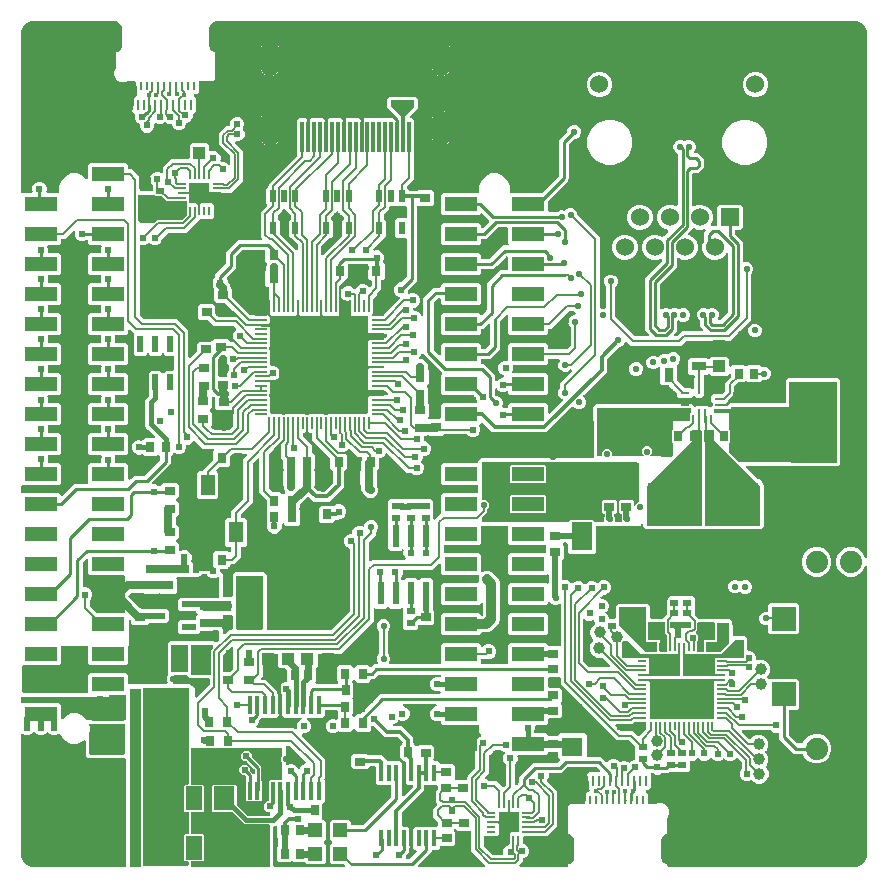
<source format=gbr>
G04 EAGLE Gerber RS-274X export*
G75*
%MOMM*%
%FSLAX34Y34*%
%LPD*%
%INTop Copper*%
%IPPOS*%
%AMOC8*
5,1,8,0,0,1.08239X$1,22.5*%
G01*
%ADD10R,1.800000X1.600000*%
%ADD11R,0.900000X0.700000*%
%ADD12R,0.700000X0.900000*%
%ADD13R,0.530000X1.330000*%
%ADD14R,2.790000X1.270000*%
%ADD15R,1.000000X0.200000*%
%ADD16R,0.200000X1.000000*%
%ADD17R,6.750000X6.750000*%
%ADD18C,0.808000*%
%ADD19R,1.200000X1.800000*%
%ADD20R,0.800000X0.900000*%
%ADD21R,0.900000X0.800000*%
%ADD22R,0.914400X0.762000*%
%ADD23R,0.762000X0.914400*%
%ADD24R,1.219200X0.558800*%
%ADD25R,1.800000X2.400000*%
%ADD26R,0.500000X1.050000*%
%ADD27R,0.300000X2.600000*%
%ADD28C,1.498600*%
%ADD29R,0.400000X1.500000*%
%ADD30R,1.800000X2.000000*%
%ADD31R,1.400000X2.000000*%
%ADD32R,0.270000X0.900000*%
%ADD33R,0.270000X0.800000*%
%ADD34C,1.108000*%
%ADD35C,1.208000*%
%ADD36R,1.200000X1.200000*%
%ADD37R,0.350000X1.400000*%
%ADD38C,1.879600*%
%ADD39R,1.100000X1.000000*%
%ADD40R,2.000000X2.000000*%
%ADD41R,0.200000X0.700000*%
%ADD42R,0.700000X0.200000*%
%ADD43R,5.500000X3.400000*%
%ADD44R,2.600000X1.750000*%
%ADD45R,2.550000X1.750000*%
%ADD46R,0.200000X0.800000*%
%ADD47R,0.800000X0.200000*%
%ADD48R,1.800000X1.800000*%
%ADD49R,0.700000X0.600000*%
%ADD50R,1.000000X1.100000*%
%ADD51R,1.200000X0.800000*%
%ADD52R,0.600000X1.970000*%
%ADD53C,1.000000*%
%ADD54R,2.700000X2.950000*%
%ADD55R,0.800000X0.250000*%
%ADD56R,0.250000X0.800000*%
%ADD57R,0.250000X1.200000*%
%ADD58R,0.800000X1.200000*%
%ADD59R,2.450000X3.500000*%
%ADD60R,1.524000X1.524000*%
%ADD61C,1.524000*%
%ADD62C,2.476500*%
%ADD63C,0.609600*%
%ADD64C,0.304800*%
%ADD65C,0.203200*%
%ADD66C,0.635000*%
%ADD67C,0.508000*%
%ADD68C,0.254000*%
%ADD69C,6.000000*%
%ADD70C,0.152400*%
%ADD71C,0.200000*%
%ADD72C,0.406400*%
%ADD73C,0.406400*%
%ADD74C,0.503200*%
%ADD75C,0.270000*%
%ADD76C,1.016000*%
%ADD77C,0.553200*%
%ADD78C,0.609600*%
%ADD79C,0.812800*%
%ADD80C,0.381000*%
%ADD81C,0.127000*%
%ADD82C,0.149900*%
%ADD83C,0.241300*%

G36*
X710056Y4327D02*
X710056Y4327D01*
X710100Y4324D01*
X711985Y4509D01*
X712261Y4577D01*
X712268Y4580D01*
X712274Y4582D01*
X715759Y6025D01*
X715785Y6041D01*
X715815Y6050D01*
X715879Y6096D01*
X716003Y6170D01*
X716048Y6216D01*
X716088Y6245D01*
X718755Y8912D01*
X718773Y8937D01*
X718797Y8957D01*
X718839Y9024D01*
X718926Y9139D01*
X718949Y9199D01*
X718975Y9241D01*
X720418Y12726D01*
X720489Y13001D01*
X720489Y13009D01*
X720491Y13015D01*
X720676Y14900D01*
X720674Y14957D01*
X720681Y15000D01*
X720681Y258437D01*
X720669Y258522D01*
X720667Y258608D01*
X720649Y258662D01*
X720641Y258718D01*
X720606Y258796D01*
X720580Y258878D01*
X720548Y258926D01*
X720525Y258978D01*
X720470Y259043D01*
X720422Y259114D01*
X720378Y259151D01*
X720342Y259195D01*
X720270Y259242D01*
X720204Y259297D01*
X720152Y259321D01*
X720105Y259352D01*
X720023Y259378D01*
X719944Y259413D01*
X719888Y259421D01*
X719834Y259438D01*
X719748Y259440D01*
X719663Y259452D01*
X719607Y259444D01*
X719550Y259445D01*
X719467Y259423D01*
X719382Y259411D01*
X719330Y259388D01*
X719275Y259373D01*
X719201Y259329D01*
X719122Y259294D01*
X719079Y259257D01*
X719030Y259228D01*
X718971Y259165D01*
X718906Y259110D01*
X718880Y259068D01*
X718836Y259021D01*
X718770Y258892D01*
X718728Y258825D01*
X717330Y255449D01*
X713829Y251948D01*
X709254Y250053D01*
X704302Y250053D01*
X699727Y251948D01*
X696226Y255449D01*
X694331Y260024D01*
X694331Y264976D01*
X696226Y269551D01*
X699727Y273052D01*
X704302Y274947D01*
X709254Y274947D01*
X713829Y273052D01*
X717330Y269551D01*
X718728Y266175D01*
X718772Y266101D01*
X718807Y266022D01*
X718844Y265979D01*
X718873Y265930D01*
X718935Y265871D01*
X718991Y265805D01*
X719038Y265774D01*
X719079Y265735D01*
X719156Y265696D01*
X719227Y265648D01*
X719281Y265631D01*
X719332Y265605D01*
X719416Y265588D01*
X719498Y265562D01*
X719555Y265561D01*
X719611Y265550D01*
X719696Y265557D01*
X719782Y265555D01*
X719837Y265569D01*
X719894Y265574D01*
X719974Y265605D01*
X720057Y265627D01*
X720106Y265656D01*
X720159Y265676D01*
X720228Y265728D01*
X720302Y265772D01*
X720341Y265813D01*
X720386Y265848D01*
X720438Y265916D01*
X720496Y265979D01*
X720522Y266030D01*
X720556Y266075D01*
X720587Y266156D01*
X720626Y266232D01*
X720634Y266281D01*
X720657Y266341D01*
X720668Y266486D01*
X720681Y266563D01*
X720681Y710000D01*
X720673Y710056D01*
X720676Y710100D01*
X720491Y711985D01*
X720423Y712261D01*
X720420Y712268D01*
X720418Y712274D01*
X718975Y715759D01*
X718959Y715785D01*
X718950Y715815D01*
X718904Y715879D01*
X718830Y716003D01*
X718784Y716048D01*
X718755Y716088D01*
X716088Y718755D01*
X716063Y718773D01*
X716043Y718797D01*
X715991Y718830D01*
X715948Y718870D01*
X715907Y718891D01*
X715861Y718926D01*
X715801Y718949D01*
X715759Y718975D01*
X712274Y720418D01*
X711999Y720489D01*
X711991Y720489D01*
X711985Y720491D01*
X710100Y720676D01*
X710043Y720674D01*
X710000Y720681D01*
X169814Y720681D01*
X169756Y720673D01*
X169698Y720675D01*
X169616Y720653D01*
X169532Y720641D01*
X169479Y720618D01*
X169423Y720603D01*
X169350Y720560D01*
X169273Y720525D01*
X169228Y720487D01*
X169178Y720458D01*
X169120Y720396D01*
X169056Y720342D01*
X169024Y720293D01*
X168984Y720250D01*
X168945Y720175D01*
X168898Y720105D01*
X168897Y720101D01*
X168627Y720074D01*
X168622Y720069D01*
X168618Y720072D01*
X167398Y719702D01*
X167394Y719697D01*
X167389Y719699D01*
X166266Y719098D01*
X166263Y719091D01*
X166258Y719093D01*
X165273Y718284D01*
X165271Y718277D01*
X165266Y718277D01*
X164457Y717292D01*
X164457Y717285D01*
X164452Y717284D01*
X163851Y716161D01*
X163852Y716154D01*
X163848Y716152D01*
X163478Y714932D01*
X163480Y714926D01*
X163476Y714923D01*
X163351Y713655D01*
X163353Y713652D01*
X163351Y713650D01*
X163351Y700650D01*
X163353Y700647D01*
X163351Y700645D01*
X163476Y699377D01*
X163481Y699372D01*
X163478Y699368D01*
X163848Y698148D01*
X163854Y698144D01*
X163851Y698139D01*
X164452Y697016D01*
X164459Y697013D01*
X164457Y697008D01*
X165266Y696023D01*
X165273Y696021D01*
X165273Y696016D01*
X166258Y695207D01*
X166265Y695207D01*
X166266Y695202D01*
X167389Y694601D01*
X167397Y694602D01*
X167398Y694598D01*
X168618Y694228D01*
X168624Y694230D01*
X168627Y694226D01*
X168799Y694209D01*
X168799Y671366D01*
X166984Y669551D01*
X155864Y669551D01*
X155806Y669543D01*
X155748Y669545D01*
X155666Y669523D01*
X155582Y669511D01*
X155529Y669488D01*
X155473Y669473D01*
X155400Y669430D01*
X155323Y669395D01*
X155278Y669357D01*
X155228Y669328D01*
X155170Y669266D01*
X155106Y669212D01*
X155074Y669163D01*
X155034Y669120D01*
X154995Y669045D01*
X154948Y668975D01*
X154931Y668919D01*
X154904Y668867D01*
X154893Y668799D01*
X154863Y668704D01*
X154860Y668604D01*
X154849Y668536D01*
X154849Y660387D01*
X153063Y658601D01*
X151611Y658601D01*
X151582Y658597D01*
X151553Y658600D01*
X151442Y658577D01*
X151330Y658561D01*
X151303Y658549D01*
X151274Y658544D01*
X151174Y658491D01*
X151070Y658445D01*
X151048Y658426D01*
X151022Y658413D01*
X150940Y658335D01*
X150853Y658262D01*
X150837Y658237D01*
X150816Y658217D01*
X150759Y658119D01*
X150696Y658025D01*
X150687Y657997D01*
X150672Y657972D01*
X150644Y657862D01*
X150610Y657754D01*
X150609Y657724D01*
X150602Y657696D01*
X150606Y657583D01*
X150603Y657470D01*
X150610Y657441D01*
X150611Y657412D01*
X150646Y657304D01*
X150675Y657195D01*
X150689Y657169D01*
X150699Y657141D01*
X150744Y657077D01*
X150820Y656950D01*
X150865Y656907D01*
X150893Y656868D01*
X152349Y655413D01*
X152349Y643887D01*
X150563Y642101D01*
X150410Y642101D01*
X150352Y642093D01*
X150294Y642095D01*
X150212Y642073D01*
X150128Y642061D01*
X150075Y642038D01*
X150019Y642023D01*
X149946Y641980D01*
X149869Y641945D01*
X149824Y641907D01*
X149774Y641878D01*
X149716Y641816D01*
X149652Y641762D01*
X149620Y641713D01*
X149580Y641670D01*
X149541Y641595D01*
X149494Y641525D01*
X149477Y641469D01*
X149450Y641417D01*
X149439Y641349D01*
X149409Y641254D01*
X149406Y641154D01*
X149395Y641086D01*
X149395Y639271D01*
X148467Y637031D01*
X146752Y635316D01*
X144432Y634355D01*
X144430Y634354D01*
X144429Y634353D01*
X144311Y634283D01*
X144187Y634210D01*
X144186Y634209D01*
X144184Y634208D01*
X144089Y634107D01*
X143992Y634003D01*
X143991Y634002D01*
X143990Y634001D01*
X143928Y633879D01*
X143861Y633751D01*
X143861Y633749D01*
X143860Y633748D01*
X143858Y633733D01*
X143806Y633472D01*
X143809Y633441D01*
X143805Y633417D01*
X143805Y633207D01*
X142877Y630966D01*
X141162Y629251D01*
X138921Y628323D01*
X136495Y628323D01*
X134255Y629251D01*
X132540Y630966D01*
X131833Y632673D01*
X131832Y632674D01*
X131832Y632675D01*
X131760Y632796D01*
X131688Y632917D01*
X131687Y632918D01*
X131686Y632920D01*
X131582Y633017D01*
X131482Y633113D01*
X131480Y633113D01*
X131479Y633114D01*
X131353Y633179D01*
X131229Y633243D01*
X131227Y633243D01*
X131226Y633244D01*
X131211Y633246D01*
X130950Y633298D01*
X130920Y633295D01*
X130895Y633299D01*
X129311Y633299D01*
X127071Y634227D01*
X126739Y634559D01*
X126692Y634594D01*
X126652Y634637D01*
X126579Y634679D01*
X126512Y634730D01*
X126457Y634751D01*
X126407Y634780D01*
X126325Y634801D01*
X126246Y634831D01*
X126188Y634836D01*
X126131Y634850D01*
X126047Y634848D01*
X125963Y634855D01*
X125906Y634843D01*
X125847Y634841D01*
X125767Y634815D01*
X125684Y634799D01*
X125632Y634772D01*
X125576Y634754D01*
X125520Y634714D01*
X125432Y634668D01*
X125359Y634599D01*
X125303Y634559D01*
X125134Y634389D01*
X122893Y633461D01*
X120467Y633461D01*
X118521Y634268D01*
X118409Y634296D01*
X118300Y634331D01*
X118272Y634332D01*
X118245Y634339D01*
X118131Y634335D01*
X118016Y634338D01*
X117989Y634331D01*
X117961Y634330D01*
X117852Y634295D01*
X117741Y634266D01*
X117717Y634252D01*
X117690Y634244D01*
X117595Y634180D01*
X117496Y634121D01*
X117477Y634101D01*
X117454Y634085D01*
X117380Y633998D01*
X117302Y633914D01*
X117289Y633889D01*
X117271Y633868D01*
X117224Y633763D01*
X117172Y633661D01*
X117168Y633636D01*
X117156Y633608D01*
X117119Y633345D01*
X117117Y633330D01*
X117117Y630857D01*
X116189Y628616D01*
X114474Y626901D01*
X112233Y625973D01*
X109807Y625973D01*
X107566Y626901D01*
X105851Y628616D01*
X104923Y630857D01*
X104923Y632784D01*
X104923Y632785D01*
X104923Y632787D01*
X104916Y632839D01*
X104917Y632875D01*
X104903Y632927D01*
X104883Y633065D01*
X104883Y633067D01*
X104883Y633068D01*
X104825Y633195D01*
X104767Y633325D01*
X104766Y633326D01*
X104765Y633327D01*
X104675Y633434D01*
X104584Y633542D01*
X104582Y633543D01*
X104581Y633544D01*
X104569Y633552D01*
X104347Y633699D01*
X104318Y633708D01*
X104297Y633722D01*
X103514Y634046D01*
X101799Y635761D01*
X100871Y638001D01*
X100871Y640427D01*
X100983Y640697D01*
X101012Y640809D01*
X101047Y640918D01*
X101047Y640946D01*
X101054Y640973D01*
X101051Y641087D01*
X101054Y641202D01*
X101047Y641229D01*
X101046Y641257D01*
X101011Y641366D01*
X100982Y641477D01*
X100968Y641501D01*
X100960Y641528D01*
X100896Y641623D01*
X100837Y641722D01*
X100817Y641741D01*
X100801Y641764D01*
X100713Y641838D01*
X100630Y641916D01*
X100605Y641929D01*
X100584Y641947D01*
X100479Y641994D01*
X100410Y642029D01*
X98551Y643887D01*
X98551Y655413D01*
X100337Y657199D01*
X101789Y657199D01*
X101818Y657203D01*
X101847Y657200D01*
X101958Y657223D01*
X102070Y657239D01*
X102097Y657251D01*
X102126Y657256D01*
X102226Y657309D01*
X102330Y657355D01*
X102352Y657374D01*
X102378Y657387D01*
X102460Y657465D01*
X102547Y657538D01*
X102563Y657563D01*
X102584Y657583D01*
X102641Y657681D01*
X102704Y657775D01*
X102713Y657803D01*
X102728Y657828D01*
X102756Y657938D01*
X102790Y658046D01*
X102791Y658076D01*
X102798Y658104D01*
X102794Y658217D01*
X102797Y658330D01*
X102790Y658359D01*
X102789Y658388D01*
X102754Y658496D01*
X102725Y658605D01*
X102711Y658631D01*
X102701Y658659D01*
X102656Y658723D01*
X102580Y658850D01*
X102535Y658893D01*
X102507Y658932D01*
X101051Y660387D01*
X101051Y668536D01*
X101043Y668594D01*
X101045Y668652D01*
X101023Y668734D01*
X101011Y668818D01*
X100988Y668871D01*
X100973Y668927D01*
X100930Y669000D01*
X100895Y669077D01*
X100857Y669122D01*
X100828Y669172D01*
X100766Y669230D01*
X100712Y669294D01*
X100663Y669326D01*
X100620Y669366D01*
X100545Y669405D01*
X100475Y669452D01*
X100419Y669469D01*
X100367Y669496D01*
X100299Y669507D01*
X100204Y669537D01*
X100104Y669540D01*
X100036Y669551D01*
X95059Y669551D01*
X95029Y669547D01*
X94998Y669549D01*
X94921Y669532D01*
X94778Y669511D01*
X94719Y669485D01*
X94671Y669474D01*
X92202Y668451D01*
X90720Y668451D01*
X90587Y668491D01*
X90581Y668489D01*
X90578Y668493D01*
X89505Y668599D01*
X89502Y668597D01*
X89500Y668599D01*
X88841Y668599D01*
X86729Y669474D01*
X86699Y669482D01*
X86672Y669496D01*
X86594Y669509D01*
X86454Y669545D01*
X86424Y669544D01*
X84462Y671505D01*
X84445Y671544D01*
X84349Y671657D01*
X84304Y671721D01*
X84301Y671724D01*
X83151Y674498D01*
X83151Y677502D01*
X84301Y680276D01*
X84304Y680279D01*
X84356Y680349D01*
X84416Y680413D01*
X84442Y680463D01*
X84475Y680507D01*
X84506Y680588D01*
X84546Y680666D01*
X84554Y680714D01*
X84576Y680772D01*
X84588Y680920D01*
X84601Y680997D01*
X84601Y694209D01*
X84773Y694226D01*
X84778Y694231D01*
X84782Y694228D01*
X86002Y694598D01*
X86006Y694604D01*
X86011Y694601D01*
X87134Y695202D01*
X87137Y695209D01*
X87142Y695207D01*
X88127Y696016D01*
X88129Y696023D01*
X88134Y696023D01*
X88943Y697008D01*
X88943Y697015D01*
X88948Y697016D01*
X89549Y698139D01*
X89548Y698147D01*
X89552Y698148D01*
X89922Y699368D01*
X89920Y699374D01*
X89924Y699377D01*
X90049Y700645D01*
X90047Y700648D01*
X90049Y700650D01*
X90049Y713650D01*
X90047Y713653D01*
X90049Y713655D01*
X89924Y714923D01*
X89919Y714928D01*
X89922Y714932D01*
X89552Y716152D01*
X89547Y716156D01*
X89549Y716161D01*
X88948Y717284D01*
X88941Y717287D01*
X88943Y717292D01*
X88134Y718277D01*
X88127Y718279D01*
X88127Y718284D01*
X87142Y719093D01*
X87135Y719093D01*
X87134Y719098D01*
X86011Y719699D01*
X86004Y719698D01*
X86002Y719702D01*
X84782Y720072D01*
X84776Y720070D01*
X84773Y720074D01*
X84497Y720101D01*
X84480Y720130D01*
X84445Y720207D01*
X84407Y720252D01*
X84378Y720302D01*
X84316Y720360D01*
X84262Y720424D01*
X84213Y720456D01*
X84170Y720496D01*
X84095Y720535D01*
X84025Y720582D01*
X83969Y720599D01*
X83917Y720626D01*
X83849Y720637D01*
X83754Y720667D01*
X83654Y720670D01*
X83586Y720681D01*
X15000Y720681D01*
X14944Y720673D01*
X14901Y720676D01*
X13015Y720491D01*
X12739Y720423D01*
X12732Y720420D01*
X12726Y720418D01*
X9241Y718975D01*
X9215Y718959D01*
X9185Y718950D01*
X9145Y718921D01*
X9095Y718899D01*
X9056Y718865D01*
X8997Y718830D01*
X8952Y718784D01*
X8912Y718755D01*
X6245Y716088D01*
X6227Y716063D01*
X6203Y716043D01*
X6161Y715976D01*
X6074Y715861D01*
X6051Y715801D01*
X6025Y715759D01*
X4582Y712274D01*
X4511Y711999D01*
X4511Y711991D01*
X4509Y711985D01*
X4324Y710100D01*
X4326Y710043D01*
X4319Y710000D01*
X4319Y575864D01*
X4326Y575812D01*
X4325Y575788D01*
X4326Y575785D01*
X4325Y575748D01*
X4347Y575666D01*
X4359Y575582D01*
X4382Y575529D01*
X4397Y575473D01*
X4440Y575400D01*
X4475Y575323D01*
X4513Y575278D01*
X4542Y575228D01*
X4604Y575170D01*
X4658Y575106D01*
X4707Y575074D01*
X4750Y575034D01*
X4825Y574995D01*
X4895Y574948D01*
X4951Y574931D01*
X5003Y574904D01*
X5071Y574893D01*
X5166Y574863D01*
X5266Y574860D01*
X5334Y574849D01*
X12999Y574849D01*
X13113Y574865D01*
X13227Y574875D01*
X13253Y574885D01*
X13280Y574889D01*
X13385Y574936D01*
X13492Y574977D01*
X13514Y574993D01*
X13540Y575005D01*
X13627Y575079D01*
X13719Y575148D01*
X13736Y575171D01*
X13757Y575188D01*
X13820Y575284D01*
X13889Y575376D01*
X13899Y575402D01*
X13914Y575425D01*
X13949Y575535D01*
X13990Y575642D01*
X13992Y575670D01*
X14000Y575696D01*
X14003Y575811D01*
X14012Y575925D01*
X14007Y575950D01*
X14007Y575980D01*
X13940Y576237D01*
X13937Y576253D01*
X13715Y576787D01*
X13715Y579213D01*
X14643Y581454D01*
X16358Y583169D01*
X18599Y584097D01*
X21025Y584097D01*
X23266Y583169D01*
X24981Y581454D01*
X25909Y579213D01*
X25909Y576787D01*
X25687Y576253D01*
X25659Y576141D01*
X25624Y576032D01*
X25623Y576004D01*
X25616Y575977D01*
X25620Y575863D01*
X25617Y575748D01*
X25624Y575721D01*
X25624Y575693D01*
X25659Y575584D01*
X25688Y575473D01*
X25703Y575449D01*
X25711Y575422D01*
X25775Y575327D01*
X25834Y575228D01*
X25854Y575209D01*
X25869Y575186D01*
X25957Y575112D01*
X26041Y575034D01*
X26066Y575021D01*
X26087Y575003D01*
X26192Y574956D01*
X26294Y574904D01*
X26319Y574900D01*
X26347Y574888D01*
X26610Y574851D01*
X26625Y574849D01*
X35586Y574849D01*
X35644Y574857D01*
X35702Y574855D01*
X35784Y574877D01*
X35868Y574889D01*
X35921Y574912D01*
X35977Y574927D01*
X36050Y574970D01*
X36127Y575005D01*
X36172Y575043D01*
X36222Y575072D01*
X36280Y575134D01*
X36344Y575188D01*
X36376Y575237D01*
X36416Y575280D01*
X36455Y575355D01*
X36502Y575425D01*
X36519Y575481D01*
X36546Y575533D01*
X36557Y575601D01*
X36587Y575696D01*
X36590Y575796D01*
X36601Y575864D01*
X36601Y581146D01*
X38550Y585850D01*
X42150Y589450D01*
X46854Y591399D01*
X51946Y591399D01*
X56650Y589450D01*
X59218Y586882D01*
X59242Y586864D01*
X59261Y586842D01*
X59355Y586779D01*
X59445Y586711D01*
X59473Y586701D01*
X59497Y586684D01*
X59605Y586650D01*
X59711Y586610D01*
X59740Y586607D01*
X59768Y586599D01*
X59882Y586596D01*
X59994Y586586D01*
X60023Y586592D01*
X60052Y586591D01*
X60162Y586620D01*
X60273Y586642D01*
X60299Y586656D01*
X60327Y586663D01*
X60425Y586721D01*
X60525Y586773D01*
X60547Y586793D01*
X60572Y586808D01*
X60649Y586891D01*
X60731Y586969D01*
X60746Y586994D01*
X60766Y587016D01*
X60818Y587117D01*
X60875Y587214D01*
X60882Y587243D01*
X60896Y587269D01*
X60909Y587346D01*
X60945Y587490D01*
X60943Y587552D01*
X60951Y587600D01*
X60951Y598463D01*
X62737Y600249D01*
X93163Y600249D01*
X94949Y598463D01*
X94949Y595930D01*
X94957Y595872D01*
X94955Y595814D01*
X94977Y595732D01*
X94989Y595648D01*
X95012Y595595D01*
X95027Y595539D01*
X95070Y595466D01*
X95105Y595389D01*
X95143Y595344D01*
X95172Y595294D01*
X95234Y595236D01*
X95288Y595172D01*
X95337Y595140D01*
X95380Y595100D01*
X95455Y595061D01*
X95525Y595014D01*
X95581Y594997D01*
X95633Y594970D01*
X95701Y594959D01*
X95796Y594929D01*
X95896Y594926D01*
X95964Y594915D01*
X97758Y594915D01*
X104795Y587878D01*
X104795Y577199D01*
X104803Y577141D01*
X104801Y577083D01*
X104823Y577001D01*
X104835Y576917D01*
X104858Y576864D01*
X104873Y576808D01*
X104916Y576735D01*
X104951Y576658D01*
X104989Y576613D01*
X105018Y576563D01*
X105080Y576505D01*
X105134Y576441D01*
X105183Y576409D01*
X105226Y576369D01*
X105301Y576330D01*
X105371Y576283D01*
X105427Y576266D01*
X105479Y576239D01*
X105547Y576228D01*
X105642Y576198D01*
X105742Y576195D01*
X105810Y576184D01*
X114656Y576184D01*
X114714Y576192D01*
X114772Y576190D01*
X114854Y576212D01*
X114938Y576224D01*
X114991Y576247D01*
X115047Y576262D01*
X115120Y576305D01*
X115197Y576340D01*
X115242Y576378D01*
X115292Y576407D01*
X115350Y576469D01*
X115414Y576523D01*
X115446Y576572D01*
X115486Y576615D01*
X115525Y576690D01*
X115572Y576760D01*
X115589Y576816D01*
X115616Y576868D01*
X115627Y576936D01*
X115657Y577031D01*
X115660Y577131D01*
X115671Y577199D01*
X115671Y577439D01*
X115659Y577526D01*
X115656Y577613D01*
X115655Y577616D01*
X115655Y581128D01*
X115643Y581215D01*
X115640Y581302D01*
X115623Y581355D01*
X115615Y581410D01*
X115580Y581489D01*
X115553Y581573D01*
X115525Y581612D01*
X115499Y581669D01*
X115403Y581782D01*
X115358Y581846D01*
X114297Y582906D01*
X113369Y585147D01*
X113369Y587573D01*
X114297Y589814D01*
X116012Y591529D01*
X118253Y592457D01*
X120679Y592457D01*
X122677Y591629D01*
X122789Y591600D01*
X122898Y591565D01*
X122926Y591565D01*
X122953Y591558D01*
X123067Y591561D01*
X123182Y591558D01*
X123209Y591565D01*
X123237Y591566D01*
X123346Y591601D01*
X123457Y591630D01*
X123481Y591644D01*
X123508Y591653D01*
X123603Y591717D01*
X123702Y591775D01*
X123721Y591796D01*
X123744Y591811D01*
X123818Y591899D01*
X123896Y591983D01*
X123909Y592007D01*
X123927Y592029D01*
X123973Y592133D01*
X124026Y592236D01*
X124030Y592260D01*
X124042Y592288D01*
X124079Y592552D01*
X124081Y592567D01*
X124081Y596662D01*
X131192Y603773D01*
X146006Y603773D01*
X146064Y603781D01*
X146122Y603779D01*
X146204Y603801D01*
X146288Y603813D01*
X146341Y603836D01*
X146397Y603851D01*
X146470Y603894D01*
X146547Y603929D01*
X146592Y603967D01*
X146642Y603996D01*
X146700Y604058D01*
X146764Y604112D01*
X146796Y604161D01*
X146836Y604204D01*
X146875Y604279D01*
X146922Y604349D01*
X146939Y604405D01*
X146966Y604457D01*
X146977Y604525D01*
X147007Y604620D01*
X147010Y604720D01*
X147021Y604788D01*
X147021Y615553D01*
X148807Y617339D01*
X161333Y617339D01*
X163119Y615553D01*
X163119Y611079D01*
X163135Y610965D01*
X163145Y610851D01*
X163155Y610825D01*
X163159Y610797D01*
X163206Y610692D01*
X163247Y610585D01*
X163263Y610563D01*
X163275Y610538D01*
X163349Y610450D01*
X163418Y610359D01*
X163441Y610342D01*
X163458Y610321D01*
X163554Y610257D01*
X163646Y610188D01*
X163672Y610179D01*
X163695Y610163D01*
X163805Y610129D01*
X163912Y610088D01*
X163940Y610086D01*
X163966Y610078D01*
X164081Y610075D01*
X164195Y610065D01*
X164220Y610071D01*
X164250Y610070D01*
X164507Y610137D01*
X164523Y610141D01*
X165787Y610665D01*
X168213Y610665D01*
X170454Y609737D01*
X172169Y608022D01*
X173097Y605781D01*
X173097Y603355D01*
X173022Y603174D01*
X173021Y603172D01*
X173020Y603171D01*
X172986Y603037D01*
X172951Y602899D01*
X172951Y602897D01*
X172950Y602895D01*
X172955Y602755D01*
X172959Y602614D01*
X172959Y602613D01*
X172959Y602611D01*
X173002Y602479D01*
X173045Y602344D01*
X173046Y602342D01*
X173047Y602341D01*
X173055Y602329D01*
X173204Y602108D01*
X173227Y602088D01*
X173242Y602068D01*
X174085Y601224D01*
X174155Y601172D01*
X174219Y601112D01*
X174268Y601086D01*
X174312Y601053D01*
X174394Y601022D01*
X174472Y600982D01*
X174519Y600974D01*
X174578Y600952D01*
X174726Y600940D01*
X174803Y600927D01*
X176303Y600927D01*
X178544Y599999D01*
X179711Y598831D01*
X179734Y598814D01*
X179753Y598791D01*
X179847Y598729D01*
X179938Y598661D01*
X179965Y598650D01*
X179990Y598634D01*
X180098Y598600D01*
X180203Y598559D01*
X180233Y598557D01*
X180261Y598548D01*
X180374Y598545D01*
X180487Y598536D01*
X180515Y598542D01*
X180545Y598541D01*
X180654Y598569D01*
X180766Y598592D01*
X180792Y598605D01*
X180820Y598613D01*
X180917Y598670D01*
X181018Y598723D01*
X181039Y598743D01*
X181064Y598758D01*
X181142Y598840D01*
X181224Y598918D01*
X181239Y598944D01*
X181259Y598965D01*
X181310Y599066D01*
X181368Y599164D01*
X181375Y599192D01*
X181388Y599218D01*
X181401Y599296D01*
X181438Y599439D01*
X181436Y599502D01*
X181444Y599549D01*
X181444Y605615D01*
X181432Y605702D01*
X181429Y605789D01*
X181412Y605842D01*
X181404Y605897D01*
X181368Y605977D01*
X181341Y606060D01*
X181313Y606099D01*
X181288Y606156D01*
X181192Y606270D01*
X181146Y606333D01*
X171575Y615905D01*
X171575Y625268D01*
X177565Y631258D01*
X180198Y631258D01*
X180256Y631266D01*
X180314Y631265D01*
X180396Y631286D01*
X180480Y631298D01*
X180533Y631322D01*
X180589Y631337D01*
X180662Y631380D01*
X180739Y631414D01*
X180784Y631452D01*
X180834Y631482D01*
X180892Y631544D01*
X180956Y631598D01*
X180988Y631647D01*
X181028Y631689D01*
X181067Y631764D01*
X181114Y631835D01*
X181131Y631890D01*
X181158Y631942D01*
X181169Y632010D01*
X181199Y632106D01*
X181202Y632205D01*
X181213Y632273D01*
X181213Y634433D01*
X182141Y636674D01*
X183856Y638389D01*
X186097Y639317D01*
X188523Y639317D01*
X190764Y638389D01*
X192479Y636674D01*
X193407Y634433D01*
X193407Y632007D01*
X192479Y629767D01*
X192357Y629645D01*
X192322Y629598D01*
X192279Y629558D01*
X192237Y629485D01*
X192186Y629418D01*
X192165Y629363D01*
X192136Y629312D01*
X192115Y629231D01*
X192085Y629152D01*
X192080Y629094D01*
X192065Y629037D01*
X192068Y628953D01*
X192061Y628869D01*
X192073Y628811D01*
X192074Y628753D01*
X192100Y628673D01*
X192117Y628590D01*
X192144Y628538D01*
X192162Y628482D01*
X192202Y628426D01*
X192248Y628338D01*
X192317Y628265D01*
X192357Y628209D01*
X192508Y628058D01*
X193436Y625817D01*
X193436Y623391D01*
X192508Y621151D01*
X190793Y619436D01*
X188552Y618507D01*
X186185Y618507D01*
X186156Y618503D01*
X186127Y618506D01*
X186016Y618483D01*
X185904Y618468D01*
X185877Y618456D01*
X185848Y618450D01*
X185748Y618398D01*
X185644Y618351D01*
X185622Y618332D01*
X185596Y618319D01*
X185514Y618241D01*
X185427Y618168D01*
X185411Y618143D01*
X185390Y618123D01*
X185332Y618025D01*
X185270Y617931D01*
X185261Y617903D01*
X185246Y617878D01*
X185218Y617768D01*
X185184Y617660D01*
X185183Y617631D01*
X185176Y617602D01*
X185179Y617489D01*
X185177Y617376D01*
X185184Y617347D01*
X185185Y617318D01*
X185220Y617210D01*
X185248Y617101D01*
X185263Y617076D01*
X185272Y617048D01*
X185318Y616984D01*
X185394Y616856D01*
X185439Y616814D01*
X185467Y616774D01*
X189356Y612886D01*
X189356Y612885D01*
X191878Y610363D01*
X191878Y585007D01*
X181733Y574862D01*
X176174Y574862D01*
X176087Y574850D01*
X176000Y574847D01*
X175947Y574830D01*
X175892Y574822D01*
X175812Y574786D01*
X175729Y574759D01*
X175690Y574731D01*
X175633Y574706D01*
X175521Y574611D01*
X164977Y574611D01*
X163191Y576397D01*
X163191Y581596D01*
X163183Y581654D01*
X163185Y581712D01*
X163163Y581794D01*
X163151Y581878D01*
X163128Y581931D01*
X163113Y581987D01*
X163070Y582060D01*
X163035Y582137D01*
X162997Y582182D01*
X162968Y582232D01*
X162906Y582290D01*
X162852Y582354D01*
X162803Y582386D01*
X162760Y582426D01*
X162685Y582465D01*
X162615Y582512D01*
X162559Y582529D01*
X162507Y582556D01*
X162439Y582567D01*
X162344Y582597D01*
X162244Y582600D01*
X162176Y582611D01*
X148304Y582611D01*
X148246Y582603D01*
X148188Y582605D01*
X148106Y582583D01*
X148022Y582571D01*
X147969Y582548D01*
X147913Y582533D01*
X147840Y582490D01*
X147763Y582455D01*
X147718Y582417D01*
X147668Y582388D01*
X147610Y582326D01*
X147546Y582272D01*
X147514Y582223D01*
X147474Y582180D01*
X147435Y582105D01*
X147388Y582035D01*
X147371Y581979D01*
X147344Y581927D01*
X147333Y581859D01*
X147303Y581764D01*
X147300Y581664D01*
X147289Y581596D01*
X147289Y576397D01*
X146269Y575378D01*
X146234Y575331D01*
X146192Y575291D01*
X146149Y575218D01*
X146099Y575151D01*
X146078Y575096D01*
X146048Y575046D01*
X146027Y574964D01*
X145997Y574885D01*
X145992Y574827D01*
X145978Y574770D01*
X145981Y574686D01*
X145974Y574602D01*
X145985Y574544D01*
X145987Y574486D01*
X146013Y574406D01*
X146030Y574323D01*
X146057Y574271D01*
X146075Y574215D01*
X146115Y574159D01*
X146161Y574071D01*
X146229Y573998D01*
X146269Y573942D01*
X147289Y572923D01*
X147289Y570241D01*
X147301Y570155D01*
X147304Y570067D01*
X147321Y570015D01*
X147329Y569960D01*
X147364Y569880D01*
X147391Y569797D01*
X147419Y569758D01*
X147445Y569700D01*
X147541Y569587D01*
X147586Y569524D01*
X148134Y568976D01*
X148134Y567724D01*
X148141Y567675D01*
X148140Y567666D01*
X148142Y567661D01*
X148140Y567608D01*
X148162Y567526D01*
X148174Y567442D01*
X148197Y567389D01*
X148212Y567333D01*
X148255Y567260D01*
X148290Y567183D01*
X148328Y567138D01*
X148357Y567088D01*
X148419Y567030D01*
X148473Y566966D01*
X148522Y566934D01*
X148565Y566894D01*
X148640Y566855D01*
X148710Y566808D01*
X148766Y566791D01*
X148818Y566764D01*
X148886Y566753D01*
X148981Y566723D01*
X149081Y566720D01*
X149149Y566709D01*
X153503Y566709D01*
X154522Y565689D01*
X154569Y565654D01*
X154609Y565612D01*
X154682Y565569D01*
X154749Y565519D01*
X154804Y565498D01*
X154854Y565468D01*
X154936Y565447D01*
X155015Y565417D01*
X155073Y565412D01*
X155130Y565398D01*
X155214Y565401D01*
X155298Y565394D01*
X155356Y565405D01*
X155414Y565407D01*
X155494Y565433D01*
X155577Y565450D01*
X155629Y565477D01*
X155685Y565495D01*
X155741Y565535D01*
X155829Y565581D01*
X155902Y565649D01*
X155958Y565689D01*
X156977Y566709D01*
X165503Y566709D01*
X167289Y564923D01*
X167289Y554397D01*
X165503Y552611D01*
X156977Y552611D01*
X156911Y552678D01*
X156864Y552713D01*
X156824Y552755D01*
X156751Y552798D01*
X156684Y552849D01*
X156629Y552869D01*
X156579Y552899D01*
X156497Y552920D01*
X156418Y552950D01*
X156360Y552955D01*
X156303Y552969D01*
X156219Y552966D01*
X156135Y552973D01*
X156077Y552962D01*
X156019Y552960D01*
X155939Y552934D01*
X155856Y552917D01*
X155804Y552891D01*
X155748Y552873D01*
X155692Y552832D01*
X155604Y552786D01*
X155531Y552718D01*
X155475Y552678D01*
X152626Y549829D01*
X143937Y541139D01*
X129127Y541139D01*
X129040Y541127D01*
X128953Y541124D01*
X128900Y541107D01*
X128845Y541099D01*
X128765Y541064D01*
X128682Y541037D01*
X128643Y541009D01*
X128586Y540983D01*
X128472Y540887D01*
X128409Y540842D01*
X123793Y536226D01*
X123741Y536157D01*
X123681Y536093D01*
X123656Y536043D01*
X123622Y535999D01*
X123591Y535918D01*
X123551Y535840D01*
X123543Y535792D01*
X123521Y535734D01*
X123512Y535628D01*
X122568Y533347D01*
X120853Y531632D01*
X118612Y530704D01*
X116186Y530704D01*
X113946Y531632D01*
X113341Y532237D01*
X113294Y532272D01*
X113254Y532315D01*
X113181Y532357D01*
X113114Y532408D01*
X113059Y532429D01*
X113009Y532458D01*
X112927Y532479D01*
X112848Y532509D01*
X112790Y532514D01*
X112733Y532528D01*
X112649Y532526D01*
X112565Y532533D01*
X112507Y532521D01*
X112449Y532519D01*
X112369Y532493D01*
X112286Y532477D01*
X112234Y532450D01*
X112178Y532432D01*
X112122Y532392D01*
X112034Y532346D01*
X111961Y532277D01*
X111905Y532237D01*
X111194Y531525D01*
X108953Y530597D01*
X106527Y530597D01*
X106199Y530733D01*
X106087Y530762D01*
X105978Y530797D01*
X105950Y530797D01*
X105923Y530804D01*
X105809Y530801D01*
X105694Y530804D01*
X105667Y530797D01*
X105639Y530796D01*
X105530Y530761D01*
X105419Y530732D01*
X105395Y530718D01*
X105368Y530710D01*
X105273Y530646D01*
X105174Y530587D01*
X105155Y530567D01*
X105132Y530551D01*
X105058Y530464D01*
X104980Y530380D01*
X104967Y530355D01*
X104949Y530334D01*
X104903Y530229D01*
X104850Y530127D01*
X104846Y530102D01*
X104834Y530074D01*
X104797Y529810D01*
X104795Y529795D01*
X104795Y471858D01*
X104807Y471772D01*
X104810Y471684D01*
X104827Y471632D01*
X104835Y471577D01*
X104870Y471497D01*
X104897Y471414D01*
X104925Y471374D01*
X104951Y471317D01*
X105047Y471204D01*
X105092Y471140D01*
X108066Y468166D01*
X108136Y468114D01*
X108200Y468054D01*
X108249Y468028D01*
X108294Y467995D01*
X108375Y467964D01*
X108453Y467924D01*
X108501Y467916D01*
X108559Y467894D01*
X108707Y467882D01*
X108784Y467869D01*
X136351Y467869D01*
X145937Y458283D01*
X145937Y436076D01*
X145941Y436047D01*
X145938Y436018D01*
X145961Y435907D01*
X145977Y435795D01*
X145989Y435768D01*
X145994Y435739D01*
X146046Y435639D01*
X146093Y435535D01*
X146112Y435513D01*
X146125Y435487D01*
X146203Y435405D01*
X146276Y435318D01*
X146301Y435302D01*
X146321Y435281D01*
X146419Y435223D01*
X146513Y435161D01*
X146541Y435152D01*
X146566Y435137D01*
X146676Y435109D01*
X146784Y435075D01*
X146814Y435074D01*
X146842Y435067D01*
X146955Y435070D01*
X147068Y435068D01*
X147097Y435075D01*
X147126Y435076D01*
X147234Y435111D01*
X147343Y435139D01*
X147369Y435154D01*
X147397Y435163D01*
X147460Y435209D01*
X147588Y435285D01*
X147631Y435330D01*
X147670Y435358D01*
X152710Y440398D01*
X152762Y440468D01*
X152822Y440532D01*
X152848Y440581D01*
X152881Y440626D01*
X152912Y440707D01*
X152952Y440785D01*
X152960Y440833D01*
X152982Y440891D01*
X152994Y441039D01*
X153007Y441116D01*
X153007Y447259D01*
X154793Y449045D01*
X164793Y449045D01*
X164879Y449057D01*
X164967Y449060D01*
X165019Y449077D01*
X165074Y449085D01*
X165154Y449120D01*
X165237Y449147D01*
X165276Y449175D01*
X165334Y449201D01*
X165447Y449297D01*
X165511Y449342D01*
X167483Y451315D01*
X179009Y451315D01*
X180795Y449529D01*
X180795Y449346D01*
X180803Y449288D01*
X180801Y449230D01*
X180823Y449148D01*
X180835Y449064D01*
X180858Y449011D01*
X180873Y448955D01*
X180916Y448882D01*
X180951Y448805D01*
X180989Y448760D01*
X181018Y448710D01*
X181080Y448652D01*
X181134Y448588D01*
X181183Y448556D01*
X181226Y448516D01*
X181301Y448477D01*
X181371Y448430D01*
X181427Y448413D01*
X181479Y448386D01*
X181547Y448375D01*
X181642Y448345D01*
X181742Y448342D01*
X181810Y448331D01*
X183648Y448331D01*
X183677Y448335D01*
X183707Y448332D01*
X183818Y448355D01*
X183930Y448371D01*
X183956Y448383D01*
X183985Y448388D01*
X184086Y448441D01*
X184189Y448487D01*
X184211Y448506D01*
X184238Y448519D01*
X184320Y448597D01*
X184406Y448670D01*
X184422Y448695D01*
X184444Y448715D01*
X184501Y448813D01*
X184564Y448907D01*
X184573Y448935D01*
X184587Y448960D01*
X184615Y449070D01*
X184649Y449178D01*
X184650Y449207D01*
X184657Y449236D01*
X184654Y449349D01*
X184657Y449462D01*
X184649Y449491D01*
X184648Y449520D01*
X184613Y449628D01*
X184585Y449737D01*
X184570Y449763D01*
X184561Y449791D01*
X184515Y449855D01*
X184440Y449982D01*
X184394Y450025D01*
X184366Y450064D01*
X184347Y450083D01*
X183419Y452323D01*
X183419Y454749D01*
X184347Y456990D01*
X186095Y458738D01*
X186179Y458781D01*
X186199Y458800D01*
X186223Y458814D01*
X186302Y458898D01*
X186385Y458977D01*
X186400Y459001D01*
X186419Y459021D01*
X186471Y459123D01*
X186529Y459222D01*
X186536Y459249D01*
X186549Y459274D01*
X186571Y459387D01*
X186599Y459498D01*
X186598Y459525D01*
X186604Y459553D01*
X186594Y459667D01*
X186590Y459782D01*
X186582Y459808D01*
X186579Y459836D01*
X186538Y459943D01*
X186503Y460052D01*
X186488Y460073D01*
X186477Y460101D01*
X186317Y460313D01*
X186308Y460326D01*
X184920Y461714D01*
X184850Y461766D01*
X184786Y461826D01*
X184737Y461852D01*
X184693Y461885D01*
X184611Y461916D01*
X184533Y461956D01*
X184485Y461964D01*
X184427Y461986D01*
X184279Y461998D01*
X184202Y462011D01*
X167452Y462011D01*
X164774Y464690D01*
X162404Y467060D01*
X162334Y467112D01*
X162270Y467172D01*
X162221Y467198D01*
X162177Y467231D01*
X162095Y467262D01*
X162017Y467302D01*
X161969Y467310D01*
X161911Y467332D01*
X161763Y467344D01*
X161686Y467357D01*
X155543Y467357D01*
X153757Y469143D01*
X153757Y478669D01*
X155543Y480455D01*
X167069Y480455D01*
X168855Y478669D01*
X168855Y472526D01*
X168867Y472440D01*
X168870Y472352D01*
X168887Y472299D01*
X168895Y472245D01*
X168930Y472165D01*
X168957Y472082D01*
X168985Y472042D01*
X169011Y471985D01*
X169107Y471872D01*
X169152Y471808D01*
X170522Y470438D01*
X170592Y470386D01*
X170656Y470326D01*
X170705Y470300D01*
X170750Y470267D01*
X170831Y470236D01*
X170909Y470196D01*
X170957Y470188D01*
X171015Y470166D01*
X171163Y470154D01*
X171240Y470141D01*
X186122Y470141D01*
X186151Y470145D01*
X186180Y470142D01*
X186291Y470165D01*
X186403Y470181D01*
X186430Y470193D01*
X186459Y470198D01*
X186559Y470251D01*
X186663Y470297D01*
X186685Y470316D01*
X186711Y470329D01*
X186793Y470407D01*
X186880Y470480D01*
X186896Y470505D01*
X186917Y470525D01*
X186974Y470623D01*
X187037Y470717D01*
X187046Y470745D01*
X187061Y470770D01*
X187089Y470880D01*
X187123Y470988D01*
X187124Y471018D01*
X187131Y471046D01*
X187127Y471159D01*
X187130Y471272D01*
X187123Y471301D01*
X187122Y471330D01*
X187087Y471438D01*
X187059Y471547D01*
X187044Y471573D01*
X187035Y471601D01*
X186989Y471664D01*
X186913Y471792D01*
X186868Y471835D01*
X186840Y471874D01*
X177654Y481060D01*
X177584Y481112D01*
X177520Y481172D01*
X177471Y481198D01*
X177426Y481231D01*
X177345Y481262D01*
X177267Y481302D01*
X177219Y481310D01*
X177161Y481332D01*
X177013Y481344D01*
X176936Y481357D01*
X169543Y481357D01*
X167757Y483143D01*
X167757Y493073D01*
X167745Y493160D01*
X167742Y493247D01*
X167725Y493300D01*
X167717Y493354D01*
X167682Y493434D01*
X167655Y493518D01*
X167627Y493557D01*
X167601Y493614D01*
X167580Y493639D01*
X166610Y495981D01*
X166610Y498457D01*
X166882Y499113D01*
X166890Y499143D01*
X166904Y499170D01*
X166917Y499248D01*
X166953Y499388D01*
X166951Y499453D01*
X166959Y499501D01*
X166959Y500209D01*
X167887Y502450D01*
X168440Y503002D01*
X168492Y503072D01*
X168552Y503136D01*
X168578Y503185D01*
X168611Y503229D01*
X168642Y503311D01*
X168682Y503389D01*
X168690Y503436D01*
X168712Y503495D01*
X168724Y503643D01*
X168737Y503720D01*
X168737Y505865D01*
X177330Y514458D01*
X177382Y514527D01*
X177442Y514591D01*
X177468Y514641D01*
X177501Y514685D01*
X177532Y514766D01*
X177572Y514844D01*
X177580Y514892D01*
X177602Y514950D01*
X177614Y515098D01*
X177627Y515175D01*
X177627Y524755D01*
X177816Y524943D01*
X180454Y527582D01*
X188187Y535315D01*
X207551Y535315D01*
X207580Y535319D01*
X207609Y535316D01*
X207720Y535339D01*
X207832Y535355D01*
X207859Y535367D01*
X207888Y535372D01*
X207988Y535425D01*
X208092Y535471D01*
X208114Y535490D01*
X208140Y535503D01*
X208222Y535581D01*
X208309Y535654D01*
X208325Y535679D01*
X208346Y535699D01*
X208403Y535797D01*
X208466Y535891D01*
X208475Y535919D01*
X208490Y535944D01*
X208518Y536054D01*
X208552Y536162D01*
X208553Y536192D01*
X208560Y536220D01*
X208556Y536333D01*
X208559Y536446D01*
X208552Y536475D01*
X208551Y536504D01*
X208516Y536612D01*
X208487Y536721D01*
X208472Y536747D01*
X208463Y536775D01*
X208418Y536839D01*
X208342Y536966D01*
X208297Y537009D01*
X208269Y537048D01*
X207353Y537963D01*
X207353Y559056D01*
X212176Y563879D01*
X212211Y563925D01*
X212254Y563966D01*
X212296Y564038D01*
X212347Y564106D01*
X212368Y564161D01*
X212397Y564211D01*
X212418Y564293D01*
X212448Y564372D01*
X212453Y564430D01*
X212467Y564487D01*
X212465Y564571D01*
X212472Y564655D01*
X212460Y564712D01*
X212458Y564771D01*
X212432Y564851D01*
X212416Y564934D01*
X212389Y564985D01*
X212371Y565041D01*
X212331Y565097D01*
X212285Y565186D01*
X212216Y565258D01*
X212176Y565315D01*
X212007Y565483D01*
X212007Y578509D01*
X213448Y579949D01*
X213500Y580019D01*
X213560Y580083D01*
X213586Y580133D01*
X213619Y580177D01*
X213650Y580258D01*
X213690Y580336D01*
X213698Y580384D01*
X213720Y580442D01*
X213732Y580590D01*
X213745Y580667D01*
X213745Y582036D01*
X237929Y606220D01*
X237964Y606267D01*
X238006Y606307D01*
X238049Y606380D01*
X238100Y606447D01*
X238121Y606502D01*
X238150Y606552D01*
X238171Y606634D01*
X238201Y606713D01*
X238206Y606771D01*
X238220Y606828D01*
X238218Y606912D01*
X238224Y606996D01*
X238213Y607053D01*
X238211Y607112D01*
X238185Y607192D01*
X238169Y607275D01*
X238142Y607327D01*
X238124Y607382D01*
X238084Y607439D01*
X238038Y607527D01*
X237969Y607599D01*
X237951Y607624D01*
X237951Y636159D01*
X239737Y637945D01*
X245263Y637945D01*
X246782Y636425D01*
X246829Y636390D01*
X246869Y636348D01*
X246942Y636305D01*
X247009Y636255D01*
X247064Y636234D01*
X247114Y636204D01*
X247196Y636183D01*
X247275Y636153D01*
X247333Y636148D01*
X247390Y636134D01*
X247474Y636137D01*
X247558Y636130D01*
X247616Y636141D01*
X247674Y636143D01*
X247754Y636169D01*
X247837Y636186D01*
X247889Y636213D01*
X247945Y636231D01*
X248001Y636271D01*
X248089Y636317D01*
X248162Y636385D01*
X248218Y636425D01*
X249737Y637945D01*
X260263Y637945D01*
X261782Y636425D01*
X261829Y636390D01*
X261869Y636348D01*
X261942Y636305D01*
X262009Y636255D01*
X262064Y636234D01*
X262114Y636204D01*
X262196Y636183D01*
X262275Y636153D01*
X262333Y636148D01*
X262390Y636134D01*
X262474Y636137D01*
X262558Y636130D01*
X262616Y636141D01*
X262674Y636143D01*
X262754Y636169D01*
X262837Y636186D01*
X262889Y636213D01*
X262945Y636231D01*
X263001Y636271D01*
X263089Y636317D01*
X263162Y636385D01*
X263218Y636425D01*
X264737Y637945D01*
X275263Y637945D01*
X276782Y636425D01*
X276829Y636390D01*
X276869Y636348D01*
X276942Y636305D01*
X277009Y636255D01*
X277064Y636234D01*
X277114Y636204D01*
X277196Y636183D01*
X277275Y636153D01*
X277333Y636148D01*
X277390Y636134D01*
X277474Y636137D01*
X277558Y636130D01*
X277616Y636141D01*
X277674Y636143D01*
X277754Y636169D01*
X277837Y636186D01*
X277889Y636213D01*
X277945Y636231D01*
X278001Y636271D01*
X278089Y636317D01*
X278162Y636385D01*
X278218Y636425D01*
X279737Y637945D01*
X290263Y637945D01*
X291782Y636425D01*
X291829Y636390D01*
X291869Y636348D01*
X291942Y636305D01*
X292009Y636255D01*
X292064Y636234D01*
X292114Y636204D01*
X292196Y636183D01*
X292275Y636153D01*
X292333Y636148D01*
X292390Y636134D01*
X292474Y636137D01*
X292558Y636130D01*
X292616Y636141D01*
X292674Y636143D01*
X292754Y636169D01*
X292837Y636186D01*
X292889Y636213D01*
X292945Y636231D01*
X293001Y636271D01*
X293089Y636317D01*
X293162Y636385D01*
X293218Y636425D01*
X294737Y637945D01*
X320263Y637945D01*
X320968Y637239D01*
X320992Y637222D01*
X321011Y637199D01*
X321105Y637137D01*
X321195Y637069D01*
X321223Y637058D01*
X321247Y637042D01*
X321355Y637008D01*
X321461Y636967D01*
X321490Y636965D01*
X321518Y636956D01*
X321632Y636953D01*
X321744Y636944D01*
X321773Y636949D01*
X321802Y636949D01*
X321912Y636977D01*
X322023Y637000D01*
X322049Y637013D01*
X322077Y637021D01*
X322175Y637078D01*
X322275Y637131D01*
X322297Y637151D01*
X322322Y637166D01*
X322399Y637248D01*
X322481Y637326D01*
X322496Y637352D01*
X322516Y637373D01*
X322568Y637474D01*
X322625Y637572D01*
X322632Y637600D01*
X322646Y637626D01*
X322659Y637704D01*
X322695Y637847D01*
X322693Y637910D01*
X322701Y637957D01*
X322701Y638213D01*
X322689Y638300D01*
X322686Y638387D01*
X322669Y638440D01*
X322661Y638495D01*
X322626Y638574D01*
X322599Y638658D01*
X322571Y638697D01*
X322545Y638754D01*
X322449Y638867D01*
X322404Y638931D01*
X319931Y641404D01*
X314201Y647134D01*
X314201Y654366D01*
X316134Y656299D01*
X338366Y656299D01*
X340299Y654366D01*
X340299Y646134D01*
X333843Y639678D01*
X333825Y639654D01*
X333803Y639635D01*
X333740Y639541D01*
X333672Y639451D01*
X333662Y639423D01*
X333645Y639399D01*
X333611Y639291D01*
X333571Y639185D01*
X333568Y639156D01*
X333560Y639128D01*
X333557Y639014D01*
X333547Y638902D01*
X333553Y638873D01*
X333552Y638844D01*
X333581Y638734D01*
X333603Y638623D01*
X333617Y638597D01*
X333624Y638569D01*
X333682Y638471D01*
X333734Y638371D01*
X333754Y638349D01*
X333769Y638324D01*
X333852Y638247D01*
X333930Y638165D01*
X333955Y638150D01*
X333977Y638130D01*
X334078Y638078D01*
X334175Y638021D01*
X334204Y638014D01*
X334230Y638000D01*
X334307Y637987D01*
X334451Y637951D01*
X334513Y637953D01*
X334561Y637945D01*
X335263Y637945D01*
X337049Y636159D01*
X337049Y607633D01*
X336862Y607447D01*
X336810Y607377D01*
X336750Y607313D01*
X336724Y607263D01*
X336691Y607219D01*
X336660Y607138D01*
X336620Y607060D01*
X336612Y607012D01*
X336590Y606954D01*
X336578Y606806D01*
X336565Y606729D01*
X336565Y586216D01*
X331199Y580850D01*
X331164Y580804D01*
X331121Y580763D01*
X331079Y580691D01*
X331028Y580623D01*
X331007Y580569D01*
X330978Y580518D01*
X330957Y580437D01*
X330927Y580358D01*
X330922Y580299D01*
X330907Y580243D01*
X330910Y580158D01*
X330903Y580074D01*
X330915Y580017D01*
X330917Y579959D01*
X330942Y579878D01*
X330959Y579796D01*
X330986Y579744D01*
X331004Y579688D01*
X331044Y579632D01*
X331090Y579543D01*
X331159Y579471D01*
X331199Y579415D01*
X332105Y578509D01*
X332105Y577584D01*
X332113Y577526D01*
X332111Y577468D01*
X332133Y577386D01*
X332145Y577302D01*
X332168Y577249D01*
X332183Y577193D01*
X332226Y577120D01*
X332261Y577043D01*
X332299Y576998D01*
X332328Y576948D01*
X332390Y576890D01*
X332444Y576826D01*
X332493Y576794D01*
X332536Y576754D01*
X332611Y576715D01*
X332681Y576668D01*
X332737Y576651D01*
X332789Y576624D01*
X332857Y576613D01*
X332952Y576583D01*
X333052Y576580D01*
X333120Y576569D01*
X337370Y576569D01*
X337371Y576569D01*
X339397Y576569D01*
X339483Y576581D01*
X339571Y576584D01*
X339623Y576601D01*
X339678Y576608D01*
X339758Y576644D01*
X339841Y576671D01*
X339880Y576699D01*
X339937Y576725D01*
X340051Y576821D01*
X340114Y576866D01*
X340293Y577045D01*
X351819Y577045D01*
X353605Y575259D01*
X353605Y565733D01*
X351819Y563947D01*
X340390Y563947D01*
X340332Y563939D01*
X340274Y563941D01*
X340192Y563919D01*
X340108Y563907D01*
X340055Y563884D01*
X339998Y563869D01*
X339926Y563826D01*
X339849Y563791D01*
X339804Y563753D01*
X339754Y563724D01*
X339696Y563662D01*
X339632Y563608D01*
X339600Y563559D01*
X339560Y563516D01*
X339521Y563441D01*
X339474Y563371D01*
X339457Y563315D01*
X339430Y563263D01*
X339419Y563195D01*
X339389Y563100D01*
X339386Y563000D01*
X339375Y562932D01*
X339375Y500207D01*
X332450Y493282D01*
X332398Y493213D01*
X332338Y493149D01*
X332312Y493099D01*
X332279Y493055D01*
X332248Y492974D01*
X332208Y492896D01*
X332200Y492848D01*
X332178Y492790D01*
X332166Y492642D01*
X332153Y492565D01*
X332153Y491783D01*
X331695Y490678D01*
X331688Y490650D01*
X331674Y490624D01*
X331652Y490513D01*
X331624Y490403D01*
X331625Y490374D01*
X331619Y490345D01*
X331629Y490232D01*
X331632Y490119D01*
X331641Y490091D01*
X331644Y490062D01*
X331684Y489956D01*
X331719Y489848D01*
X331735Y489824D01*
X331746Y489796D01*
X331814Y489706D01*
X331877Y489612D01*
X331900Y489593D01*
X331917Y489570D01*
X332008Y489502D01*
X332095Y489429D01*
X332122Y489417D01*
X332145Y489399D01*
X332251Y489360D01*
X332354Y489313D01*
X332384Y489309D01*
X332411Y489299D01*
X332524Y489290D01*
X332636Y489275D01*
X332665Y489279D01*
X332694Y489276D01*
X332771Y489294D01*
X332917Y489315D01*
X332974Y489341D01*
X333021Y489352D01*
X334593Y490003D01*
X337018Y490003D01*
X339259Y489075D01*
X340974Y487360D01*
X341903Y485119D01*
X341903Y482693D01*
X340974Y480453D01*
X339259Y478738D01*
X337029Y477814D01*
X337028Y477813D01*
X337026Y477813D01*
X336906Y477741D01*
X336784Y477669D01*
X336783Y477668D01*
X336782Y477667D01*
X336683Y477562D01*
X336589Y477463D01*
X336589Y477461D01*
X336587Y477460D01*
X336521Y477331D01*
X336459Y477210D01*
X336459Y477208D01*
X336458Y477207D01*
X336456Y477192D01*
X336404Y476931D01*
X336407Y476901D01*
X336403Y476876D01*
X336403Y476018D01*
X336411Y475960D01*
X336409Y475902D01*
X336431Y475820D01*
X336442Y475737D01*
X336466Y475683D01*
X336481Y475627D01*
X336524Y475554D01*
X336559Y475477D01*
X336596Y475433D01*
X336626Y475382D01*
X336688Y475325D01*
X336742Y475260D01*
X336791Y475228D01*
X336834Y475188D01*
X336909Y475149D01*
X336979Y475103D01*
X337035Y475085D01*
X337087Y475058D01*
X337155Y475047D01*
X337250Y475017D01*
X337350Y475014D01*
X337418Y475003D01*
X338518Y475003D01*
X340759Y474075D01*
X342474Y472360D01*
X342928Y471264D01*
X342972Y471190D01*
X343007Y471112D01*
X343044Y471068D01*
X343073Y471019D01*
X343135Y470960D01*
X343191Y470895D01*
X343238Y470863D01*
X343279Y470824D01*
X343356Y470785D01*
X343427Y470737D01*
X343481Y470720D01*
X343532Y470694D01*
X343616Y470677D01*
X343698Y470651D01*
X343755Y470650D01*
X343811Y470639D01*
X343896Y470646D01*
X343982Y470644D01*
X344037Y470659D01*
X344094Y470663D01*
X344174Y470694D01*
X344257Y470716D01*
X344306Y470745D01*
X344359Y470765D01*
X344428Y470817D01*
X344502Y470861D01*
X344541Y470903D01*
X344586Y470937D01*
X344638Y471006D01*
X344696Y471069D01*
X344722Y471119D01*
X344756Y471165D01*
X344787Y471245D01*
X344826Y471322D01*
X344834Y471370D01*
X344857Y471431D01*
X344868Y471575D01*
X344881Y471653D01*
X344881Y485789D01*
X353711Y494619D01*
X358436Y494619D01*
X358494Y494627D01*
X358552Y494625D01*
X358634Y494647D01*
X358718Y494659D01*
X358771Y494682D01*
X358827Y494697D01*
X358900Y494740D01*
X358977Y494775D01*
X359022Y494813D01*
X359072Y494842D01*
X359130Y494904D01*
X359194Y494958D01*
X359226Y495007D01*
X359266Y495050D01*
X359305Y495125D01*
X359352Y495195D01*
X359369Y495251D01*
X359396Y495303D01*
X359407Y495371D01*
X359437Y495466D01*
X359440Y495566D01*
X359451Y495634D01*
X359451Y496863D01*
X361237Y498649D01*
X391663Y498649D01*
X393449Y496863D01*
X393449Y481637D01*
X391663Y479851D01*
X361237Y479851D01*
X359451Y481637D01*
X359451Y484966D01*
X359443Y485024D01*
X359445Y485082D01*
X359423Y485164D01*
X359411Y485248D01*
X359388Y485301D01*
X359373Y485357D01*
X359330Y485430D01*
X359295Y485507D01*
X359257Y485552D01*
X359228Y485602D01*
X359166Y485660D01*
X359112Y485724D01*
X359063Y485756D01*
X359020Y485796D01*
X358945Y485835D01*
X358875Y485882D01*
X358819Y485899D01*
X358767Y485926D01*
X358699Y485937D01*
X358604Y485967D01*
X358504Y485970D01*
X358436Y485981D01*
X357709Y485981D01*
X357623Y485969D01*
X357535Y485966D01*
X357483Y485949D01*
X357428Y485941D01*
X357348Y485906D01*
X357265Y485879D01*
X357226Y485851D01*
X357169Y485825D01*
X357055Y485729D01*
X356992Y485684D01*
X353816Y482508D01*
X353764Y482439D01*
X353704Y482375D01*
X353678Y482325D01*
X353645Y482281D01*
X353614Y482200D01*
X353574Y482122D01*
X353566Y482074D01*
X353544Y482016D01*
X353532Y481868D01*
X353519Y481791D01*
X353519Y442259D01*
X353531Y442173D01*
X353534Y442085D01*
X353551Y442033D01*
X353559Y441978D01*
X353594Y441898D01*
X353621Y441815D01*
X353649Y441776D01*
X353675Y441719D01*
X353771Y441605D01*
X353816Y441542D01*
X357718Y437639D01*
X357742Y437622D01*
X357761Y437599D01*
X357855Y437537D01*
X357945Y437469D01*
X357973Y437458D01*
X357997Y437442D01*
X358105Y437408D01*
X358211Y437367D01*
X358240Y437365D01*
X358268Y437356D01*
X358382Y437353D01*
X358494Y437344D01*
X358523Y437350D01*
X358552Y437349D01*
X358662Y437377D01*
X358773Y437400D01*
X358799Y437413D01*
X358827Y437421D01*
X358925Y437478D01*
X359025Y437531D01*
X359047Y437551D01*
X359072Y437566D01*
X359149Y437648D01*
X359231Y437726D01*
X359246Y437752D01*
X359266Y437773D01*
X359318Y437874D01*
X359375Y437972D01*
X359382Y438000D01*
X359396Y438026D01*
X359409Y438104D01*
X359445Y438247D01*
X359443Y438310D01*
X359451Y438357D01*
X359451Y446063D01*
X361237Y447849D01*
X391663Y447849D01*
X393449Y446063D01*
X393449Y443784D01*
X393457Y443726D01*
X393455Y443668D01*
X393477Y443586D01*
X393489Y443502D01*
X393512Y443449D01*
X393527Y443393D01*
X393570Y443320D01*
X393605Y443243D01*
X393643Y443198D01*
X393672Y443148D01*
X393734Y443090D01*
X393788Y443026D01*
X393837Y442994D01*
X393880Y442954D01*
X393955Y442915D01*
X394025Y442868D01*
X394081Y442851D01*
X394133Y442824D01*
X394201Y442813D01*
X394296Y442783D01*
X394396Y442780D01*
X394464Y442769D01*
X397291Y442769D01*
X397377Y442781D01*
X397465Y442784D01*
X397517Y442801D01*
X397572Y442809D01*
X397652Y442844D01*
X397735Y442871D01*
X397774Y442899D01*
X397831Y442925D01*
X397945Y443021D01*
X398008Y443066D01*
X400834Y445892D01*
X400886Y445961D01*
X400946Y446025D01*
X400972Y446075D01*
X401005Y446119D01*
X401036Y446200D01*
X401076Y446278D01*
X401084Y446326D01*
X401106Y446384D01*
X401118Y446532D01*
X401131Y446609D01*
X401131Y463203D01*
X401127Y463232D01*
X401130Y463261D01*
X401107Y463372D01*
X401091Y463484D01*
X401079Y463511D01*
X401074Y463540D01*
X401022Y463640D01*
X400975Y463744D01*
X400956Y463766D01*
X400943Y463792D01*
X400865Y463874D01*
X400792Y463961D01*
X400767Y463977D01*
X400747Y463998D01*
X400649Y464055D01*
X400555Y464118D01*
X400527Y464127D01*
X400502Y464142D01*
X400392Y464170D01*
X400284Y464204D01*
X400254Y464205D01*
X400226Y464212D01*
X400113Y464208D01*
X400000Y464211D01*
X399971Y464204D01*
X399942Y464203D01*
X399834Y464168D01*
X399725Y464139D01*
X399699Y464124D01*
X399671Y464115D01*
X399608Y464070D01*
X399480Y463994D01*
X399437Y463949D01*
X399398Y463921D01*
X395009Y459531D01*
X394464Y459531D01*
X394406Y459523D01*
X394348Y459525D01*
X394266Y459503D01*
X394182Y459491D01*
X394129Y459468D01*
X394073Y459453D01*
X394000Y459410D01*
X393923Y459375D01*
X393878Y459337D01*
X393828Y459308D01*
X393770Y459246D01*
X393706Y459192D01*
X393674Y459143D01*
X393634Y459100D01*
X393595Y459025D01*
X393548Y458955D01*
X393531Y458899D01*
X393504Y458847D01*
X393493Y458779D01*
X393463Y458684D01*
X393460Y458584D01*
X393449Y458516D01*
X393449Y456237D01*
X391663Y454451D01*
X361237Y454451D01*
X359451Y456237D01*
X359451Y471463D01*
X361237Y473249D01*
X391663Y473249D01*
X393369Y471542D01*
X393416Y471507D01*
X393456Y471465D01*
X393529Y471422D01*
X393596Y471372D01*
X393651Y471351D01*
X393701Y471321D01*
X393783Y471300D01*
X393862Y471270D01*
X393920Y471266D01*
X393977Y471251D01*
X394061Y471254D01*
X394145Y471247D01*
X394203Y471258D01*
X394261Y471260D01*
X394341Y471286D01*
X394424Y471303D01*
X394476Y471330D01*
X394532Y471348D01*
X394588Y471388D01*
X394676Y471434D01*
X394749Y471502D01*
X394805Y471542D01*
X398014Y474752D01*
X398066Y474821D01*
X398126Y474885D01*
X398152Y474935D01*
X398185Y474979D01*
X398216Y475060D01*
X398256Y475138D01*
X398264Y475186D01*
X398286Y475244D01*
X398298Y475392D01*
X398311Y475469D01*
X398311Y498099D01*
X410037Y509825D01*
X415536Y509825D01*
X415594Y509833D01*
X415652Y509831D01*
X415734Y509853D01*
X415818Y509865D01*
X415871Y509888D01*
X415927Y509903D01*
X416000Y509946D01*
X416077Y509981D01*
X416122Y510019D01*
X416172Y510048D01*
X416230Y510110D01*
X416294Y510164D01*
X416326Y510213D01*
X416366Y510256D01*
X416405Y510331D01*
X416452Y510401D01*
X416469Y510457D01*
X416496Y510509D01*
X416507Y510577D01*
X416537Y510672D01*
X416540Y510772D01*
X416551Y510840D01*
X416551Y520233D01*
X416547Y520262D01*
X416550Y520291D01*
X416527Y520402D01*
X416511Y520514D01*
X416499Y520541D01*
X416494Y520570D01*
X416442Y520670D01*
X416395Y520774D01*
X416376Y520796D01*
X416363Y520822D01*
X416285Y520904D01*
X416212Y520991D01*
X416187Y521007D01*
X416167Y521028D01*
X416069Y521085D01*
X415975Y521148D01*
X415947Y521157D01*
X415922Y521172D01*
X415812Y521200D01*
X415704Y521234D01*
X415674Y521235D01*
X415646Y521242D01*
X415533Y521238D01*
X415420Y521241D01*
X415391Y521234D01*
X415362Y521233D01*
X415254Y521198D01*
X415145Y521169D01*
X415119Y521154D01*
X415091Y521145D01*
X415028Y521100D01*
X414900Y521024D01*
X414857Y520978D01*
X414818Y520951D01*
X407026Y513158D01*
X404199Y510331D01*
X394464Y510331D01*
X394406Y510323D01*
X394348Y510325D01*
X394266Y510303D01*
X394182Y510291D01*
X394129Y510268D01*
X394073Y510253D01*
X394000Y510210D01*
X393923Y510175D01*
X393878Y510137D01*
X393828Y510108D01*
X393770Y510046D01*
X393706Y509992D01*
X393674Y509943D01*
X393634Y509900D01*
X393595Y509825D01*
X393548Y509755D01*
X393531Y509699D01*
X393504Y509647D01*
X393493Y509579D01*
X393463Y509484D01*
X393460Y509384D01*
X393449Y509316D01*
X393449Y507037D01*
X391663Y505251D01*
X361237Y505251D01*
X359451Y507037D01*
X359451Y522263D01*
X361237Y524049D01*
X391663Y524049D01*
X393449Y522263D01*
X393449Y519984D01*
X393457Y519926D01*
X393455Y519868D01*
X393477Y519786D01*
X393489Y519702D01*
X393512Y519649D01*
X393527Y519593D01*
X393570Y519520D01*
X393605Y519443D01*
X393643Y519398D01*
X393672Y519348D01*
X393734Y519290D01*
X393788Y519226D01*
X393837Y519194D01*
X393880Y519154D01*
X393955Y519115D01*
X394025Y519068D01*
X394081Y519051D01*
X394133Y519024D01*
X394201Y519013D01*
X394296Y518983D01*
X394396Y518980D01*
X394464Y518969D01*
X400201Y518969D01*
X400287Y518981D01*
X400375Y518984D01*
X400427Y519001D01*
X400482Y519009D01*
X400562Y519044D01*
X400645Y519071D01*
X400684Y519099D01*
X400742Y519125D01*
X400855Y519221D01*
X400919Y519266D01*
X412065Y530413D01*
X416125Y530413D01*
X416154Y530417D01*
X416183Y530414D01*
X416294Y530437D01*
X416406Y530453D01*
X416433Y530465D01*
X416462Y530470D01*
X416562Y530523D01*
X416666Y530569D01*
X416688Y530588D01*
X416714Y530601D01*
X416796Y530679D01*
X416883Y530752D01*
X416899Y530777D01*
X416920Y530797D01*
X416977Y530895D01*
X417040Y530989D01*
X417049Y531017D01*
X417064Y531042D01*
X417092Y531152D01*
X417126Y531260D01*
X417127Y531290D01*
X417134Y531318D01*
X417130Y531431D01*
X417133Y531544D01*
X417126Y531573D01*
X417125Y531602D01*
X417090Y531710D01*
X417061Y531819D01*
X417047Y531845D01*
X417037Y531873D01*
X416992Y531937D01*
X416916Y532064D01*
X416871Y532107D01*
X416843Y532146D01*
X416551Y532437D01*
X416551Y544660D01*
X416543Y544718D01*
X416545Y544776D01*
X416523Y544858D01*
X416511Y544942D01*
X416488Y544995D01*
X416473Y545051D01*
X416430Y545124D01*
X416395Y545201D01*
X416357Y545246D01*
X416328Y545296D01*
X416266Y545354D01*
X416212Y545418D01*
X416163Y545450D01*
X416120Y545490D01*
X416045Y545529D01*
X415975Y545576D01*
X415919Y545593D01*
X415867Y545620D01*
X415799Y545631D01*
X415704Y545661D01*
X415604Y545664D01*
X415536Y545675D01*
X408153Y545675D01*
X408067Y545663D01*
X407979Y545660D01*
X407927Y545643D01*
X407872Y545635D01*
X407792Y545600D01*
X407709Y545573D01*
X407670Y545545D01*
X407613Y545519D01*
X407499Y545423D01*
X407436Y545378D01*
X397789Y535731D01*
X394464Y535731D01*
X394406Y535723D01*
X394348Y535725D01*
X394266Y535703D01*
X394182Y535691D01*
X394129Y535668D01*
X394073Y535653D01*
X394000Y535610D01*
X393923Y535575D01*
X393878Y535537D01*
X393828Y535508D01*
X393770Y535446D01*
X393706Y535392D01*
X393674Y535343D01*
X393634Y535300D01*
X393595Y535225D01*
X393548Y535155D01*
X393531Y535099D01*
X393504Y535047D01*
X393493Y534979D01*
X393463Y534884D01*
X393460Y534784D01*
X393449Y534716D01*
X393449Y532437D01*
X391663Y530651D01*
X361237Y530651D01*
X359451Y532437D01*
X359451Y547663D01*
X361237Y549449D01*
X391663Y549449D01*
X393449Y547663D01*
X393449Y546057D01*
X393453Y546028D01*
X393450Y545999D01*
X393473Y545888D01*
X393489Y545776D01*
X393501Y545749D01*
X393506Y545720D01*
X393559Y545620D01*
X393605Y545516D01*
X393624Y545494D01*
X393637Y545468D01*
X393715Y545386D01*
X393788Y545299D01*
X393813Y545283D01*
X393833Y545262D01*
X393931Y545205D01*
X394025Y545142D01*
X394053Y545133D01*
X394078Y545118D01*
X394188Y545090D01*
X394296Y545056D01*
X394326Y545055D01*
X394354Y545048D01*
X394467Y545052D01*
X394580Y545049D01*
X394609Y545056D01*
X394638Y545057D01*
X394746Y545092D01*
X394855Y545121D01*
X394881Y545136D01*
X394909Y545145D01*
X394972Y545190D01*
X395100Y545266D01*
X395143Y545311D01*
X395182Y545339D01*
X400352Y550510D01*
X400387Y550556D01*
X400429Y550597D01*
X400472Y550669D01*
X400523Y550737D01*
X400544Y550791D01*
X400573Y550842D01*
X400594Y550923D01*
X400624Y551002D01*
X400629Y551061D01*
X400643Y551117D01*
X400641Y551202D01*
X400648Y551286D01*
X400636Y551343D01*
X400634Y551401D01*
X400608Y551482D01*
X400592Y551564D01*
X400565Y551616D01*
X400547Y551672D01*
X400507Y551728D01*
X400461Y551817D01*
X400392Y551889D01*
X400352Y551945D01*
X399083Y553214D01*
X399083Y553215D01*
X394672Y557625D01*
X394626Y557660D01*
X394585Y557702D01*
X394512Y557745D01*
X394445Y557796D01*
X394390Y557817D01*
X394340Y557846D01*
X394258Y557867D01*
X394179Y557897D01*
X394121Y557902D01*
X394064Y557916D01*
X393980Y557914D01*
X393896Y557921D01*
X393839Y557909D01*
X393780Y557907D01*
X393700Y557881D01*
X393617Y557865D01*
X393565Y557838D01*
X393510Y557820D01*
X393454Y557780D01*
X393365Y557734D01*
X393293Y557665D01*
X393236Y557625D01*
X391663Y556051D01*
X361237Y556051D01*
X359451Y557837D01*
X359451Y573063D01*
X361237Y574849D01*
X391186Y574849D01*
X391244Y574857D01*
X391302Y574855D01*
X391384Y574877D01*
X391468Y574889D01*
X391521Y574912D01*
X391577Y574927D01*
X391650Y574970D01*
X391727Y575005D01*
X391772Y575043D01*
X391822Y575072D01*
X391880Y575134D01*
X391944Y575188D01*
X391976Y575237D01*
X392016Y575280D01*
X392055Y575355D01*
X392102Y575425D01*
X392119Y575481D01*
X392146Y575533D01*
X392157Y575601D01*
X392187Y575696D01*
X392190Y575796D01*
X392201Y575864D01*
X392201Y581146D01*
X394150Y585850D01*
X397750Y589450D01*
X402454Y591399D01*
X407546Y591399D01*
X412250Y589450D01*
X415850Y585850D01*
X417799Y581146D01*
X417799Y575864D01*
X417806Y575812D01*
X417805Y575788D01*
X417806Y575785D01*
X417805Y575748D01*
X417827Y575666D01*
X417839Y575582D01*
X417862Y575529D01*
X417877Y575473D01*
X417920Y575400D01*
X417955Y575323D01*
X417993Y575278D01*
X418022Y575228D01*
X418084Y575170D01*
X418138Y575106D01*
X418187Y575074D01*
X418230Y575034D01*
X418305Y574995D01*
X418375Y574948D01*
X418431Y574931D01*
X418483Y574904D01*
X418551Y574893D01*
X418646Y574863D01*
X418746Y574860D01*
X418814Y574849D01*
X444831Y574849D01*
X444917Y574861D01*
X445005Y574864D01*
X445057Y574881D01*
X445112Y574889D01*
X445192Y574924D01*
X445275Y574951D01*
X445314Y574979D01*
X445372Y575005D01*
X445485Y575101D01*
X445549Y575146D01*
X459544Y589142D01*
X459596Y589211D01*
X459656Y589275D01*
X459682Y589325D01*
X459715Y589369D01*
X459746Y589450D01*
X459786Y589528D01*
X459794Y589576D01*
X459816Y589634D01*
X459828Y589782D01*
X459841Y589859D01*
X459841Y619939D01*
X466548Y626646D01*
X466600Y626715D01*
X466660Y626779D01*
X466686Y626829D01*
X466719Y626873D01*
X466750Y626954D01*
X466790Y627032D01*
X466798Y627080D01*
X466820Y627138D01*
X466832Y627286D01*
X466845Y627363D01*
X466845Y627807D01*
X467731Y629944D01*
X469366Y631579D01*
X471503Y632465D01*
X473817Y632465D01*
X475954Y631579D01*
X477589Y629944D01*
X478475Y627807D01*
X478475Y625493D01*
X477589Y623356D01*
X475954Y621721D01*
X473817Y620835D01*
X473373Y620835D01*
X473287Y620823D01*
X473199Y620820D01*
X473147Y620803D01*
X473092Y620795D01*
X473012Y620760D01*
X472929Y620733D01*
X472890Y620705D01*
X472833Y620679D01*
X472719Y620583D01*
X472656Y620538D01*
X468776Y616658D01*
X468724Y616589D01*
X468664Y616525D01*
X468638Y616475D01*
X468605Y616431D01*
X468574Y616350D01*
X468534Y616272D01*
X468526Y616224D01*
X468504Y616166D01*
X468492Y616018D01*
X468479Y615941D01*
X468479Y585861D01*
X465652Y583034D01*
X450846Y568229D01*
X450794Y568159D01*
X450734Y568095D01*
X450708Y568046D01*
X450675Y568001D01*
X450644Y567920D01*
X450604Y567842D01*
X450596Y567794D01*
X450574Y567736D01*
X450562Y567588D01*
X450549Y567511D01*
X450549Y560040D01*
X450557Y559982D01*
X450555Y559924D01*
X450577Y559842D01*
X450589Y559758D01*
X450612Y559705D01*
X450627Y559649D01*
X450670Y559576D01*
X450705Y559499D01*
X450743Y559454D01*
X450772Y559404D01*
X450834Y559346D01*
X450888Y559282D01*
X450937Y559250D01*
X450980Y559210D01*
X451055Y559171D01*
X451125Y559124D01*
X451181Y559107D01*
X451233Y559080D01*
X451301Y559069D01*
X451396Y559039D01*
X451496Y559036D01*
X451564Y559025D01*
X458291Y559025D01*
X458378Y559037D01*
X458465Y559040D01*
X458518Y559057D01*
X458572Y559065D01*
X458652Y559100D01*
X458687Y559112D01*
X458690Y559112D01*
X458692Y559113D01*
X458735Y559127D01*
X458749Y559137D01*
X461013Y560075D01*
X463327Y560075D01*
X463778Y559888D01*
X463780Y559887D01*
X463781Y559887D01*
X463913Y559853D01*
X464053Y559817D01*
X464055Y559817D01*
X464057Y559816D01*
X464198Y559821D01*
X464338Y559825D01*
X464339Y559825D01*
X464341Y559825D01*
X464479Y559870D01*
X464608Y559912D01*
X464610Y559912D01*
X464611Y559913D01*
X464624Y559922D01*
X464844Y560070D01*
X464864Y560093D01*
X464885Y560108D01*
X466206Y561429D01*
X468343Y562315D01*
X470657Y562315D01*
X472794Y561429D01*
X474429Y559794D01*
X475315Y557657D01*
X475315Y556854D01*
X475327Y556768D01*
X475330Y556680D01*
X475347Y556627D01*
X475355Y556573D01*
X475390Y556493D01*
X475417Y556410D01*
X475445Y556370D01*
X475471Y556313D01*
X475567Y556200D01*
X475612Y556136D01*
X491886Y539862D01*
X494565Y537184D01*
X494565Y477893D01*
X494581Y477779D01*
X494591Y477665D01*
X494601Y477639D01*
X494605Y477611D01*
X494651Y477507D01*
X494693Y477399D01*
X494710Y477377D01*
X494721Y477352D01*
X494795Y477264D01*
X494864Y477173D01*
X494887Y477156D01*
X494904Y477135D01*
X495000Y477071D01*
X495092Y477003D01*
X495118Y476993D01*
X495141Y476977D01*
X495251Y476943D01*
X495358Y476902D01*
X495386Y476900D01*
X495412Y476892D01*
X495527Y476889D01*
X495641Y476880D01*
X495666Y476885D01*
X495696Y476884D01*
X495943Y476949D01*
X498372Y476949D01*
X498430Y476957D01*
X498488Y476955D01*
X498570Y476977D01*
X498654Y476989D01*
X498707Y477012D01*
X498763Y477027D01*
X498836Y477070D01*
X498913Y477105D01*
X498958Y477143D01*
X499008Y477172D01*
X499066Y477234D01*
X499130Y477288D01*
X499162Y477337D01*
X499202Y477380D01*
X499241Y477455D01*
X499288Y477525D01*
X499305Y477581D01*
X499332Y477633D01*
X499343Y477701D01*
X499373Y477796D01*
X499376Y477896D01*
X499387Y477964D01*
X499387Y495421D01*
X499375Y495508D01*
X499372Y495595D01*
X499355Y495648D01*
X499347Y495702D01*
X499312Y495782D01*
X499285Y495865D01*
X499257Y495905D01*
X499231Y495962D01*
X499135Y496075D01*
X499090Y496139D01*
X498523Y496706D01*
X497637Y498843D01*
X497637Y501157D01*
X498523Y503294D01*
X500158Y504929D01*
X502295Y505815D01*
X504609Y505815D01*
X506746Y504929D01*
X508381Y503294D01*
X509267Y501157D01*
X509267Y498843D01*
X508381Y496706D01*
X507814Y496139D01*
X507762Y496069D01*
X507702Y496005D01*
X507676Y495956D01*
X507643Y495912D01*
X507612Y495830D01*
X507572Y495752D01*
X507564Y495704D01*
X507542Y495646D01*
X507530Y495498D01*
X507517Y495421D01*
X507517Y470202D01*
X507529Y470116D01*
X507532Y470028D01*
X507549Y469976D01*
X507557Y469921D01*
X507592Y469841D01*
X507619Y469758D01*
X507647Y469718D01*
X507673Y469661D01*
X507769Y469548D01*
X507814Y469484D01*
X523356Y453942D01*
X523426Y453890D01*
X523490Y453830D01*
X523539Y453804D01*
X523584Y453771D01*
X523665Y453740D01*
X523743Y453700D01*
X523791Y453692D01*
X523849Y453670D01*
X523997Y453658D01*
X524074Y453645D01*
X534886Y453645D01*
X534916Y453649D01*
X534945Y453646D01*
X535056Y453669D01*
X535168Y453685D01*
X535195Y453697D01*
X535223Y453702D01*
X535324Y453755D01*
X535427Y453801D01*
X535450Y453820D01*
X535476Y453833D01*
X535558Y453911D01*
X535644Y453984D01*
X535661Y454009D01*
X535682Y454029D01*
X535739Y454127D01*
X535802Y454221D01*
X535811Y454249D01*
X535826Y454274D01*
X535853Y454384D01*
X535888Y454492D01*
X535888Y454522D01*
X535896Y454550D01*
X535892Y454663D01*
X535895Y454776D01*
X535888Y454805D01*
X535887Y454834D01*
X535852Y454942D01*
X535823Y455051D01*
X535808Y455077D01*
X535799Y455105D01*
X535754Y455168D01*
X535678Y455296D01*
X535632Y455339D01*
X535604Y455378D01*
X532845Y458137D01*
X532845Y503003D01*
X535635Y505793D01*
X546748Y516906D01*
X546800Y516976D01*
X546860Y517040D01*
X546886Y517089D01*
X546919Y517133D01*
X546950Y517215D01*
X546990Y517293D01*
X546998Y517340D01*
X547020Y517399D01*
X547032Y517546D01*
X547045Y517624D01*
X547045Y518286D01*
X547029Y518399D01*
X547019Y518514D01*
X547009Y518540D01*
X547005Y518567D01*
X546958Y518672D01*
X546917Y518779D01*
X546901Y518801D01*
X546889Y518826D01*
X546815Y518914D01*
X546746Y519006D01*
X546723Y519022D01*
X546706Y519043D01*
X546610Y519107D01*
X546518Y519176D01*
X546492Y519186D01*
X546469Y519201D01*
X546359Y519236D01*
X546252Y519276D01*
X546224Y519278D01*
X546198Y519287D01*
X546083Y519290D01*
X545969Y519299D01*
X545944Y519293D01*
X545914Y519294D01*
X545657Y519227D01*
X545641Y519224D01*
X543072Y518159D01*
X538828Y518159D01*
X534907Y519784D01*
X531906Y522785D01*
X530281Y526706D01*
X530281Y530950D01*
X531906Y534871D01*
X534907Y537872D01*
X538828Y539497D01*
X543072Y539497D01*
X547089Y537833D01*
X547090Y537833D01*
X547092Y537832D01*
X547226Y537798D01*
X547364Y537762D01*
X547366Y537762D01*
X547367Y537762D01*
X547508Y537766D01*
X547648Y537770D01*
X547650Y537771D01*
X547651Y537771D01*
X547784Y537814D01*
X547919Y537857D01*
X547920Y537858D01*
X547922Y537858D01*
X547934Y537867D01*
X548155Y538015D01*
X548175Y538039D01*
X548195Y538053D01*
X551990Y541848D01*
X552059Y541940D01*
X552133Y542028D01*
X552145Y542053D01*
X552161Y542075D01*
X552202Y542183D01*
X552249Y542288D01*
X552253Y542315D01*
X552262Y542341D01*
X552272Y542455D01*
X552288Y542569D01*
X552284Y542597D01*
X552286Y542624D01*
X552263Y542737D01*
X552247Y542851D01*
X552236Y542876D01*
X552230Y542903D01*
X552177Y543005D01*
X552130Y543110D01*
X552112Y543131D01*
X552099Y543155D01*
X552020Y543239D01*
X551946Y543326D01*
X551924Y543339D01*
X551903Y543362D01*
X551674Y543496D01*
X551661Y543504D01*
X547607Y545183D01*
X544606Y548185D01*
X542981Y552106D01*
X542981Y556350D01*
X544606Y560271D01*
X547607Y563272D01*
X551528Y564897D01*
X555772Y564897D01*
X558641Y563708D01*
X558753Y563680D01*
X558862Y563645D01*
X558890Y563644D01*
X558917Y563637D01*
X559031Y563641D01*
X559146Y563638D01*
X559173Y563645D01*
X559201Y563645D01*
X559310Y563680D01*
X559421Y563709D01*
X559445Y563724D01*
X559472Y563732D01*
X559567Y563796D01*
X559666Y563855D01*
X559685Y563875D01*
X559708Y563890D01*
X559782Y563978D01*
X559860Y564062D01*
X559873Y564087D01*
X559891Y564108D01*
X559937Y564213D01*
X559990Y564315D01*
X559994Y564340D01*
X560006Y564368D01*
X560043Y564631D01*
X560045Y564646D01*
X560045Y607730D01*
X560045Y607731D01*
X560045Y607733D01*
X560025Y607872D01*
X560005Y608011D01*
X560005Y608013D01*
X560005Y608014D01*
X559946Y608144D01*
X559889Y608271D01*
X559888Y608272D01*
X559888Y608273D01*
X559797Y608380D01*
X559706Y608488D01*
X559704Y608489D01*
X559703Y608490D01*
X559690Y608498D01*
X559469Y608645D01*
X559440Y608654D01*
X559419Y608668D01*
X559146Y608781D01*
X557511Y610416D01*
X556625Y612553D01*
X556625Y614867D01*
X557511Y617004D01*
X559146Y618639D01*
X561283Y619525D01*
X563597Y619525D01*
X565596Y618696D01*
X565681Y618675D01*
X565763Y618644D01*
X565818Y618639D01*
X565872Y618625D01*
X565959Y618628D01*
X566046Y618621D01*
X566094Y618632D01*
X566156Y618634D01*
X566297Y618679D01*
X566374Y618696D01*
X568373Y619525D01*
X570687Y619525D01*
X572824Y618639D01*
X574459Y617004D01*
X575345Y614867D01*
X575345Y612553D01*
X574459Y610416D01*
X574150Y610107D01*
X574139Y610091D01*
X574129Y610083D01*
X574125Y610077D01*
X574110Y610065D01*
X574048Y609970D01*
X573979Y609880D01*
X573969Y609853D01*
X573953Y609828D01*
X573919Y609720D01*
X573878Y609614D01*
X573876Y609585D01*
X573867Y609557D01*
X573864Y609444D01*
X573855Y609331D01*
X573860Y609302D01*
X573860Y609273D01*
X573888Y609163D01*
X573911Y609052D01*
X573924Y609026D01*
X573932Y608998D01*
X573989Y608901D01*
X574042Y608800D01*
X574062Y608779D01*
X574077Y608753D01*
X574159Y608676D01*
X574237Y608594D01*
X574263Y608579D01*
X574284Y608559D01*
X574385Y608507D01*
X574483Y608450D01*
X574511Y608443D01*
X574537Y608429D01*
X574614Y608417D01*
X574758Y608380D01*
X574821Y608382D01*
X574868Y608374D01*
X577763Y608374D01*
X582255Y603881D01*
X582255Y596237D01*
X577763Y591745D01*
X573570Y591745D01*
X573512Y591737D01*
X573454Y591738D01*
X573372Y591717D01*
X573288Y591705D01*
X573235Y591681D01*
X573179Y591666D01*
X573106Y591623D01*
X573029Y591589D01*
X572984Y591551D01*
X572934Y591521D01*
X572876Y591459D01*
X572812Y591405D01*
X572780Y591356D01*
X572740Y591314D01*
X572701Y591239D01*
X572654Y591168D01*
X572637Y591113D01*
X572610Y591061D01*
X572599Y590993D01*
X572569Y590897D01*
X572566Y590798D01*
X572555Y590730D01*
X572555Y564605D01*
X572571Y564491D01*
X572581Y564377D01*
X572591Y564351D01*
X572595Y564323D01*
X572642Y564218D01*
X572683Y564111D01*
X572699Y564089D01*
X572711Y564064D01*
X572785Y563976D01*
X572854Y563885D01*
X572877Y563868D01*
X572894Y563847D01*
X572990Y563783D01*
X573082Y563714D01*
X573108Y563705D01*
X573131Y563689D01*
X573241Y563655D01*
X573348Y563614D01*
X573376Y563612D01*
X573402Y563603D01*
X573517Y563601D01*
X573631Y563591D01*
X573656Y563597D01*
X573686Y563596D01*
X573943Y563663D01*
X573959Y563667D01*
X576928Y564897D01*
X581172Y564897D01*
X585093Y563272D01*
X588094Y560271D01*
X589719Y556350D01*
X589719Y552106D01*
X588125Y548259D01*
X588097Y548148D01*
X588062Y548038D01*
X588061Y548011D01*
X588054Y547984D01*
X588058Y547869D01*
X588055Y547754D01*
X588062Y547727D01*
X588063Y547700D01*
X588098Y547590D01*
X588127Y547479D01*
X588141Y547455D01*
X588149Y547429D01*
X588213Y547333D01*
X588272Y547235D01*
X588292Y547216D01*
X588307Y547193D01*
X588395Y547119D01*
X588479Y547040D01*
X588504Y547027D01*
X588525Y547010D01*
X588630Y546963D01*
X588732Y546911D01*
X588757Y546907D01*
X588785Y546894D01*
X589049Y546858D01*
X589063Y546855D01*
X592766Y546855D01*
X592824Y546863D01*
X592882Y546862D01*
X592964Y546883D01*
X593048Y546895D01*
X593101Y546919D01*
X593157Y546934D01*
X593230Y546977D01*
X593307Y547011D01*
X593352Y547049D01*
X593402Y547079D01*
X593460Y547141D01*
X593524Y547195D01*
X593556Y547244D01*
X593596Y547286D01*
X593635Y547361D01*
X593682Y547432D01*
X593699Y547487D01*
X593726Y547539D01*
X593737Y547607D01*
X593767Y547703D01*
X593770Y547802D01*
X593781Y547870D01*
X593781Y563111D01*
X595567Y564897D01*
X613333Y564897D01*
X615119Y563111D01*
X615119Y545345D01*
X613333Y543559D01*
X609720Y543559D01*
X609663Y543551D01*
X609604Y543553D01*
X609523Y543531D01*
X609439Y543519D01*
X609386Y543496D01*
X609329Y543481D01*
X609257Y543438D01*
X609180Y543403D01*
X609135Y543365D01*
X609085Y543336D01*
X609027Y543274D01*
X608963Y543220D01*
X608930Y543171D01*
X608890Y543128D01*
X608852Y543053D01*
X608805Y542983D01*
X608787Y542927D01*
X608761Y542875D01*
X608749Y542807D01*
X608719Y542712D01*
X608717Y542612D01*
X608705Y542544D01*
X608705Y540511D01*
X608717Y540424D01*
X608720Y540337D01*
X608737Y540284D01*
X608745Y540230D01*
X608781Y540150D01*
X608808Y540067D01*
X608836Y540027D01*
X608861Y539970D01*
X608957Y539857D01*
X609003Y539793D01*
X615555Y533241D01*
X615555Y517138D01*
X615571Y517024D01*
X615581Y516909D01*
X615591Y516884D01*
X615595Y516856D01*
X615642Y516751D01*
X615683Y516644D01*
X615700Y516622D01*
X615711Y516597D01*
X615786Y516509D01*
X615855Y516417D01*
X615877Y516401D01*
X615895Y516380D01*
X615991Y516316D01*
X616083Y516247D01*
X616108Y516238D01*
X616132Y516222D01*
X616241Y516187D01*
X616349Y516147D01*
X616376Y516145D01*
X616403Y516136D01*
X616518Y516133D01*
X616632Y516124D01*
X616656Y516130D01*
X616687Y516129D01*
X616944Y516196D01*
X616959Y516200D01*
X617333Y516355D01*
X619647Y516355D01*
X621784Y515469D01*
X623419Y513834D01*
X624305Y511697D01*
X624305Y509383D01*
X623419Y507246D01*
X622852Y506679D01*
X622800Y506609D01*
X622740Y506545D01*
X622714Y506496D01*
X622681Y506452D01*
X622650Y506370D01*
X622610Y506292D01*
X622602Y506244D01*
X622580Y506186D01*
X622568Y506038D01*
X622555Y505961D01*
X622555Y466998D01*
X605428Y449871D01*
X567800Y449871D01*
X567714Y449859D01*
X567626Y449856D01*
X567574Y449839D01*
X567519Y449831D01*
X567439Y449796D01*
X567356Y449769D01*
X567316Y449741D01*
X567259Y449715D01*
X567146Y449619D01*
X567082Y449574D01*
X563024Y445515D01*
X520286Y445515D01*
X517049Y448752D01*
X516958Y448821D01*
X516870Y448895D01*
X516844Y448907D01*
X516822Y448923D01*
X516715Y448964D01*
X516610Y449011D01*
X516582Y449015D01*
X516556Y449025D01*
X516442Y449034D01*
X516328Y449050D01*
X516301Y449046D01*
X516273Y449048D01*
X516160Y449026D01*
X516047Y449009D01*
X516022Y448998D01*
X515994Y448992D01*
X515892Y448939D01*
X515788Y448892D01*
X515767Y448874D01*
X515742Y448861D01*
X515659Y448782D01*
X515571Y448708D01*
X515558Y448687D01*
X515536Y448665D01*
X515401Y448436D01*
X515393Y448423D01*
X514796Y446982D01*
X513161Y445347D01*
X511024Y444461D01*
X510940Y444461D01*
X510853Y444449D01*
X510766Y444446D01*
X510713Y444429D01*
X510658Y444421D01*
X510578Y444386D01*
X510495Y444359D01*
X510456Y444331D01*
X510399Y444305D01*
X510285Y444209D01*
X510222Y444164D01*
X500767Y434709D01*
X500715Y434639D01*
X500655Y434576D01*
X500629Y434526D01*
X500596Y434482D01*
X500565Y434400D01*
X500525Y434322D01*
X500517Y434275D01*
X500495Y434216D01*
X500483Y434069D01*
X500470Y433991D01*
X500470Y423503D01*
X480482Y403515D01*
X480447Y403468D01*
X480404Y403428D01*
X480361Y403355D01*
X480311Y403288D01*
X480290Y403233D01*
X480260Y403183D01*
X480240Y403101D01*
X480210Y403022D01*
X480205Y402964D01*
X480190Y402907D01*
X480193Y402823D01*
X480186Y402739D01*
X480198Y402681D01*
X480199Y402623D01*
X480225Y402543D01*
X480242Y402460D01*
X480269Y402408D01*
X480287Y402352D01*
X480327Y402296D01*
X480373Y402208D01*
X480442Y402135D01*
X480482Y402079D01*
X481598Y400963D01*
X482484Y398825D01*
X482484Y396512D01*
X481598Y394375D01*
X479963Y392739D01*
X477825Y391854D01*
X475512Y391854D01*
X473375Y392739D01*
X472258Y393856D01*
X472212Y393891D01*
X472171Y393933D01*
X472099Y393976D01*
X472031Y394027D01*
X471977Y394048D01*
X471926Y394077D01*
X471844Y394098D01*
X471766Y394128D01*
X471707Y394133D01*
X471651Y394147D01*
X471566Y394145D01*
X471482Y394152D01*
X471425Y394140D01*
X471367Y394138D01*
X471286Y394112D01*
X471204Y394096D01*
X471152Y394069D01*
X471096Y394051D01*
X471040Y394011D01*
X470951Y393965D01*
X470879Y393896D01*
X470823Y393856D01*
X449072Y372105D01*
X403320Y372105D01*
X400344Y375081D01*
X395136Y380289D01*
X395090Y380324D01*
X395049Y380366D01*
X394976Y380409D01*
X394909Y380460D01*
X394854Y380481D01*
X394804Y380510D01*
X394722Y380531D01*
X394643Y380561D01*
X394585Y380566D01*
X394528Y380580D01*
X394444Y380578D01*
X394360Y380585D01*
X394303Y380573D01*
X394244Y380571D01*
X394164Y380545D01*
X394081Y380529D01*
X394029Y380502D01*
X393974Y380484D01*
X393918Y380444D01*
X393829Y380398D01*
X393757Y380329D01*
X393700Y380289D01*
X392242Y378830D01*
X392241Y378829D01*
X392240Y378828D01*
X392151Y378710D01*
X392071Y378603D01*
X392071Y378602D01*
X392070Y378600D01*
X392019Y378466D01*
X391970Y378338D01*
X391970Y378336D01*
X391969Y378335D01*
X391958Y378190D01*
X391946Y378054D01*
X391947Y378053D01*
X391946Y378051D01*
X391950Y378036D01*
X392002Y377776D01*
X392016Y377748D01*
X392022Y377724D01*
X392847Y375733D01*
X392847Y373307D01*
X391919Y371066D01*
X390204Y369351D01*
X387963Y368423D01*
X385537Y368423D01*
X383296Y369351D01*
X382490Y370158D01*
X382420Y370210D01*
X382356Y370270D01*
X382307Y370296D01*
X382263Y370329D01*
X382181Y370360D01*
X382103Y370400D01*
X382056Y370408D01*
X381997Y370430D01*
X381849Y370442D01*
X381772Y370455D01*
X362587Y370455D01*
X362501Y370443D01*
X362413Y370440D01*
X362361Y370423D01*
X362306Y370415D01*
X362226Y370380D01*
X362143Y370353D01*
X362103Y370325D01*
X362046Y370299D01*
X361933Y370203D01*
X361869Y370158D01*
X361069Y369357D01*
X349543Y369357D01*
X349524Y369377D01*
X349477Y369412D01*
X349437Y369454D01*
X349364Y369497D01*
X349297Y369547D01*
X349242Y369568D01*
X349192Y369598D01*
X349110Y369619D01*
X349031Y369649D01*
X348973Y369654D01*
X348916Y369668D01*
X348832Y369665D01*
X348748Y369672D01*
X348690Y369661D01*
X348632Y369659D01*
X348552Y369633D01*
X348469Y369616D01*
X348417Y369589D01*
X348361Y369571D01*
X348305Y369531D01*
X348217Y369485D01*
X348144Y369417D01*
X348088Y369377D01*
X348069Y369357D01*
X346062Y369357D01*
X345948Y369341D01*
X345834Y369331D01*
X345808Y369321D01*
X345780Y369317D01*
X345676Y369270D01*
X345568Y369229D01*
X345546Y369213D01*
X345521Y369201D01*
X345433Y369127D01*
X345342Y369058D01*
X345325Y369035D01*
X345304Y369018D01*
X345240Y368922D01*
X345172Y368830D01*
X345162Y368804D01*
X345146Y368781D01*
X345112Y368671D01*
X345071Y368564D01*
X345069Y368536D01*
X345061Y368510D01*
X345058Y368395D01*
X345048Y368281D01*
X345054Y368256D01*
X345053Y368226D01*
X345120Y367969D01*
X345124Y367953D01*
X345263Y367619D01*
X345263Y365518D01*
X345271Y365460D01*
X345269Y365402D01*
X345291Y365320D01*
X345302Y365237D01*
X345326Y365183D01*
X345341Y365127D01*
X345384Y365054D01*
X345419Y364977D01*
X345456Y364933D01*
X345486Y364882D01*
X345548Y364825D01*
X345602Y364760D01*
X345651Y364728D01*
X345694Y364688D01*
X345769Y364649D01*
X345839Y364603D01*
X345895Y364585D01*
X345947Y364558D01*
X346015Y364547D01*
X346110Y364517D01*
X346210Y364514D01*
X346278Y364503D01*
X346378Y364503D01*
X348619Y363575D01*
X350334Y361860D01*
X351263Y359619D01*
X351263Y357193D01*
X350334Y354953D01*
X348619Y353238D01*
X346378Y352309D01*
X345278Y352309D01*
X345220Y352301D01*
X345161Y352303D01*
X345080Y352281D01*
X344996Y352270D01*
X344943Y352246D01*
X344886Y352231D01*
X344814Y352188D01*
X344737Y352153D01*
X344692Y352116D01*
X344642Y352086D01*
X344584Y352024D01*
X344520Y351970D01*
X344487Y351921D01*
X344447Y351878D01*
X344409Y351803D01*
X344362Y351733D01*
X344345Y351677D01*
X344318Y351625D01*
X344307Y351557D01*
X344276Y351462D01*
X344274Y351362D01*
X344263Y351294D01*
X344263Y350194D01*
X343329Y347941D01*
X343316Y347922D01*
X343273Y347882D01*
X343230Y347809D01*
X343180Y347742D01*
X343159Y347687D01*
X343129Y347637D01*
X343109Y347555D01*
X343079Y347476D01*
X343074Y347418D01*
X343059Y347361D01*
X343062Y347277D01*
X343055Y347193D01*
X343067Y347136D01*
X343068Y347077D01*
X343094Y346997D01*
X343111Y346914D01*
X343138Y346862D01*
X343156Y346807D01*
X343196Y346750D01*
X343242Y346662D01*
X343311Y346590D01*
X343351Y346533D01*
X344254Y345630D01*
X345182Y343390D01*
X345182Y340964D01*
X344254Y338723D01*
X342539Y337008D01*
X340298Y336080D01*
X337872Y336080D01*
X335632Y337008D01*
X334825Y337815D01*
X334755Y337867D01*
X334692Y337927D01*
X334642Y337952D01*
X334598Y337986D01*
X334516Y338017D01*
X334438Y338057D01*
X334391Y338065D01*
X334332Y338087D01*
X334185Y338099D01*
X334107Y338112D01*
X330661Y338112D01*
X327983Y340790D01*
X327983Y340791D01*
X314312Y354462D01*
X314220Y354531D01*
X314132Y354605D01*
X314107Y354616D01*
X314085Y354633D01*
X313977Y354674D01*
X313873Y354720D01*
X313845Y354724D01*
X313819Y354734D01*
X313705Y354743D01*
X313591Y354759D01*
X313563Y354755D01*
X313536Y354757D01*
X313423Y354735D01*
X313310Y354718D01*
X313284Y354707D01*
X313257Y354702D01*
X313155Y354649D01*
X313050Y354601D01*
X313029Y354583D01*
X313005Y354571D01*
X312921Y354491D01*
X312834Y354417D01*
X312821Y354396D01*
X312799Y354375D01*
X312664Y354145D01*
X312656Y354132D01*
X312284Y353233D01*
X310569Y351518D01*
X308328Y350590D01*
X308230Y350590D01*
X308172Y350582D01*
X308114Y350583D01*
X308032Y350562D01*
X307948Y350550D01*
X307895Y350526D01*
X307839Y350512D01*
X307766Y350469D01*
X307689Y350434D01*
X307644Y350396D01*
X307594Y350366D01*
X307536Y350305D01*
X307472Y350250D01*
X307440Y350202D01*
X307400Y350159D01*
X307361Y350084D01*
X307314Y350014D01*
X307297Y349958D01*
X307270Y349906D01*
X307259Y349838D01*
X307229Y349743D01*
X307226Y349643D01*
X307215Y349575D01*
X307215Y341643D01*
X306012Y340441D01*
X305960Y340371D01*
X305900Y340307D01*
X305874Y340257D01*
X305841Y340213D01*
X305810Y340132D01*
X305770Y340054D01*
X305762Y340006D01*
X305740Y339948D01*
X305728Y339800D01*
X305715Y339723D01*
X305715Y328043D01*
X305588Y327916D01*
X305587Y327915D01*
X305586Y327914D01*
X305503Y327803D01*
X305417Y327689D01*
X305417Y327688D01*
X305416Y327687D01*
X305367Y327558D01*
X305316Y327424D01*
X305316Y327422D01*
X305315Y327421D01*
X305304Y327281D01*
X305292Y327140D01*
X305293Y327139D01*
X305292Y327137D01*
X305296Y327122D01*
X305310Y327052D01*
X305310Y327050D01*
X305348Y326862D01*
X305362Y326834D01*
X305368Y326810D01*
X306390Y324344D01*
X306390Y321868D01*
X305442Y319580D01*
X303691Y317830D01*
X301404Y316882D01*
X298928Y316882D01*
X296640Y317830D01*
X293390Y321080D01*
X292442Y323368D01*
X292442Y326798D01*
X292430Y326884D01*
X292427Y326972D01*
X292410Y327024D01*
X292402Y327079D01*
X292367Y327159D01*
X292340Y327242D01*
X292312Y327282D01*
X292286Y327339D01*
X292190Y327452D01*
X292145Y327516D01*
X291617Y328043D01*
X291617Y339569D01*
X292145Y340096D01*
X292197Y340166D01*
X292257Y340230D01*
X292283Y340279D01*
X292316Y340324D01*
X292347Y340405D01*
X292387Y340483D01*
X292395Y340531D01*
X292417Y340589D01*
X292429Y340737D01*
X292442Y340814D01*
X292442Y347144D01*
X293040Y348587D01*
X293048Y348617D01*
X293062Y348644D01*
X293075Y348722D01*
X293111Y348862D01*
X293109Y348927D01*
X293117Y348976D01*
X293117Y350206D01*
X293109Y350264D01*
X293111Y350323D01*
X293089Y350404D01*
X293077Y350488D01*
X293054Y350541D01*
X293039Y350598D01*
X292996Y350670D01*
X292961Y350747D01*
X292923Y350792D01*
X292894Y350842D01*
X292832Y350900D01*
X292778Y350964D01*
X292729Y350997D01*
X292686Y351037D01*
X292611Y351075D01*
X292541Y351122D01*
X292485Y351139D01*
X292433Y351166D01*
X292365Y351177D01*
X292270Y351207D01*
X292170Y351210D01*
X292102Y351221D01*
X289642Y351221D01*
X287066Y353798D01*
X286964Y353900D01*
X282636Y358228D01*
X282589Y358263D01*
X282549Y358306D01*
X282476Y358348D01*
X282408Y358399D01*
X282354Y358420D01*
X282303Y358449D01*
X282222Y358470D01*
X282143Y358500D01*
X282084Y358505D01*
X282028Y358519D01*
X281943Y358517D01*
X281859Y358524D01*
X281802Y358512D01*
X281744Y358510D01*
X281663Y358484D01*
X281581Y358468D01*
X281529Y358441D01*
X281473Y358423D01*
X281417Y358383D01*
X281328Y358337D01*
X281256Y358268D01*
X281200Y358228D01*
X279509Y356538D01*
X279030Y356339D01*
X278931Y356281D01*
X278829Y356228D01*
X278809Y356209D01*
X278785Y356194D01*
X278706Y356111D01*
X278623Y356032D01*
X278609Y356008D01*
X278590Y355988D01*
X278537Y355885D01*
X278479Y355787D01*
X278472Y355760D01*
X278460Y355735D01*
X278437Y355622D01*
X278409Y355511D01*
X278410Y355483D01*
X278405Y355456D01*
X278414Y355342D01*
X278418Y355227D01*
X278427Y355200D01*
X278429Y355173D01*
X278470Y355066D01*
X278506Y354956D01*
X278520Y354936D01*
X278531Y354908D01*
X278691Y354696D01*
X278700Y354683D01*
X280215Y353169D01*
X280215Y341643D01*
X278333Y339761D01*
X278290Y339736D01*
X278213Y339701D01*
X278168Y339663D01*
X278118Y339634D01*
X278060Y339572D01*
X277996Y339518D01*
X277963Y339469D01*
X277923Y339426D01*
X277885Y339351D01*
X277838Y339281D01*
X277821Y339225D01*
X277794Y339173D01*
X277783Y339105D01*
X277752Y339010D01*
X277750Y338910D01*
X277739Y338842D01*
X277739Y326012D01*
X265060Y313333D01*
X251772Y313333D01*
X248796Y316309D01*
X248051Y317054D01*
X248005Y317089D01*
X247964Y317132D01*
X247891Y317174D01*
X247824Y317225D01*
X247769Y317246D01*
X247719Y317275D01*
X247637Y317296D01*
X247558Y317326D01*
X247500Y317331D01*
X247443Y317346D01*
X247359Y317343D01*
X247275Y317350D01*
X247218Y317338D01*
X247159Y317336D01*
X247079Y317311D01*
X246996Y317294D01*
X246944Y317267D01*
X246889Y317249D01*
X246832Y317209D01*
X246744Y317163D01*
X246672Y317094D01*
X246615Y317054D01*
X240784Y311223D01*
X240512Y310951D01*
X240460Y310881D01*
X240400Y310817D01*
X240374Y310768D01*
X240341Y310724D01*
X240310Y310642D01*
X240270Y310564D01*
X240262Y310517D01*
X240240Y310458D01*
X240228Y310310D01*
X240215Y310233D01*
X240215Y308643D01*
X240187Y308616D01*
X240135Y308546D01*
X240075Y308482D01*
X240049Y308432D01*
X240016Y308388D01*
X239985Y308307D01*
X239945Y308229D01*
X239937Y308181D01*
X239915Y308123D01*
X239910Y308067D01*
X239904Y308046D01*
X239902Y307969D01*
X239890Y307898D01*
X239890Y306914D01*
X239902Y306828D01*
X239905Y306740D01*
X239922Y306688D01*
X239930Y306633D01*
X239965Y306553D01*
X239992Y306470D01*
X240020Y306431D01*
X240046Y306373D01*
X240142Y306260D01*
X240162Y306231D01*
X240165Y306227D01*
X240166Y306226D01*
X240187Y306196D01*
X240215Y306169D01*
X240215Y294643D01*
X238429Y292857D01*
X228903Y292857D01*
X226884Y294877D01*
X226837Y294912D01*
X226797Y294954D01*
X226724Y294997D01*
X226657Y295047D01*
X226602Y295068D01*
X226552Y295098D01*
X226470Y295119D01*
X226391Y295149D01*
X226333Y295154D01*
X226276Y295168D01*
X226192Y295165D01*
X226108Y295172D01*
X226050Y295161D01*
X225992Y295159D01*
X225912Y295133D01*
X225829Y295116D01*
X225777Y295089D01*
X225721Y295071D01*
X225665Y295031D01*
X225577Y294985D01*
X225504Y294917D01*
X225448Y294877D01*
X225060Y294488D01*
X225007Y294419D01*
X224947Y294355D01*
X224922Y294305D01*
X224889Y294261D01*
X224858Y294179D01*
X224818Y294102D01*
X224810Y294054D01*
X224788Y293995D01*
X224775Y293848D01*
X224763Y293770D01*
X224763Y291393D01*
X223834Y289152D01*
X222119Y287437D01*
X219878Y286509D01*
X217453Y286509D01*
X215212Y287437D01*
X213497Y289152D01*
X212569Y291393D01*
X212569Y293771D01*
X212557Y293857D01*
X212554Y293945D01*
X212537Y293998D01*
X212529Y294052D01*
X212493Y294132D01*
X212467Y294215D01*
X212439Y294255D01*
X212413Y294312D01*
X212317Y294425D01*
X212272Y294489D01*
X212117Y294643D01*
X212117Y306169D01*
X212637Y306688D01*
X212672Y306735D01*
X212714Y306775D01*
X212757Y306848D01*
X212807Y306915D01*
X212828Y306970D01*
X212858Y307020D01*
X212879Y307102D01*
X212909Y307181D01*
X212914Y307239D01*
X212928Y307296D01*
X212925Y307380D01*
X212932Y307464D01*
X212921Y307522D01*
X212919Y307580D01*
X212893Y307660D01*
X212876Y307743D01*
X212849Y307795D01*
X212831Y307851D01*
X212791Y307907D01*
X212745Y307995D01*
X212677Y308068D01*
X212637Y308124D01*
X212117Y308643D01*
X212117Y314786D01*
X212105Y314872D01*
X212102Y314960D01*
X212085Y315013D01*
X212077Y315067D01*
X212042Y315147D01*
X212015Y315230D01*
X211987Y315270D01*
X211961Y315327D01*
X211865Y315440D01*
X211820Y315504D01*
X208800Y318524D01*
X208730Y318577D01*
X208684Y318620D01*
X206101Y321202D01*
X206101Y349142D01*
X206097Y349171D01*
X206099Y349200D01*
X206077Y349311D01*
X206061Y349424D01*
X206049Y349450D01*
X206043Y349479D01*
X205991Y349580D01*
X205945Y349683D01*
X205926Y349705D01*
X205912Y349731D01*
X205835Y349813D01*
X205761Y349900D01*
X205737Y349916D01*
X205717Y349937D01*
X205619Y349995D01*
X205525Y350058D01*
X205497Y350066D01*
X205471Y350081D01*
X205362Y350109D01*
X205254Y350143D01*
X205224Y350144D01*
X205196Y350151D01*
X205083Y350148D01*
X204969Y350151D01*
X204941Y350143D01*
X204912Y350142D01*
X204804Y350107D01*
X204694Y350079D01*
X204669Y350064D01*
X204641Y350055D01*
X204577Y350009D01*
X204450Y349934D01*
X204407Y349888D01*
X204368Y349860D01*
X200528Y346020D01*
X200475Y345950D01*
X200415Y345886D01*
X200390Y345837D01*
X200357Y345793D01*
X200326Y345711D01*
X200286Y345633D01*
X200278Y345585D01*
X200256Y345527D01*
X200243Y345379D01*
X200231Y345302D01*
X200231Y312616D01*
X190528Y302914D01*
X190476Y302844D01*
X190416Y302780D01*
X190390Y302731D01*
X190357Y302687D01*
X190326Y302605D01*
X190286Y302527D01*
X190278Y302480D01*
X190256Y302421D01*
X190244Y302273D01*
X190231Y302196D01*
X190231Y300470D01*
X190239Y300412D01*
X190237Y300354D01*
X190259Y300272D01*
X190271Y300188D01*
X190294Y300135D01*
X190309Y300079D01*
X190352Y300006D01*
X190387Y299929D01*
X190425Y299884D01*
X190454Y299834D01*
X190516Y299776D01*
X190570Y299712D01*
X190619Y299680D01*
X190662Y299640D01*
X190737Y299601D01*
X190807Y299554D01*
X190863Y299537D01*
X190915Y299510D01*
X190983Y299499D01*
X191078Y299469D01*
X191178Y299466D01*
X191246Y299455D01*
X193429Y299455D01*
X195215Y297669D01*
X195215Y277143D01*
X193429Y275357D01*
X191246Y275357D01*
X191188Y275349D01*
X191129Y275351D01*
X191048Y275329D01*
X190964Y275317D01*
X190911Y275294D01*
X190854Y275279D01*
X190782Y275236D01*
X190705Y275201D01*
X190660Y275163D01*
X190610Y275134D01*
X190552Y275072D01*
X190488Y275018D01*
X190455Y274969D01*
X190415Y274926D01*
X190377Y274851D01*
X190330Y274781D01*
X190313Y274725D01*
X190286Y274673D01*
X190275Y274605D01*
X190244Y274510D01*
X190242Y274410D01*
X190231Y274342D01*
X190231Y265682D01*
X184890Y260341D01*
X182230Y260341D01*
X182172Y260333D01*
X182114Y260335D01*
X182032Y260313D01*
X181948Y260301D01*
X181895Y260278D01*
X181839Y260263D01*
X181766Y260220D01*
X181689Y260185D01*
X181644Y260147D01*
X181594Y260118D01*
X181536Y260056D01*
X181472Y260002D01*
X181440Y259953D01*
X181400Y259910D01*
X181361Y259835D01*
X181314Y259765D01*
X181297Y259709D01*
X181270Y259657D01*
X181259Y259589D01*
X181229Y259494D01*
X181226Y259394D01*
X181215Y259326D01*
X181215Y258643D01*
X179429Y256857D01*
X173491Y256857D01*
X173462Y256853D01*
X173433Y256856D01*
X173322Y256833D01*
X173210Y256817D01*
X173183Y256805D01*
X173154Y256800D01*
X173054Y256747D01*
X172950Y256701D01*
X172928Y256682D01*
X172902Y256669D01*
X172820Y256591D01*
X172733Y256518D01*
X172717Y256493D01*
X172696Y256473D01*
X172639Y256375D01*
X172576Y256281D01*
X172567Y256253D01*
X172552Y256228D01*
X172524Y256118D01*
X172490Y256010D01*
X172489Y255980D01*
X172482Y255952D01*
X172486Y255839D01*
X172483Y255726D01*
X172490Y255697D01*
X172491Y255668D01*
X172526Y255560D01*
X172554Y255451D01*
X172569Y255425D01*
X172578Y255397D01*
X172624Y255334D01*
X172700Y255206D01*
X172745Y255163D01*
X172773Y255124D01*
X175224Y252674D01*
X175224Y233632D01*
X175232Y233574D01*
X175231Y233516D01*
X175252Y233434D01*
X175264Y233350D01*
X175288Y233297D01*
X175302Y233241D01*
X175345Y233168D01*
X175380Y233091D01*
X175418Y233046D01*
X175448Y232996D01*
X175509Y232938D01*
X175564Y232874D01*
X175612Y232842D01*
X175655Y232802D01*
X175730Y232763D01*
X175800Y232716D01*
X175856Y232699D01*
X175908Y232672D01*
X175976Y232661D01*
X176071Y232631D01*
X176171Y232628D01*
X176239Y232617D01*
X182274Y232617D01*
X182332Y232625D01*
X182390Y232623D01*
X182472Y232645D01*
X182556Y232657D01*
X182609Y232680D01*
X182665Y232695D01*
X182738Y232738D01*
X182815Y232773D01*
X182860Y232811D01*
X182910Y232840D01*
X182968Y232902D01*
X183032Y232956D01*
X183064Y233005D01*
X183104Y233048D01*
X183143Y233123D01*
X183190Y233193D01*
X183207Y233249D01*
X183234Y233301D01*
X183245Y233369D01*
X183275Y233464D01*
X183278Y233564D01*
X183289Y233632D01*
X183289Y251368D01*
X185522Y253601D01*
X209918Y253601D01*
X212151Y251368D01*
X212151Y205740D01*
X212159Y205682D01*
X212157Y205624D01*
X212179Y205542D01*
X212191Y205458D01*
X212214Y205405D01*
X212229Y205349D01*
X212272Y205276D01*
X212307Y205199D01*
X212345Y205154D01*
X212374Y205104D01*
X212436Y205046D01*
X212490Y204982D01*
X212539Y204950D01*
X212582Y204910D01*
X212657Y204871D01*
X212727Y204824D01*
X212783Y204807D01*
X212835Y204780D01*
X212903Y204769D01*
X212998Y204739D01*
X213098Y204736D01*
X213166Y204725D01*
X266456Y204725D01*
X266542Y204737D01*
X266630Y204740D01*
X266682Y204757D01*
X266737Y204765D01*
X266817Y204800D01*
X266900Y204827D01*
X266940Y204855D01*
X266997Y204881D01*
X267110Y204977D01*
X267174Y205022D01*
X282048Y219897D01*
X282101Y219966D01*
X282161Y220030D01*
X282186Y220080D01*
X282219Y220124D01*
X282250Y220206D01*
X282290Y220283D01*
X282298Y220331D01*
X282320Y220390D01*
X282333Y220537D01*
X282346Y220615D01*
X282346Y273364D01*
X282345Y273365D01*
X282346Y273367D01*
X282338Y273423D01*
X282339Y273476D01*
X282319Y273553D01*
X282306Y273645D01*
X282305Y273647D01*
X282305Y273648D01*
X282279Y273705D01*
X282267Y273751D01*
X282231Y273812D01*
X282190Y273905D01*
X282188Y273906D01*
X282188Y273907D01*
X282143Y273959D01*
X282122Y273996D01*
X282076Y274039D01*
X282006Y274122D01*
X282005Y274123D01*
X282004Y274124D01*
X281990Y274132D01*
X281943Y274163D01*
X281915Y274190D01*
X281864Y274216D01*
X281769Y274279D01*
X281740Y274289D01*
X281719Y274302D01*
X280417Y274841D01*
X278702Y276556D01*
X277774Y278797D01*
X277774Y281222D01*
X278702Y283463D01*
X280417Y285178D01*
X282658Y286106D01*
X283718Y286106D01*
X283776Y286115D01*
X283834Y286113D01*
X283916Y286134D01*
X284000Y286146D01*
X284053Y286170D01*
X284109Y286185D01*
X284182Y286228D01*
X284259Y286262D01*
X284304Y286300D01*
X284354Y286330D01*
X284412Y286392D01*
X284476Y286446D01*
X284508Y286495D01*
X284548Y286537D01*
X284587Y286613D01*
X284634Y286683D01*
X284651Y286739D01*
X284678Y286791D01*
X284689Y286859D01*
X284719Y286954D01*
X284722Y287054D01*
X284733Y287122D01*
X284733Y288233D01*
X285661Y290474D01*
X287376Y292189D01*
X289617Y293117D01*
X292043Y293117D01*
X293527Y292502D01*
X293584Y292487D01*
X293637Y292464D01*
X293721Y292452D01*
X293802Y292431D01*
X293861Y292433D01*
X293919Y292425D01*
X294002Y292437D01*
X294086Y292439D01*
X294142Y292457D01*
X294200Y292465D01*
X294277Y292500D01*
X294357Y292526D01*
X294406Y292558D01*
X294459Y292582D01*
X294523Y292637D01*
X294593Y292684D01*
X294631Y292729D01*
X294675Y292767D01*
X294712Y292825D01*
X294776Y292902D01*
X294817Y292993D01*
X294853Y293051D01*
X295791Y295314D01*
X297426Y296949D01*
X299563Y297835D01*
X301877Y297835D01*
X304014Y296949D01*
X305649Y295314D01*
X306535Y293177D01*
X306535Y290863D01*
X305649Y288726D01*
X305082Y288159D01*
X305030Y288089D01*
X304970Y288025D01*
X304944Y287976D01*
X304911Y287932D01*
X304880Y287850D01*
X304840Y287772D01*
X304832Y287724D01*
X304810Y287666D01*
X304798Y287518D01*
X304785Y287441D01*
X304785Y285336D01*
X299002Y279554D01*
X298950Y279484D01*
X298890Y279420D01*
X298864Y279371D01*
X298831Y279326D01*
X298800Y279245D01*
X298760Y279167D01*
X298752Y279119D01*
X298730Y279061D01*
X298718Y278913D01*
X298705Y278836D01*
X298705Y264356D01*
X298709Y264327D01*
X298706Y264298D01*
X298729Y264187D01*
X298745Y264075D01*
X298757Y264048D01*
X298762Y264019D01*
X298815Y263918D01*
X298861Y263815D01*
X298880Y263793D01*
X298893Y263767D01*
X298971Y263685D01*
X299044Y263598D01*
X299069Y263582D01*
X299089Y263561D01*
X299187Y263503D01*
X299281Y263441D01*
X299309Y263432D01*
X299334Y263417D01*
X299444Y263389D01*
X299552Y263355D01*
X299582Y263354D01*
X299610Y263347D01*
X299723Y263350D01*
X299836Y263348D01*
X299865Y263355D01*
X299894Y263356D01*
X300002Y263391D01*
X300111Y263419D01*
X300137Y263434D01*
X300165Y263443D01*
X300229Y263489D01*
X300356Y263565D01*
X300399Y263610D01*
X300438Y263638D01*
X300986Y264187D01*
X328950Y264187D01*
X328979Y264191D01*
X329008Y264188D01*
X329120Y264211D01*
X329232Y264227D01*
X329258Y264239D01*
X329287Y264244D01*
X329388Y264297D01*
X329491Y264343D01*
X329513Y264362D01*
X329540Y264375D01*
X329622Y264453D01*
X329708Y264526D01*
X329724Y264551D01*
X329746Y264571D01*
X329803Y264669D01*
X329866Y264763D01*
X329875Y264791D01*
X329889Y264816D01*
X329917Y264926D01*
X329951Y265034D01*
X329952Y265064D01*
X329959Y265092D01*
X329956Y265205D01*
X329959Y265318D01*
X329951Y265347D01*
X329950Y265376D01*
X329915Y265484D01*
X329887Y265593D01*
X329872Y265619D01*
X329863Y265647D01*
X329817Y265711D01*
X329742Y265838D01*
X329709Y265869D01*
X329706Y265874D01*
X329691Y265887D01*
X329668Y265920D01*
X328931Y266656D01*
X328003Y268897D01*
X328003Y271323D01*
X328142Y271659D01*
X328164Y271742D01*
X328194Y271822D01*
X328199Y271879D01*
X328213Y271934D01*
X328211Y272020D01*
X328218Y272105D01*
X328207Y272161D01*
X328205Y272218D01*
X328179Y272300D01*
X328162Y272384D01*
X328136Y272435D01*
X328119Y272489D01*
X328071Y272560D01*
X328031Y272636D01*
X327992Y272678D01*
X327960Y272725D01*
X327895Y272780D01*
X327835Y272843D01*
X327786Y272871D01*
X327743Y272908D01*
X327664Y272943D01*
X327590Y272986D01*
X327535Y273000D01*
X327483Y273023D01*
X327398Y273035D01*
X327315Y273056D01*
X327258Y273055D01*
X327201Y273062D01*
X327116Y273050D01*
X327030Y273047D01*
X326976Y273030D01*
X326920Y273022D01*
X326842Y272986D01*
X326760Y272960D01*
X326720Y272931D01*
X326661Y272905D01*
X326550Y272811D01*
X326487Y272765D01*
X325573Y271851D01*
X317047Y271851D01*
X315261Y273637D01*
X315261Y294617D01*
X315249Y294703D01*
X315246Y294791D01*
X315229Y294843D01*
X315221Y294898D01*
X315186Y294978D01*
X315159Y295061D01*
X315131Y295100D01*
X315105Y295158D01*
X315009Y295271D01*
X314964Y295335D01*
X314761Y295537D01*
X314761Y304063D01*
X314781Y304082D01*
X314816Y304129D01*
X314858Y304169D01*
X314901Y304242D01*
X314951Y304309D01*
X314972Y304364D01*
X315002Y304414D01*
X315023Y304496D01*
X315053Y304575D01*
X315058Y304633D01*
X315072Y304690D01*
X315069Y304774D01*
X315076Y304858D01*
X315065Y304916D01*
X315063Y304974D01*
X315037Y305054D01*
X315020Y305137D01*
X314993Y305189D01*
X314975Y305245D01*
X314935Y305301D01*
X314889Y305389D01*
X314834Y305448D01*
X314821Y305469D01*
X314804Y305485D01*
X314781Y305518D01*
X314761Y305537D01*
X314761Y314063D01*
X316547Y315849D01*
X326073Y315849D01*
X326157Y315764D01*
X326227Y315712D01*
X326291Y315652D01*
X326341Y315626D01*
X326385Y315593D01*
X326466Y315562D01*
X326544Y315522D01*
X326592Y315514D01*
X326650Y315492D01*
X326798Y315480D01*
X326875Y315467D01*
X328445Y315467D01*
X328531Y315479D01*
X328619Y315482D01*
X328671Y315499D01*
X328726Y315507D01*
X328806Y315542D01*
X328889Y315569D01*
X328928Y315597D01*
X328986Y315623D01*
X329099Y315719D01*
X329163Y315764D01*
X329247Y315849D01*
X338773Y315849D01*
X338935Y315686D01*
X339005Y315634D01*
X339069Y315574D01*
X339119Y315548D01*
X339163Y315515D01*
X339244Y315484D01*
X339322Y315444D01*
X339370Y315436D01*
X339428Y315414D01*
X339576Y315402D01*
X339653Y315389D01*
X341067Y315389D01*
X341153Y315401D01*
X341241Y315404D01*
X341293Y315421D01*
X341348Y315429D01*
X341428Y315464D01*
X341511Y315491D01*
X341550Y315519D01*
X341608Y315545D01*
X341721Y315641D01*
X341785Y315686D01*
X341947Y315849D01*
X351473Y315849D01*
X353259Y314063D01*
X353259Y305537D01*
X353239Y305518D01*
X353232Y305508D01*
X353204Y305471D01*
X353162Y305431D01*
X353119Y305358D01*
X353069Y305291D01*
X353048Y305236D01*
X353018Y305186D01*
X352997Y305104D01*
X352967Y305025D01*
X352962Y304967D01*
X352948Y304910D01*
X352951Y304826D01*
X352944Y304742D01*
X352955Y304684D01*
X352957Y304626D01*
X352983Y304546D01*
X353000Y304463D01*
X353027Y304411D01*
X353045Y304355D01*
X353085Y304299D01*
X353131Y304211D01*
X353199Y304138D01*
X353239Y304082D01*
X353259Y304063D01*
X353259Y299228D01*
X353263Y299199D01*
X353260Y299170D01*
X353283Y299059D01*
X353299Y298947D01*
X353311Y298920D01*
X353316Y298891D01*
X353369Y298790D01*
X353415Y298687D01*
X353434Y298665D01*
X353447Y298639D01*
X353525Y298557D01*
X353598Y298470D01*
X353623Y298454D01*
X353643Y298433D01*
X353741Y298376D01*
X353835Y298313D01*
X353863Y298304D01*
X353888Y298289D01*
X353998Y298261D01*
X354106Y298227D01*
X354136Y298226D01*
X354164Y298219D01*
X354277Y298222D01*
X354390Y298220D01*
X354419Y298227D01*
X354448Y298228D01*
X354556Y298263D01*
X354665Y298291D01*
X354691Y298306D01*
X354719Y298315D01*
X354783Y298361D01*
X354910Y298437D01*
X354953Y298482D01*
X354992Y298510D01*
X356754Y300272D01*
X357588Y301106D01*
X359167Y302686D01*
X359203Y302733D01*
X359245Y302773D01*
X359288Y302846D01*
X359338Y302913D01*
X359359Y302968D01*
X359389Y303019D01*
X359409Y303100D01*
X359439Y303178D01*
X359444Y303237D01*
X359459Y303295D01*
X359456Y303378D01*
X359463Y303462D01*
X359451Y303519D01*
X359451Y319063D01*
X361237Y320849D01*
X390301Y320849D01*
X390359Y320857D01*
X390417Y320855D01*
X390499Y320877D01*
X390583Y320889D01*
X390636Y320912D01*
X390692Y320927D01*
X390765Y320970D01*
X390842Y321005D01*
X390887Y321043D01*
X390937Y321072D01*
X390995Y321134D01*
X391059Y321188D01*
X391091Y321237D01*
X391131Y321280D01*
X391170Y321355D01*
X391217Y321425D01*
X391234Y321481D01*
X391261Y321533D01*
X391272Y321601D01*
X391302Y321696D01*
X391305Y321796D01*
X391316Y321864D01*
X391316Y326436D01*
X391308Y326494D01*
X391310Y326552D01*
X391288Y326634D01*
X391276Y326718D01*
X391253Y326771D01*
X391238Y326827D01*
X391195Y326900D01*
X391160Y326977D01*
X391122Y327022D01*
X391093Y327072D01*
X391031Y327130D01*
X390977Y327194D01*
X390928Y327226D01*
X390885Y327266D01*
X390810Y327305D01*
X390740Y327352D01*
X390684Y327369D01*
X390632Y327396D01*
X390564Y327407D01*
X390469Y327437D01*
X390369Y327440D01*
X390301Y327451D01*
X361237Y327451D01*
X359451Y329237D01*
X359451Y344463D01*
X361237Y346249D01*
X390301Y346249D01*
X390359Y346257D01*
X390417Y346255D01*
X390499Y346277D01*
X390583Y346289D01*
X390636Y346312D01*
X390692Y346327D01*
X390765Y346370D01*
X390842Y346405D01*
X390887Y346443D01*
X390937Y346472D01*
X390995Y346534D01*
X391059Y346588D01*
X391091Y346637D01*
X391131Y346680D01*
X391170Y346755D01*
X391217Y346825D01*
X391234Y346881D01*
X391261Y346933D01*
X391272Y347001D01*
X391302Y347096D01*
X391305Y347196D01*
X391316Y347264D01*
X391316Y348026D01*
X393474Y350184D01*
X487975Y350184D01*
X488033Y350192D01*
X488091Y350190D01*
X488173Y350212D01*
X488257Y350224D01*
X488310Y350247D01*
X488366Y350262D01*
X488439Y350305D01*
X488516Y350340D01*
X488561Y350378D01*
X488611Y350407D01*
X488669Y350469D01*
X488733Y350523D01*
X488765Y350572D01*
X488805Y350615D01*
X488844Y350690D01*
X488891Y350760D01*
X488908Y350816D01*
X488935Y350868D01*
X488946Y350936D01*
X488976Y351031D01*
X488979Y351131D01*
X488990Y351199D01*
X488990Y381588D01*
X488978Y381674D01*
X488975Y381762D01*
X488958Y381814D01*
X488950Y381869D01*
X488915Y381949D01*
X488888Y382032D01*
X488860Y382071D01*
X488834Y382129D01*
X488738Y382242D01*
X488693Y382306D01*
X488521Y382477D01*
X488521Y393003D01*
X488693Y393174D01*
X488745Y393244D01*
X488805Y393308D01*
X488831Y393358D01*
X488864Y393402D01*
X488895Y393483D01*
X488935Y393561D01*
X488943Y393609D01*
X488965Y393667D01*
X488977Y393815D01*
X488990Y393892D01*
X488990Y393921D01*
X490999Y395930D01*
X572421Y395930D01*
X574086Y394264D01*
X574133Y394229D01*
X574173Y394186D01*
X574246Y394144D01*
X574314Y394093D01*
X574368Y394072D01*
X574419Y394043D01*
X574500Y394022D01*
X574579Y393992D01*
X574638Y393987D01*
X574694Y393972D01*
X574779Y393975D01*
X574863Y393968D01*
X574920Y393980D01*
X574978Y393982D01*
X575059Y394007D01*
X575141Y394024D01*
X575193Y394051D01*
X575249Y394069D01*
X575305Y394109D01*
X575394Y394155D01*
X575466Y394224D01*
X575522Y394264D01*
X576027Y394769D01*
X586053Y394769D01*
X587018Y393804D01*
X587064Y393769D01*
X587105Y393726D01*
X587178Y393684D01*
X587245Y393633D01*
X587300Y393612D01*
X587350Y393583D01*
X587432Y393562D01*
X587511Y393532D01*
X587569Y393527D01*
X587626Y393512D01*
X587710Y393515D01*
X587794Y393508D01*
X587851Y393520D01*
X587910Y393522D01*
X587990Y393547D01*
X588073Y393564D01*
X588124Y393591D01*
X588180Y393609D01*
X588236Y393649D01*
X588325Y393695D01*
X588397Y393764D01*
X588454Y393804D01*
X589956Y395307D01*
X589991Y395353D01*
X590034Y395394D01*
X590076Y395466D01*
X590127Y395534D01*
X590148Y395588D01*
X590177Y395639D01*
X590198Y395720D01*
X590228Y395799D01*
X590233Y395858D01*
X590248Y395914D01*
X590245Y395999D01*
X590252Y396083D01*
X590240Y396140D01*
X590238Y396198D01*
X590213Y396279D01*
X590196Y396361D01*
X590169Y396413D01*
X590151Y396469D01*
X590111Y396525D01*
X590065Y396614D01*
X589996Y396686D01*
X589956Y396742D01*
X588491Y398207D01*
X588491Y403233D01*
X590277Y405019D01*
X597889Y405019D01*
X597975Y405031D01*
X598063Y405034D01*
X598115Y405051D01*
X598170Y405059D01*
X598250Y405094D01*
X598333Y405121D01*
X598373Y405149D01*
X598430Y405175D01*
X598543Y405271D01*
X598607Y405316D01*
X600220Y406930D01*
X600272Y406999D01*
X600332Y407063D01*
X600358Y407113D01*
X600391Y407157D01*
X600422Y407238D01*
X600462Y407316D01*
X600470Y407364D01*
X600492Y407422D01*
X600504Y407570D01*
X600517Y407647D01*
X600517Y414290D01*
X604908Y418681D01*
X604960Y418751D01*
X605020Y418814D01*
X605046Y418864D01*
X605079Y418908D01*
X605110Y418990D01*
X605150Y419068D01*
X605158Y419115D01*
X605180Y419174D01*
X605192Y419321D01*
X605205Y419399D01*
X605205Y420793D01*
X605201Y420822D01*
X605204Y420851D01*
X605181Y420962D01*
X605165Y421074D01*
X605153Y421101D01*
X605148Y421130D01*
X605095Y421230D01*
X605049Y421334D01*
X605030Y421356D01*
X605017Y421382D01*
X604939Y421464D01*
X604866Y421551D01*
X604841Y421567D01*
X604821Y421588D01*
X604723Y421645D01*
X604629Y421708D01*
X604601Y421717D01*
X604576Y421732D01*
X604466Y421760D01*
X604358Y421794D01*
X604328Y421795D01*
X604300Y421802D01*
X604187Y421798D01*
X604074Y421801D01*
X604045Y421794D01*
X604016Y421793D01*
X603908Y421758D01*
X603799Y421729D01*
X603773Y421715D01*
X603745Y421705D01*
X603681Y421660D01*
X603554Y421584D01*
X603511Y421539D01*
X603472Y421511D01*
X602063Y420101D01*
X588537Y420101D01*
X587178Y421461D01*
X587131Y421496D01*
X587091Y421538D01*
X587018Y421581D01*
X586951Y421631D01*
X586896Y421652D01*
X586846Y421682D01*
X586764Y421703D01*
X586685Y421733D01*
X586627Y421738D01*
X586570Y421752D01*
X586486Y421749D01*
X586402Y421756D01*
X586344Y421745D01*
X586286Y421743D01*
X586206Y421717D01*
X586123Y421700D01*
X586071Y421673D01*
X586015Y421655D01*
X585959Y421615D01*
X585871Y421569D01*
X585798Y421501D01*
X585742Y421461D01*
X585243Y420961D01*
X583620Y420961D01*
X583562Y420953D01*
X583504Y420955D01*
X583422Y420933D01*
X583338Y420921D01*
X583285Y420898D01*
X583229Y420883D01*
X583156Y420840D01*
X583079Y420805D01*
X583034Y420767D01*
X582984Y420738D01*
X582926Y420676D01*
X582862Y420622D01*
X582830Y420573D01*
X582790Y420530D01*
X582751Y420455D01*
X582704Y420385D01*
X582687Y420329D01*
X582660Y420277D01*
X582649Y420209D01*
X582619Y420114D01*
X582616Y420014D01*
X582605Y419946D01*
X582605Y418637D01*
X582617Y418551D01*
X582620Y418463D01*
X582637Y418411D01*
X582645Y418356D01*
X582680Y418276D01*
X582707Y418193D01*
X582735Y418154D01*
X582761Y418096D01*
X582839Y418004D01*
X582839Y403457D01*
X581053Y401671D01*
X576027Y401671D01*
X574758Y402941D01*
X574711Y402976D01*
X574671Y403018D01*
X574598Y403061D01*
X574531Y403111D01*
X574476Y403132D01*
X574426Y403162D01*
X574344Y403183D01*
X574265Y403213D01*
X574207Y403218D01*
X574150Y403232D01*
X574066Y403229D01*
X573982Y403236D01*
X573924Y403225D01*
X573866Y403223D01*
X573786Y403197D01*
X573703Y403180D01*
X573651Y403153D01*
X573595Y403135D01*
X573539Y403095D01*
X573451Y403049D01*
X573378Y402981D01*
X573322Y402941D01*
X571803Y401421D01*
X561277Y401421D01*
X559491Y403207D01*
X559491Y404600D01*
X559479Y404686D01*
X559476Y404774D01*
X559459Y404827D01*
X559451Y404881D01*
X559416Y404961D01*
X559389Y405044D01*
X559361Y405084D01*
X559335Y405141D01*
X559239Y405254D01*
X559194Y405318D01*
X557268Y407244D01*
X552898Y411614D01*
X552828Y411666D01*
X552764Y411726D01*
X552715Y411752D01*
X552671Y411785D01*
X552589Y411816D01*
X552511Y411856D01*
X552463Y411864D01*
X552405Y411886D01*
X552257Y411898D01*
X552180Y411911D01*
X547197Y411911D01*
X545411Y413697D01*
X545411Y426625D01*
X545407Y426654D01*
X545410Y426683D01*
X545387Y426794D01*
X545371Y426906D01*
X545359Y426933D01*
X545354Y426962D01*
X545301Y427063D01*
X545255Y427166D01*
X545236Y427188D01*
X545223Y427214D01*
X545145Y427296D01*
X545072Y427383D01*
X545047Y427399D01*
X545027Y427420D01*
X544929Y427478D01*
X544835Y427540D01*
X544807Y427549D01*
X544782Y427564D01*
X544672Y427592D01*
X544564Y427626D01*
X544534Y427627D01*
X544506Y427634D01*
X544393Y427631D01*
X544280Y427634D01*
X544251Y427626D01*
X544222Y427625D01*
X544114Y427590D01*
X544005Y427562D01*
X543979Y427547D01*
X543951Y427538D01*
X543887Y427492D01*
X543760Y427416D01*
X543717Y427371D01*
X543678Y427343D01*
X542794Y426459D01*
X540657Y425573D01*
X538343Y425573D01*
X536206Y426459D01*
X534571Y428094D01*
X533685Y430231D01*
X533685Y432545D01*
X534571Y434682D01*
X536206Y436317D01*
X538343Y437203D01*
X540657Y437203D01*
X542871Y436286D01*
X542916Y436251D01*
X542971Y436230D01*
X543021Y436201D01*
X543103Y436180D01*
X543182Y436150D01*
X543240Y436145D01*
X543297Y436131D01*
X543381Y436133D01*
X543465Y436126D01*
X543523Y436138D01*
X543581Y436140D01*
X543661Y436166D01*
X543744Y436182D01*
X543796Y436209D01*
X543852Y436227D01*
X543908Y436267D01*
X543996Y436313D01*
X544069Y436382D01*
X544125Y436422D01*
X545516Y437813D01*
X547653Y438699D01*
X549967Y438699D01*
X551199Y438188D01*
X551200Y438188D01*
X551202Y438187D01*
X551335Y438153D01*
X551474Y438117D01*
X551476Y438117D01*
X551477Y438117D01*
X551618Y438122D01*
X551758Y438126D01*
X551760Y438126D01*
X551761Y438126D01*
X551897Y438170D01*
X552029Y438212D01*
X552030Y438213D01*
X552032Y438214D01*
X552044Y438223D01*
X552265Y438371D01*
X552285Y438394D01*
X552305Y438408D01*
X553246Y439349D01*
X555383Y440235D01*
X557697Y440235D01*
X559834Y439349D01*
X561469Y437714D01*
X562355Y435577D01*
X562355Y433263D01*
X561469Y431126D01*
X559755Y429412D01*
X559734Y429384D01*
X559716Y429369D01*
X559703Y429349D01*
X559678Y429325D01*
X559635Y429252D01*
X559584Y429185D01*
X559572Y429152D01*
X559559Y429132D01*
X559551Y429109D01*
X559534Y429079D01*
X559513Y428998D01*
X559483Y428919D01*
X559480Y428885D01*
X559473Y428861D01*
X559472Y428837D01*
X559464Y428804D01*
X559467Y428720D01*
X559460Y428636D01*
X559466Y428603D01*
X559466Y428577D01*
X559472Y428552D01*
X559473Y428520D01*
X559499Y428440D01*
X559509Y428391D01*
X559509Y416920D01*
X559521Y416834D01*
X559524Y416746D01*
X559541Y416693D01*
X559549Y416639D01*
X559584Y416559D01*
X559611Y416476D01*
X559639Y416436D01*
X559665Y416379D01*
X559761Y416266D01*
X559806Y416202D01*
X563016Y412992D01*
X565692Y410316D01*
X565762Y410264D01*
X565826Y410204D01*
X565875Y410178D01*
X565919Y410145D01*
X566001Y410114D01*
X566079Y410074D01*
X566127Y410066D01*
X566185Y410044D01*
X566333Y410032D01*
X566410Y410019D01*
X571803Y410019D01*
X572508Y409313D01*
X572532Y409296D01*
X572551Y409273D01*
X572645Y409211D01*
X572735Y409143D01*
X572763Y409132D01*
X572787Y409116D01*
X572895Y409082D01*
X573001Y409041D01*
X573030Y409039D01*
X573058Y409030D01*
X573172Y409027D01*
X573284Y409018D01*
X573313Y409023D01*
X573342Y409023D01*
X573452Y409051D01*
X573563Y409074D01*
X573589Y409087D01*
X573617Y409095D01*
X573715Y409152D01*
X573815Y409205D01*
X573837Y409225D01*
X573862Y409240D01*
X573939Y409322D01*
X574021Y409400D01*
X574036Y409426D01*
X574056Y409447D01*
X574108Y409548D01*
X574165Y409646D01*
X574172Y409674D01*
X574186Y409700D01*
X574199Y409778D01*
X574235Y409921D01*
X574233Y409984D01*
X574241Y410031D01*
X574241Y418001D01*
X574290Y418053D01*
X574316Y418103D01*
X574349Y418147D01*
X574380Y418228D01*
X574420Y418306D01*
X574428Y418354D01*
X574450Y418412D01*
X574462Y418560D01*
X574475Y418637D01*
X574475Y419946D01*
X574467Y420004D01*
X574469Y420062D01*
X574447Y420144D01*
X574435Y420228D01*
X574412Y420281D01*
X574397Y420337D01*
X574354Y420410D01*
X574319Y420487D01*
X574281Y420532D01*
X574252Y420582D01*
X574190Y420640D01*
X574136Y420704D01*
X574087Y420736D01*
X574044Y420776D01*
X573969Y420815D01*
X573899Y420862D01*
X573843Y420879D01*
X573791Y420906D01*
X573723Y420917D01*
X573628Y420947D01*
X573528Y420950D01*
X573460Y420961D01*
X570717Y420961D01*
X568931Y422747D01*
X568931Y433273D01*
X570717Y435059D01*
X585243Y435059D01*
X585602Y434699D01*
X585649Y434664D01*
X585689Y434622D01*
X585762Y434579D01*
X585829Y434529D01*
X585884Y434508D01*
X585934Y434478D01*
X586016Y434457D01*
X586095Y434427D01*
X586153Y434422D01*
X586210Y434408D01*
X586294Y434411D01*
X586378Y434404D01*
X586436Y434415D01*
X586494Y434417D01*
X586574Y434443D01*
X586657Y434460D01*
X586709Y434487D01*
X586765Y434505D01*
X586821Y434545D01*
X586909Y434591D01*
X586982Y434659D01*
X587038Y434699D01*
X588537Y436199D01*
X602063Y436199D01*
X603849Y434413D01*
X603849Y428817D01*
X603853Y428788D01*
X603850Y428759D01*
X603873Y428648D01*
X603889Y428536D01*
X603901Y428509D01*
X603906Y428480D01*
X603959Y428380D01*
X604005Y428276D01*
X604024Y428254D01*
X604037Y428228D01*
X604115Y428146D01*
X604188Y428059D01*
X604213Y428043D01*
X604233Y428022D01*
X604331Y427965D01*
X604425Y427902D01*
X604453Y427893D01*
X604478Y427878D01*
X604588Y427850D01*
X604696Y427816D01*
X604726Y427815D01*
X604754Y427808D01*
X604867Y427812D01*
X604980Y427809D01*
X605009Y427816D01*
X605038Y427817D01*
X605146Y427852D01*
X605255Y427881D01*
X605281Y427895D01*
X605309Y427905D01*
X605373Y427950D01*
X605500Y428026D01*
X605543Y428071D01*
X605582Y428099D01*
X606991Y429509D01*
X616517Y429509D01*
X617536Y428489D01*
X617583Y428454D01*
X617623Y428412D01*
X617696Y428369D01*
X617763Y428319D01*
X617818Y428298D01*
X617868Y428268D01*
X617950Y428247D01*
X618029Y428217D01*
X618087Y428212D01*
X618144Y428198D01*
X618228Y428201D01*
X618312Y428194D01*
X618370Y428205D01*
X618428Y428207D01*
X618508Y428233D01*
X618591Y428250D01*
X618643Y428277D01*
X618699Y428295D01*
X618755Y428335D01*
X618843Y428381D01*
X618916Y428449D01*
X618972Y428489D01*
X619991Y429509D01*
X629517Y429509D01*
X631063Y427963D01*
X631064Y427962D01*
X631065Y427960D01*
X631138Y427906D01*
X631184Y427863D01*
X631220Y427844D01*
X631290Y427792D01*
X631292Y427791D01*
X631293Y427790D01*
X631420Y427742D01*
X631437Y427733D01*
X631448Y427732D01*
X631556Y427691D01*
X631557Y427690D01*
X631559Y427690D01*
X631702Y427678D01*
X631839Y427667D01*
X631840Y427667D01*
X631842Y427667D01*
X631858Y427671D01*
X632091Y427718D01*
X632093Y427718D01*
X632118Y427723D01*
X632145Y427737D01*
X632169Y427743D01*
X632343Y427815D01*
X634657Y427815D01*
X636794Y426929D01*
X638429Y425294D01*
X639315Y423157D01*
X639315Y420843D01*
X638429Y418706D01*
X636794Y417071D01*
X634657Y416185D01*
X632343Y416185D01*
X632226Y416234D01*
X632224Y416234D01*
X632223Y416235D01*
X632089Y416269D01*
X631951Y416305D01*
X631949Y416305D01*
X631947Y416305D01*
X631807Y416301D01*
X631666Y416297D01*
X631665Y416296D01*
X631663Y416296D01*
X631530Y416253D01*
X631396Y416210D01*
X631394Y416209D01*
X631393Y416209D01*
X631381Y416200D01*
X631159Y416052D01*
X631140Y416028D01*
X631119Y416014D01*
X629517Y414411D01*
X619991Y414411D01*
X618972Y415431D01*
X618925Y415466D01*
X618885Y415508D01*
X618812Y415551D01*
X618745Y415601D01*
X618690Y415622D01*
X618640Y415652D01*
X618558Y415673D01*
X618479Y415703D01*
X618421Y415708D01*
X618364Y415722D01*
X618280Y415719D01*
X618196Y415726D01*
X618138Y415715D01*
X618080Y415713D01*
X618000Y415687D01*
X617917Y415670D01*
X617865Y415643D01*
X617809Y415625D01*
X617753Y415585D01*
X617665Y415539D01*
X617592Y415471D01*
X617536Y415431D01*
X616517Y414411D01*
X611478Y414411D01*
X611391Y414399D01*
X611304Y414396D01*
X611251Y414379D01*
X611197Y414371D01*
X611117Y414336D01*
X611034Y414309D01*
X610994Y414281D01*
X610937Y414255D01*
X610824Y414159D01*
X610760Y414114D01*
X608182Y411536D01*
X608130Y411466D01*
X608070Y411402D01*
X608044Y411353D01*
X608011Y411309D01*
X607980Y411227D01*
X607940Y411149D01*
X607932Y411101D01*
X607910Y411043D01*
X607898Y410895D01*
X607885Y410818D01*
X607885Y404175D01*
X602886Y399177D01*
X602834Y399107D01*
X602774Y399043D01*
X602748Y398994D01*
X602715Y398949D01*
X602684Y398868D01*
X602644Y398790D01*
X602636Y398742D01*
X602614Y398684D01*
X602602Y398536D01*
X602589Y398459D01*
X602589Y398207D01*
X601544Y397163D01*
X601527Y397139D01*
X601504Y397120D01*
X601442Y397026D01*
X601374Y396936D01*
X601363Y396908D01*
X601347Y396884D01*
X601313Y396776D01*
X601272Y396670D01*
X601270Y396641D01*
X601261Y396613D01*
X601258Y396499D01*
X601249Y396387D01*
X601254Y396358D01*
X601254Y396329D01*
X601282Y396219D01*
X601305Y396108D01*
X601318Y396082D01*
X601326Y396054D01*
X601383Y395956D01*
X601436Y395856D01*
X601456Y395834D01*
X601471Y395809D01*
X601553Y395732D01*
X601631Y395650D01*
X601657Y395635D01*
X601678Y395615D01*
X601779Y395563D01*
X601877Y395506D01*
X601905Y395499D01*
X601931Y395485D01*
X602009Y395472D01*
X602152Y395436D01*
X602215Y395438D01*
X602262Y395430D01*
X602659Y395430D01*
X602745Y395442D01*
X602833Y395445D01*
X602886Y395462D01*
X602940Y395470D01*
X603020Y395505D01*
X603103Y395532D01*
X603143Y395560D01*
X603200Y395586D01*
X603313Y395682D01*
X603377Y395727D01*
X604579Y396930D01*
X650555Y396930D01*
X650613Y396938D01*
X650671Y396936D01*
X650753Y396958D01*
X650837Y396970D01*
X650890Y396993D01*
X650946Y397008D01*
X651019Y397051D01*
X651096Y397086D01*
X651141Y397124D01*
X651191Y397153D01*
X651249Y397215D01*
X651313Y397269D01*
X651345Y397318D01*
X651385Y397361D01*
X651424Y397436D01*
X651471Y397506D01*
X651488Y397562D01*
X651515Y397614D01*
X651526Y397682D01*
X651556Y397777D01*
X651559Y397877D01*
X651570Y397945D01*
X651570Y415921D01*
X653579Y417930D01*
X695921Y417930D01*
X697930Y415921D01*
X697930Y345579D01*
X695921Y343570D01*
X654579Y343570D01*
X654377Y343773D01*
X654307Y343825D01*
X654243Y343885D01*
X654194Y343911D01*
X654150Y343944D01*
X654068Y343975D01*
X653990Y344015D01*
X653942Y344023D01*
X653884Y344045D01*
X653736Y344057D01*
X653659Y344070D01*
X619231Y344070D01*
X619202Y344066D01*
X619173Y344069D01*
X619062Y344046D01*
X618950Y344030D01*
X618923Y344018D01*
X618894Y344013D01*
X618794Y343961D01*
X618690Y343914D01*
X618668Y343895D01*
X618642Y343882D01*
X618560Y343804D01*
X618473Y343731D01*
X618457Y343706D01*
X618436Y343686D01*
X618378Y343588D01*
X618316Y343494D01*
X618307Y343466D01*
X618292Y343441D01*
X618264Y343331D01*
X618230Y343223D01*
X618229Y343193D01*
X618222Y343165D01*
X618225Y343052D01*
X618223Y342939D01*
X618230Y342910D01*
X618231Y342881D01*
X618266Y342773D01*
X618294Y342664D01*
X618309Y342638D01*
X618318Y342610D01*
X618364Y342547D01*
X618440Y342419D01*
X618485Y342376D01*
X618513Y342337D01*
X627984Y332866D01*
X628054Y332814D01*
X628118Y332754D01*
X628167Y332728D01*
X628211Y332695D01*
X628293Y332664D01*
X628371Y332624D01*
X628419Y332616D01*
X628477Y332594D01*
X628625Y332582D01*
X628702Y332569D01*
X630113Y332569D01*
X631899Y330783D01*
X631899Y329372D01*
X631911Y329286D01*
X631914Y329198D01*
X631931Y329145D01*
X631939Y329091D01*
X631974Y329011D01*
X632001Y328928D01*
X632029Y328888D01*
X632055Y328831D01*
X632151Y328718D01*
X632196Y328654D01*
X632930Y327921D01*
X632930Y292079D01*
X630921Y290070D01*
X533079Y290070D01*
X531070Y292079D01*
X531070Y293410D01*
X531066Y293439D01*
X531069Y293468D01*
X531046Y293579D01*
X531030Y293691D01*
X531018Y293718D01*
X531013Y293747D01*
X530960Y293847D01*
X530914Y293951D01*
X530895Y293973D01*
X530882Y293999D01*
X530804Y294081D01*
X530731Y294168D01*
X530706Y294184D01*
X530686Y294205D01*
X530588Y294262D01*
X530494Y294325D01*
X530466Y294334D01*
X530441Y294349D01*
X530331Y294377D01*
X530223Y294411D01*
X530193Y294412D01*
X530165Y294419D01*
X530052Y294415D01*
X529939Y294418D01*
X529910Y294411D01*
X529881Y294410D01*
X529773Y294375D01*
X529664Y294346D01*
X529638Y294331D01*
X529610Y294322D01*
X529546Y294277D01*
X529419Y294201D01*
X529376Y294156D01*
X529337Y294128D01*
X528026Y292816D01*
X492010Y292816D01*
X491952Y292808D01*
X491894Y292810D01*
X491812Y292788D01*
X491728Y292776D01*
X491675Y292753D01*
X491619Y292738D01*
X491546Y292695D01*
X491469Y292660D01*
X491424Y292622D01*
X491374Y292593D01*
X491316Y292531D01*
X491252Y292477D01*
X491220Y292428D01*
X491180Y292385D01*
X491141Y292310D01*
X491094Y292240D01*
X491077Y292184D01*
X491050Y292132D01*
X491039Y292064D01*
X491009Y291969D01*
X491006Y291869D01*
X490995Y291801D01*
X490995Y271253D01*
X489209Y269467D01*
X468683Y269467D01*
X466897Y271253D01*
X466897Y277912D01*
X466889Y277970D01*
X466891Y278028D01*
X466869Y278110D01*
X466857Y278194D01*
X466834Y278247D01*
X466819Y278303D01*
X466776Y278376D01*
X466741Y278453D01*
X466703Y278498D01*
X466674Y278548D01*
X466612Y278606D01*
X466558Y278670D01*
X466509Y278702D01*
X466466Y278742D01*
X466391Y278781D01*
X466321Y278828D01*
X466265Y278845D01*
X466213Y278872D01*
X466145Y278883D01*
X466050Y278913D01*
X465950Y278916D01*
X465882Y278927D01*
X463881Y278927D01*
X463795Y278915D01*
X463707Y278912D01*
X463655Y278895D01*
X463600Y278887D01*
X463520Y278852D01*
X463437Y278825D01*
X463398Y278797D01*
X463340Y278771D01*
X463227Y278675D01*
X463163Y278630D01*
X463057Y278524D01*
X463022Y278477D01*
X462980Y278437D01*
X462937Y278364D01*
X462887Y278297D01*
X462866Y278242D01*
X462836Y278192D01*
X462815Y278110D01*
X462785Y278031D01*
X462780Y277973D01*
X462766Y277916D01*
X462769Y277832D01*
X462762Y277748D01*
X462773Y277690D01*
X462775Y277632D01*
X462801Y277552D01*
X462818Y277469D01*
X462845Y277417D01*
X462863Y277361D01*
X462903Y277305D01*
X462949Y277217D01*
X463017Y277144D01*
X463057Y277088D01*
X464125Y276021D01*
X464125Y265875D01*
X462390Y264141D01*
X462338Y264071D01*
X462278Y264007D01*
X462252Y263957D01*
X462219Y263913D01*
X462188Y263832D01*
X462148Y263754D01*
X462140Y263706D01*
X462118Y263648D01*
X462106Y263500D01*
X462093Y263423D01*
X462093Y247825D01*
X462109Y247711D01*
X462119Y247597D01*
X462129Y247571D01*
X462133Y247544D01*
X462180Y247439D01*
X462221Y247332D01*
X462237Y247310D01*
X462249Y247284D01*
X462323Y247197D01*
X462392Y247105D01*
X462415Y247088D01*
X462432Y247067D01*
X462528Y247004D01*
X462620Y246935D01*
X462646Y246925D01*
X462669Y246910D01*
X462779Y246875D01*
X462886Y246834D01*
X462914Y246832D01*
X462940Y246824D01*
X463055Y246821D01*
X463169Y246812D01*
X463194Y246817D01*
X463224Y246817D01*
X463481Y246884D01*
X463497Y246887D01*
X463809Y247017D01*
X466235Y247017D01*
X468476Y246089D01*
X470058Y244506D01*
X470105Y244471D01*
X470145Y244428D01*
X470218Y244386D01*
X470285Y244335D01*
X470340Y244314D01*
X470390Y244285D01*
X470472Y244264D01*
X470551Y244234D01*
X470609Y244229D01*
X470666Y244215D01*
X470750Y244217D01*
X470834Y244210D01*
X470892Y244222D01*
X470950Y244224D01*
X471030Y244250D01*
X471113Y244266D01*
X471165Y244293D01*
X471221Y244311D01*
X471277Y244351D01*
X471365Y244397D01*
X471438Y244466D01*
X471494Y244506D01*
X472500Y245513D01*
X474741Y246441D01*
X477167Y246441D01*
X479408Y245513D01*
X480829Y244091D01*
X480876Y244056D01*
X480916Y244013D01*
X480989Y243971D01*
X481056Y243920D01*
X481111Y243899D01*
X481161Y243870D01*
X481243Y243849D01*
X481322Y243819D01*
X481380Y243814D01*
X481437Y243800D01*
X481521Y243802D01*
X481605Y243795D01*
X481663Y243807D01*
X481721Y243809D01*
X481801Y243835D01*
X481884Y243851D01*
X481936Y243878D01*
X481992Y243896D01*
X482048Y243936D01*
X482136Y243982D01*
X482209Y244051D01*
X482265Y244091D01*
X483852Y245679D01*
X486093Y246607D01*
X488519Y246607D01*
X490760Y245679D01*
X491490Y244948D01*
X491537Y244913D01*
X491577Y244870D01*
X491650Y244828D01*
X491717Y244777D01*
X491772Y244756D01*
X491822Y244727D01*
X491904Y244706D01*
X491983Y244676D01*
X492041Y244671D01*
X492098Y244657D01*
X492182Y244659D01*
X492266Y244652D01*
X492324Y244664D01*
X492382Y244666D01*
X492462Y244692D01*
X492545Y244708D01*
X492597Y244735D01*
X492653Y244753D01*
X492709Y244793D01*
X492797Y244839D01*
X492870Y244908D01*
X492926Y244948D01*
X494086Y246109D01*
X496327Y247037D01*
X498753Y247037D01*
X500994Y246109D01*
X502709Y244394D01*
X503637Y242153D01*
X503637Y239727D01*
X502709Y237486D01*
X500994Y235771D01*
X498753Y234843D01*
X497321Y234843D01*
X497235Y234831D01*
X497147Y234828D01*
X497095Y234811D01*
X497040Y234803D01*
X496960Y234768D01*
X496877Y234741D01*
X496838Y234713D01*
X496781Y234687D01*
X496667Y234591D01*
X496604Y234546D01*
X495104Y233046D01*
X495086Y233022D01*
X495064Y233003D01*
X495001Y232909D01*
X494933Y232819D01*
X494922Y232791D01*
X494906Y232767D01*
X494872Y232659D01*
X494831Y232553D01*
X494829Y232524D01*
X494820Y232496D01*
X494817Y232382D01*
X494808Y232270D01*
X494814Y232241D01*
X494813Y232212D01*
X494841Y232102D01*
X494864Y231991D01*
X494877Y231965D01*
X494885Y231937D01*
X494942Y231839D01*
X494995Y231739D01*
X495015Y231717D01*
X495030Y231692D01*
X495112Y231615D01*
X495191Y231533D01*
X495216Y231518D01*
X495237Y231498D01*
X495338Y231446D01*
X495436Y231389D01*
X495464Y231382D01*
X495490Y231368D01*
X495568Y231355D01*
X495711Y231319D01*
X495774Y231321D01*
X495821Y231313D01*
X496903Y231313D01*
X499144Y230385D01*
X500859Y228670D01*
X501787Y226429D01*
X501787Y224003D01*
X500859Y221762D01*
X499315Y220219D01*
X499280Y220172D01*
X499237Y220132D01*
X499195Y220059D01*
X499144Y219992D01*
X499123Y219937D01*
X499094Y219887D01*
X499073Y219805D01*
X499043Y219726D01*
X499038Y219668D01*
X499024Y219611D01*
X499026Y219527D01*
X499019Y219443D01*
X499031Y219385D01*
X499033Y219327D01*
X499059Y219247D01*
X499075Y219164D01*
X499102Y219112D01*
X499120Y219056D01*
X499160Y219000D01*
X499206Y218912D01*
X499275Y218839D01*
X499315Y218783D01*
X500859Y217240D01*
X501730Y215135D01*
X501731Y215134D01*
X501731Y215133D01*
X501805Y215008D01*
X501875Y214891D01*
X501876Y214890D01*
X501877Y214888D01*
X501981Y214791D01*
X502081Y214695D01*
X502083Y214695D01*
X502084Y214694D01*
X502210Y214629D01*
X502334Y214565D01*
X502336Y214565D01*
X502337Y214564D01*
X502352Y214562D01*
X502613Y214510D01*
X502643Y214513D01*
X502668Y214509D01*
X506538Y214509D01*
X506596Y214517D01*
X506654Y214515D01*
X506736Y214537D01*
X506820Y214549D01*
X506873Y214572D01*
X506929Y214587D01*
X507002Y214630D01*
X507079Y214665D01*
X507124Y214703D01*
X507174Y214732D01*
X507232Y214794D01*
X507296Y214848D01*
X507328Y214897D01*
X507368Y214940D01*
X507407Y215015D01*
X507454Y215085D01*
X507471Y215141D01*
X507498Y215193D01*
X507509Y215261D01*
X507539Y215356D01*
X507542Y215456D01*
X507553Y215524D01*
X507553Y225173D01*
X509637Y227257D01*
X534673Y227257D01*
X536757Y225173D01*
X536757Y215472D01*
X536765Y215417D01*
X536763Y215374D01*
X536764Y215373D01*
X536763Y215356D01*
X536785Y215274D01*
X536797Y215190D01*
X536820Y215137D01*
X536835Y215081D01*
X536878Y215008D01*
X536913Y214931D01*
X536951Y214886D01*
X536980Y214836D01*
X537042Y214778D01*
X537096Y214714D01*
X537145Y214682D01*
X537188Y214642D01*
X537263Y214603D01*
X537333Y214556D01*
X537389Y214539D01*
X537441Y214512D01*
X537509Y214501D01*
X537604Y214471D01*
X537704Y214468D01*
X537772Y214457D01*
X547197Y214457D01*
X547284Y214469D01*
X547371Y214472D01*
X547424Y214489D01*
X547479Y214497D01*
X547558Y214532D01*
X547642Y214559D01*
X547681Y214587D01*
X547738Y214613D01*
X547851Y214709D01*
X547915Y214754D01*
X550624Y217463D01*
X550676Y217533D01*
X550736Y217597D01*
X550762Y217646D01*
X550795Y217690D01*
X550826Y217772D01*
X550866Y217850D01*
X550874Y217897D01*
X550896Y217956D01*
X550908Y218104D01*
X550921Y218181D01*
X550921Y222977D01*
X550909Y223063D01*
X550906Y223151D01*
X550889Y223203D01*
X550881Y223258D01*
X550846Y223338D01*
X550821Y223413D01*
X550821Y232023D01*
X552607Y233809D01*
X562144Y233809D01*
X562169Y233782D01*
X562242Y233739D01*
X562309Y233689D01*
X562364Y233668D01*
X562414Y233638D01*
X562496Y233617D01*
X562575Y233587D01*
X562633Y233582D01*
X562690Y233568D01*
X562774Y233571D01*
X562858Y233564D01*
X562916Y233575D01*
X562974Y233577D01*
X563054Y233603D01*
X563137Y233620D01*
X563189Y233647D01*
X563245Y233665D01*
X563301Y233705D01*
X563366Y233739D01*
X572923Y233739D01*
X574709Y231953D01*
X574709Y218444D01*
X574721Y218357D01*
X574724Y218270D01*
X574741Y218217D01*
X574749Y218162D01*
X574784Y218083D01*
X574811Y217999D01*
X574839Y217960D01*
X574865Y217903D01*
X574961Y217790D01*
X575006Y217726D01*
X578178Y214554D01*
X578248Y214502D01*
X578312Y214442D01*
X578361Y214416D01*
X578405Y214383D01*
X578487Y214352D01*
X578565Y214312D01*
X578612Y214304D01*
X578671Y214282D01*
X578819Y214270D01*
X578896Y214257D01*
X592673Y214257D01*
X592685Y214252D01*
X592763Y214212D01*
X592810Y214204D01*
X592869Y214182D01*
X593017Y214170D01*
X593094Y214157D01*
X602928Y214157D01*
X602942Y214159D01*
X602955Y214157D01*
X604422Y214196D01*
X605460Y213158D01*
X605472Y213149D01*
X605480Y213139D01*
X606545Y212129D01*
X606545Y210660D01*
X606547Y210646D01*
X606545Y210633D01*
X606585Y209137D01*
X606588Y209120D01*
X606587Y209103D01*
X606603Y209034D01*
X606632Y208857D01*
X606653Y208813D01*
X606662Y208776D01*
X606937Y208113D01*
X606937Y205687D01*
X606775Y205298D01*
X606764Y205255D01*
X606745Y205215D01*
X606735Y205139D01*
X606704Y205022D01*
X606707Y204941D01*
X606698Y204882D01*
X606804Y200908D01*
X606807Y200891D01*
X606806Y200874D01*
X606822Y200804D01*
X606852Y200628D01*
X606872Y200584D01*
X606881Y200547D01*
X607004Y200250D01*
X607015Y200208D01*
X607058Y200135D01*
X607093Y200058D01*
X607131Y200013D01*
X607160Y199963D01*
X607222Y199905D01*
X607276Y199841D01*
X607325Y199809D01*
X607368Y199769D01*
X607443Y199730D01*
X607513Y199683D01*
X607569Y199666D01*
X607621Y199639D01*
X607689Y199628D01*
X607784Y199598D01*
X607884Y199595D01*
X607952Y199584D01*
X616996Y199584D01*
X619154Y197426D01*
X619154Y188082D01*
X619162Y188024D01*
X619160Y187966D01*
X619182Y187884D01*
X619194Y187800D01*
X619217Y187747D01*
X619232Y187691D01*
X619275Y187618D01*
X619310Y187541D01*
X619348Y187496D01*
X619377Y187446D01*
X619439Y187388D01*
X619493Y187324D01*
X619542Y187292D01*
X619585Y187252D01*
X619660Y187213D01*
X619730Y187166D01*
X619786Y187149D01*
X619838Y187122D01*
X619906Y187111D01*
X620001Y187081D01*
X620101Y187078D01*
X620169Y187067D01*
X621743Y187067D01*
X623984Y186139D01*
X625699Y184424D01*
X626627Y182183D01*
X626627Y180279D01*
X626643Y180166D01*
X626653Y180051D01*
X626663Y180025D01*
X626667Y179998D01*
X626714Y179893D01*
X626755Y179786D01*
X626771Y179764D01*
X626783Y179738D01*
X626857Y179651D01*
X626926Y179559D01*
X626949Y179543D01*
X626966Y179521D01*
X627062Y179458D01*
X627154Y179389D01*
X627180Y179379D01*
X627203Y179364D01*
X627313Y179329D01*
X627420Y179289D01*
X627448Y179286D01*
X627474Y179278D01*
X627589Y179275D01*
X627703Y179266D01*
X627728Y179272D01*
X627758Y179271D01*
X628015Y179338D01*
X628031Y179341D01*
X628869Y179689D01*
X632071Y179689D01*
X635029Y178463D01*
X637293Y176199D01*
X638519Y173241D01*
X638519Y170039D01*
X637293Y167081D01*
X636176Y165963D01*
X636140Y165916D01*
X636098Y165876D01*
X636055Y165803D01*
X636005Y165736D01*
X635984Y165681D01*
X635954Y165631D01*
X635933Y165549D01*
X635903Y165470D01*
X635899Y165412D01*
X635884Y165355D01*
X635887Y165271D01*
X635880Y165187D01*
X635891Y165129D01*
X635893Y165071D01*
X635919Y164991D01*
X635936Y164908D01*
X635963Y164856D01*
X635981Y164800D01*
X636021Y164744D01*
X636067Y164656D01*
X636135Y164583D01*
X636176Y164527D01*
X637308Y163395D01*
X637354Y163360D01*
X637395Y163317D01*
X637468Y163275D01*
X637535Y163224D01*
X637589Y163203D01*
X637640Y163174D01*
X637722Y163153D01*
X637800Y163123D01*
X637859Y163118D01*
X637915Y163104D01*
X638000Y163106D01*
X638084Y163099D01*
X638141Y163111D01*
X638200Y163113D01*
X638280Y163139D01*
X638363Y163155D01*
X638414Y163182D01*
X638470Y163200D01*
X638526Y163240D01*
X638615Y163286D01*
X638687Y163355D01*
X638735Y163389D01*
X661263Y163389D01*
X663049Y161603D01*
X663049Y139077D01*
X661263Y137291D01*
X655334Y137291D01*
X655276Y137283D01*
X655218Y137285D01*
X655136Y137263D01*
X655052Y137251D01*
X654999Y137228D01*
X654943Y137213D01*
X654870Y137170D01*
X654793Y137135D01*
X654748Y137097D01*
X654698Y137068D01*
X654640Y137006D01*
X654576Y136952D01*
X654544Y136903D01*
X654504Y136860D01*
X654465Y136785D01*
X654418Y136715D01*
X654401Y136659D01*
X654374Y136607D01*
X654363Y136539D01*
X654333Y136444D01*
X654330Y136344D01*
X654319Y136276D01*
X654319Y116749D01*
X654331Y116663D01*
X654334Y116575D01*
X654351Y116523D01*
X654359Y116468D01*
X654394Y116388D01*
X654421Y116305D01*
X654449Y116266D01*
X654475Y116209D01*
X654571Y116095D01*
X654616Y116032D01*
X661552Y109096D01*
X661621Y109044D01*
X661685Y108984D01*
X661735Y108958D01*
X661779Y108925D01*
X661860Y108894D01*
X661938Y108854D01*
X661986Y108846D01*
X662044Y108824D01*
X662192Y108812D01*
X662269Y108799D01*
X665460Y108799D01*
X665462Y108799D01*
X665463Y108799D01*
X665603Y108819D01*
X665742Y108839D01*
X665743Y108839D01*
X665745Y108839D01*
X665869Y108896D01*
X666001Y108955D01*
X666002Y108956D01*
X666004Y108957D01*
X666111Y109048D01*
X666218Y109138D01*
X666219Y109140D01*
X666220Y109141D01*
X666228Y109154D01*
X666376Y109375D01*
X666385Y109404D01*
X666398Y109425D01*
X667270Y111531D01*
X670771Y115032D01*
X675346Y116927D01*
X680298Y116927D01*
X684873Y115032D01*
X688374Y111531D01*
X690269Y106956D01*
X690269Y102004D01*
X688374Y97429D01*
X684873Y93928D01*
X680298Y92033D01*
X675346Y92033D01*
X670771Y93928D01*
X667270Y97429D01*
X666398Y99535D01*
X666397Y99536D01*
X666397Y99537D01*
X666327Y99656D01*
X666254Y99779D01*
X666253Y99780D01*
X666252Y99782D01*
X666148Y99879D01*
X666047Y99975D01*
X666046Y99975D01*
X666044Y99976D01*
X665919Y100041D01*
X665794Y100105D01*
X665793Y100105D01*
X665791Y100106D01*
X665776Y100108D01*
X665515Y100160D01*
X665485Y100157D01*
X665460Y100161D01*
X658271Y100161D01*
X645681Y112751D01*
X645681Y116958D01*
X645673Y117016D01*
X645675Y117074D01*
X645653Y117156D01*
X645641Y117240D01*
X645618Y117293D01*
X645603Y117349D01*
X645560Y117422D01*
X645525Y117499D01*
X645487Y117544D01*
X645458Y117594D01*
X645396Y117652D01*
X645342Y117716D01*
X645293Y117748D01*
X645250Y117788D01*
X645175Y117827D01*
X645105Y117874D01*
X645049Y117891D01*
X644997Y117918D01*
X644929Y117929D01*
X644834Y117959D01*
X644734Y117962D01*
X644666Y117973D01*
X642377Y117973D01*
X640136Y118901D01*
X639076Y119962D01*
X639006Y120014D01*
X638942Y120074D01*
X638893Y120100D01*
X638849Y120133D01*
X638767Y120164D01*
X638689Y120204D01*
X638642Y120212D01*
X638583Y120234D01*
X638435Y120246D01*
X638358Y120259D01*
X615541Y120259D01*
X615512Y120255D01*
X615483Y120258D01*
X615372Y120235D01*
X615260Y120219D01*
X615233Y120207D01*
X615204Y120202D01*
X615104Y120150D01*
X615001Y120103D01*
X614978Y120084D01*
X614952Y120071D01*
X614870Y119993D01*
X614784Y119920D01*
X614767Y119895D01*
X614746Y119875D01*
X614689Y119777D01*
X614626Y119683D01*
X614617Y119655D01*
X614602Y119630D01*
X614574Y119520D01*
X614540Y119412D01*
X614539Y119382D01*
X614532Y119354D01*
X614536Y119241D01*
X614533Y119128D01*
X614540Y119099D01*
X614541Y119070D01*
X614576Y118962D01*
X614605Y118853D01*
X614620Y118827D01*
X614629Y118799D01*
X614674Y118736D01*
X614750Y118608D01*
X614796Y118565D01*
X614824Y118526D01*
X620681Y112669D01*
X620727Y112634D01*
X620768Y112592D01*
X620840Y112549D01*
X620908Y112498D01*
X620963Y112477D01*
X621013Y112448D01*
X621095Y112427D01*
X621174Y112397D01*
X621232Y112392D01*
X621288Y112378D01*
X621373Y112380D01*
X621457Y112373D01*
X621514Y112385D01*
X621573Y112387D01*
X621653Y112413D01*
X621736Y112429D01*
X621787Y112456D01*
X621843Y112474D01*
X621899Y112514D01*
X621988Y112560D01*
X622060Y112629D01*
X622116Y112669D01*
X624321Y114873D01*
X627279Y116099D01*
X630481Y116099D01*
X633439Y114873D01*
X635703Y112609D01*
X636929Y109651D01*
X636929Y106449D01*
X635703Y103491D01*
X634631Y102418D01*
X634595Y102371D01*
X634553Y102331D01*
X634510Y102258D01*
X634460Y102191D01*
X634439Y102136D01*
X634409Y102086D01*
X634388Y102004D01*
X634358Y101925D01*
X634354Y101867D01*
X634339Y101810D01*
X634342Y101726D01*
X634335Y101642D01*
X634346Y101584D01*
X634348Y101526D01*
X634374Y101446D01*
X634391Y101363D01*
X634418Y101311D01*
X634436Y101255D01*
X634476Y101199D01*
X634522Y101111D01*
X634590Y101038D01*
X634631Y100982D01*
X635643Y99969D01*
X636869Y97011D01*
X636869Y93809D01*
X635643Y90851D01*
X634861Y90068D01*
X634825Y90021D01*
X634783Y89981D01*
X634740Y89908D01*
X634690Y89841D01*
X634669Y89786D01*
X634639Y89736D01*
X634618Y89654D01*
X634588Y89575D01*
X634584Y89517D01*
X634569Y89460D01*
X634572Y89376D01*
X634565Y89292D01*
X634576Y89234D01*
X634578Y89176D01*
X634604Y89096D01*
X634621Y89013D01*
X634648Y88961D01*
X634666Y88905D01*
X634706Y88849D01*
X634752Y88761D01*
X634820Y88688D01*
X634861Y88632D01*
X636063Y87429D01*
X637289Y84471D01*
X637289Y81269D01*
X636063Y78311D01*
X633799Y76047D01*
X630841Y74821D01*
X627639Y74821D01*
X624681Y76047D01*
X623119Y77609D01*
X623117Y77610D01*
X623116Y77611D01*
X623006Y77693D01*
X622892Y77780D01*
X622890Y77780D01*
X622889Y77781D01*
X622758Y77830D01*
X622626Y77881D01*
X622624Y77881D01*
X622623Y77882D01*
X622479Y77893D01*
X622343Y77904D01*
X622341Y77904D01*
X622339Y77904D01*
X622324Y77901D01*
X622064Y77849D01*
X622037Y77834D01*
X622012Y77829D01*
X619993Y76992D01*
X617567Y76992D01*
X615326Y77920D01*
X613611Y79635D01*
X612683Y81876D01*
X612683Y84302D01*
X613611Y86543D01*
X614092Y87023D01*
X614144Y87093D01*
X614204Y87157D01*
X614230Y87206D01*
X614263Y87250D01*
X614294Y87332D01*
X614334Y87410D01*
X614342Y87457D01*
X614364Y87516D01*
X614376Y87664D01*
X614389Y87741D01*
X614389Y92823D01*
X614377Y92909D01*
X614374Y92997D01*
X614357Y93049D01*
X614349Y93104D01*
X614314Y93184D01*
X614287Y93267D01*
X614259Y93306D01*
X614233Y93363D01*
X614138Y93476D01*
X614092Y93540D01*
X611116Y96516D01*
X611069Y96551D01*
X611029Y96594D01*
X610956Y96636D01*
X610889Y96687D01*
X610834Y96708D01*
X610784Y96738D01*
X610702Y96758D01*
X610623Y96788D01*
X610565Y96793D01*
X610508Y96808D01*
X610424Y96805D01*
X610340Y96812D01*
X610283Y96800D01*
X610224Y96799D01*
X610144Y96773D01*
X610061Y96756D01*
X610009Y96729D01*
X609954Y96711D01*
X609897Y96671D01*
X609809Y96625D01*
X609737Y96556D01*
X609680Y96516D01*
X607945Y94780D01*
X605704Y93852D01*
X603278Y93852D01*
X601037Y94780D01*
X599963Y95855D01*
X599916Y95890D01*
X599876Y95933D01*
X599803Y95975D01*
X599735Y96026D01*
X599681Y96047D01*
X599630Y96076D01*
X599549Y96097D01*
X599470Y96127D01*
X599411Y96132D01*
X599355Y96147D01*
X599271Y96144D01*
X599187Y96151D01*
X599129Y96139D01*
X599071Y96138D01*
X598990Y96112D01*
X598908Y96095D01*
X598856Y96068D01*
X598800Y96050D01*
X598744Y96010D01*
X598655Y95964D01*
X598583Y95895D01*
X598527Y95855D01*
X597410Y94738D01*
X595169Y93810D01*
X592743Y93810D01*
X590502Y94738D01*
X588775Y96465D01*
X588729Y96500D01*
X588688Y96543D01*
X588615Y96585D01*
X588548Y96636D01*
X588493Y96657D01*
X588443Y96686D01*
X588361Y96707D01*
X588282Y96737D01*
X588224Y96742D01*
X588167Y96756D01*
X588083Y96754D01*
X587999Y96761D01*
X587942Y96749D01*
X587883Y96747D01*
X587803Y96721D01*
X587720Y96705D01*
X587668Y96678D01*
X587613Y96660D01*
X587556Y96620D01*
X587468Y96574D01*
X587396Y96505D01*
X587339Y96465D01*
X586075Y95200D01*
X583834Y94272D01*
X581408Y94272D01*
X579168Y95200D01*
X578228Y96140D01*
X578181Y96175D01*
X578141Y96218D01*
X578068Y96260D01*
X578001Y96311D01*
X577946Y96332D01*
X577896Y96361D01*
X577814Y96382D01*
X577735Y96412D01*
X577677Y96417D01*
X577620Y96431D01*
X577536Y96429D01*
X577452Y96436D01*
X577394Y96424D01*
X577336Y96422D01*
X577256Y96396D01*
X577173Y96380D01*
X577121Y96353D01*
X577065Y96335D01*
X577009Y96295D01*
X576921Y96249D01*
X576848Y96180D01*
X576792Y96140D01*
X575894Y95241D01*
X573653Y94313D01*
X571522Y94313D01*
X571464Y94305D01*
X571406Y94307D01*
X571324Y94285D01*
X571240Y94273D01*
X571187Y94250D01*
X571131Y94235D01*
X571058Y94192D01*
X570981Y94157D01*
X570936Y94119D01*
X570886Y94090D01*
X570828Y94028D01*
X570764Y93974D01*
X570732Y93925D01*
X570692Y93882D01*
X570653Y93807D01*
X570606Y93737D01*
X570589Y93681D01*
X570562Y93629D01*
X570551Y93561D01*
X570521Y93466D01*
X570518Y93366D01*
X570507Y93298D01*
X570507Y86267D01*
X568721Y84481D01*
X559385Y84481D01*
X559371Y84479D01*
X553427Y84479D01*
X553341Y84467D01*
X553253Y84464D01*
X553201Y84447D01*
X553146Y84439D01*
X553066Y84404D01*
X552983Y84377D01*
X552944Y84349D01*
X552887Y84323D01*
X552773Y84227D01*
X552710Y84182D01*
X552089Y83561D01*
X546840Y83561D01*
X546753Y83549D01*
X546666Y83546D01*
X546613Y83529D01*
X546558Y83521D01*
X546479Y83486D01*
X546395Y83459D01*
X546356Y83431D01*
X546299Y83405D01*
X546293Y83400D01*
X543993Y82447D01*
X541567Y82447D01*
X539327Y83375D01*
X539312Y83390D01*
X539288Y83408D01*
X539269Y83430D01*
X539175Y83493D01*
X539085Y83561D01*
X539057Y83571D01*
X539033Y83588D01*
X538925Y83622D01*
X538819Y83662D01*
X538790Y83665D01*
X538762Y83673D01*
X538649Y83676D01*
X538536Y83686D01*
X538507Y83680D01*
X538478Y83681D01*
X538368Y83652D01*
X538257Y83630D01*
X538231Y83616D01*
X538203Y83609D01*
X538105Y83551D01*
X538005Y83499D01*
X537983Y83479D01*
X537958Y83464D01*
X537881Y83381D01*
X537799Y83303D01*
X537784Y83278D01*
X537764Y83256D01*
X537712Y83156D01*
X537655Y83058D01*
X537648Y83029D01*
X537634Y83003D01*
X537621Y82926D01*
X537585Y82782D01*
X537587Y82720D01*
X537579Y82672D01*
X537579Y71257D01*
X535793Y69471D01*
X534341Y69471D01*
X534312Y69467D01*
X534283Y69470D01*
X534172Y69447D01*
X534060Y69431D01*
X534033Y69419D01*
X534004Y69414D01*
X533904Y69361D01*
X533800Y69315D01*
X533778Y69296D01*
X533752Y69283D01*
X533670Y69205D01*
X533583Y69132D01*
X533567Y69107D01*
X533546Y69087D01*
X533489Y68989D01*
X533426Y68895D01*
X533417Y68867D01*
X533402Y68842D01*
X533374Y68732D01*
X533340Y68624D01*
X533339Y68594D01*
X533332Y68566D01*
X533336Y68453D01*
X533333Y68340D01*
X533340Y68311D01*
X533341Y68282D01*
X533376Y68174D01*
X533405Y68065D01*
X533419Y68039D01*
X533429Y68011D01*
X533474Y67947D01*
X533550Y67820D01*
X533595Y67777D01*
X533623Y67738D01*
X535079Y66283D01*
X535079Y58134D01*
X535087Y58076D01*
X535085Y58018D01*
X535107Y57936D01*
X535119Y57852D01*
X535142Y57799D01*
X535157Y57743D01*
X535200Y57670D01*
X535235Y57593D01*
X535273Y57548D01*
X535302Y57498D01*
X535364Y57440D01*
X535418Y57376D01*
X535467Y57344D01*
X535510Y57304D01*
X535585Y57265D01*
X535655Y57218D01*
X535711Y57201D01*
X535763Y57174D01*
X535831Y57163D01*
X535926Y57133D01*
X536026Y57130D01*
X536094Y57119D01*
X541071Y57119D01*
X541101Y57123D01*
X541132Y57121D01*
X541209Y57138D01*
X541352Y57159D01*
X541411Y57185D01*
X541459Y57196D01*
X543928Y58219D01*
X545410Y58219D01*
X545543Y58179D01*
X545550Y58181D01*
X545552Y58177D01*
X546625Y58071D01*
X546628Y58073D01*
X546630Y58071D01*
X547289Y58071D01*
X549401Y57196D01*
X549431Y57188D01*
X549458Y57174D01*
X549536Y57161D01*
X549676Y57125D01*
X549706Y57126D01*
X551668Y55165D01*
X551685Y55126D01*
X551781Y55013D01*
X551826Y54949D01*
X551829Y54946D01*
X552979Y52172D01*
X552979Y49168D01*
X551829Y46394D01*
X551826Y46391D01*
X551774Y46321D01*
X551714Y46257D01*
X551688Y46207D01*
X551655Y46163D01*
X551624Y46082D01*
X551584Y46004D01*
X551576Y45956D01*
X551554Y45898D01*
X551542Y45750D01*
X551529Y45673D01*
X551529Y32461D01*
X551357Y32444D01*
X551352Y32439D01*
X551348Y32442D01*
X550128Y32072D01*
X550124Y32067D01*
X550119Y32069D01*
X548996Y31468D01*
X548993Y31461D01*
X548988Y31463D01*
X548003Y30654D01*
X548001Y30647D01*
X547996Y30647D01*
X547187Y29662D01*
X547187Y29655D01*
X547182Y29654D01*
X546581Y28531D01*
X546582Y28524D01*
X546578Y28522D01*
X546208Y27302D01*
X546210Y27296D01*
X546206Y27293D01*
X546081Y26025D01*
X546083Y26022D01*
X546081Y26020D01*
X546081Y13020D01*
X546083Y13017D01*
X546081Y13015D01*
X546206Y11747D01*
X546211Y11742D01*
X546208Y11738D01*
X546578Y10518D01*
X546584Y10514D01*
X546581Y10509D01*
X547182Y9386D01*
X547189Y9383D01*
X547187Y9378D01*
X547996Y8393D01*
X548003Y8391D01*
X548003Y8386D01*
X548988Y7577D01*
X548995Y7577D01*
X548996Y7572D01*
X550119Y6971D01*
X550127Y6972D01*
X550128Y6968D01*
X551348Y6598D01*
X551354Y6600D01*
X551357Y6596D01*
X551529Y6579D01*
X551529Y5334D01*
X551537Y5276D01*
X551535Y5218D01*
X551557Y5136D01*
X551569Y5052D01*
X551592Y4999D01*
X551607Y4943D01*
X551650Y4870D01*
X551685Y4793D01*
X551723Y4748D01*
X551752Y4698D01*
X551814Y4640D01*
X551868Y4576D01*
X551917Y4544D01*
X551960Y4504D01*
X552035Y4465D01*
X552105Y4418D01*
X552161Y4401D01*
X552213Y4374D01*
X552281Y4363D01*
X552376Y4333D01*
X552476Y4330D01*
X552544Y4319D01*
X710000Y4319D01*
X710056Y4327D01*
G37*
G36*
X92232Y4327D02*
X92232Y4327D01*
X92290Y4325D01*
X92372Y4347D01*
X92456Y4359D01*
X92509Y4382D01*
X92565Y4397D01*
X92638Y4440D01*
X92715Y4475D01*
X92760Y4513D01*
X92810Y4542D01*
X92868Y4604D01*
X92932Y4658D01*
X92964Y4707D01*
X93004Y4750D01*
X93043Y4825D01*
X93090Y4895D01*
X93107Y4951D01*
X93134Y5003D01*
X93145Y5071D01*
X93175Y5166D01*
X93178Y5266D01*
X93189Y5334D01*
X93189Y95164D01*
X93181Y95222D01*
X93183Y95280D01*
X93161Y95362D01*
X93149Y95446D01*
X93126Y95499D01*
X93111Y95555D01*
X93068Y95628D01*
X93033Y95705D01*
X92995Y95750D01*
X92966Y95800D01*
X92904Y95858D01*
X92850Y95922D01*
X92801Y95954D01*
X92758Y95994D01*
X92683Y96033D01*
X92613Y96080D01*
X92557Y96097D01*
X92505Y96124D01*
X92437Y96135D01*
X92342Y96165D01*
X92242Y96168D01*
X92174Y96179D01*
X61242Y96179D01*
X59009Y98412D01*
X59009Y110458D01*
X59005Y110487D01*
X59008Y110516D01*
X58985Y110627D01*
X58969Y110740D01*
X58957Y110766D01*
X58952Y110795D01*
X58899Y110896D01*
X58853Y110999D01*
X58834Y111021D01*
X58821Y111047D01*
X58743Y111130D01*
X58670Y111216D01*
X58645Y111232D01*
X58625Y111254D01*
X58527Y111311D01*
X58433Y111374D01*
X58405Y111382D01*
X58380Y111397D01*
X58270Y111425D01*
X58162Y111459D01*
X58132Y111460D01*
X58104Y111467D01*
X57991Y111464D01*
X57878Y111467D01*
X57849Y111459D01*
X57820Y111458D01*
X57712Y111423D01*
X57603Y111395D01*
X57577Y111380D01*
X57549Y111371D01*
X57485Y111325D01*
X57358Y111250D01*
X57315Y111204D01*
X57276Y111176D01*
X56650Y110550D01*
X51946Y108601D01*
X46854Y108601D01*
X42150Y110550D01*
X38550Y114150D01*
X37603Y116436D01*
X37545Y116535D01*
X37492Y116637D01*
X37473Y116657D01*
X37459Y116681D01*
X37375Y116759D01*
X37296Y116843D01*
X37272Y116857D01*
X37252Y116876D01*
X37150Y116928D01*
X37051Y116986D01*
X37024Y116993D01*
X36999Y117006D01*
X36886Y117028D01*
X36775Y117056D01*
X36747Y117056D01*
X36720Y117061D01*
X36606Y117051D01*
X36491Y117047D01*
X36465Y117039D01*
X36437Y117036D01*
X36330Y116995D01*
X36221Y116960D01*
X36200Y116945D01*
X36172Y116934D01*
X35959Y116773D01*
X35947Y116765D01*
X35945Y116763D01*
X35884Y116701D01*
X33643Y115773D01*
X31217Y115773D01*
X28976Y116701D01*
X27433Y118245D01*
X27386Y118280D01*
X27346Y118323D01*
X27273Y118365D01*
X27206Y118416D01*
X27151Y118437D01*
X27101Y118466D01*
X27019Y118487D01*
X26940Y118517D01*
X26882Y118522D01*
X26825Y118536D01*
X26741Y118534D01*
X26657Y118541D01*
X26599Y118529D01*
X26541Y118527D01*
X26461Y118501D01*
X26378Y118485D01*
X26326Y118458D01*
X26270Y118440D01*
X26214Y118400D01*
X26126Y118354D01*
X26053Y118285D01*
X25997Y118245D01*
X24454Y116701D01*
X22213Y115773D01*
X19787Y115773D01*
X17546Y116701D01*
X16003Y118245D01*
X15956Y118280D01*
X15916Y118323D01*
X15843Y118365D01*
X15776Y118416D01*
X15721Y118437D01*
X15671Y118466D01*
X15589Y118487D01*
X15510Y118517D01*
X15452Y118522D01*
X15395Y118536D01*
X15311Y118534D01*
X15227Y118541D01*
X15169Y118529D01*
X15111Y118527D01*
X15031Y118501D01*
X14948Y118485D01*
X14896Y118458D01*
X14840Y118440D01*
X14784Y118400D01*
X14696Y118354D01*
X14623Y118285D01*
X14567Y118245D01*
X13024Y116701D01*
X10783Y115773D01*
X8357Y115773D01*
X6117Y116701D01*
X6052Y116766D01*
X6028Y116784D01*
X6009Y116806D01*
X5915Y116869D01*
X5825Y116937D01*
X5797Y116947D01*
X5773Y116964D01*
X5665Y116998D01*
X5559Y117038D01*
X5530Y117041D01*
X5502Y117049D01*
X5389Y117052D01*
X5276Y117062D01*
X5247Y117056D01*
X5218Y117057D01*
X5108Y117028D01*
X4997Y117006D01*
X4971Y116992D01*
X4943Y116985D01*
X4845Y116927D01*
X4745Y116875D01*
X4723Y116855D01*
X4698Y116840D01*
X4620Y116757D01*
X4539Y116679D01*
X4524Y116654D01*
X4504Y116632D01*
X4452Y116531D01*
X4395Y116434D01*
X4388Y116405D01*
X4374Y116379D01*
X4361Y116302D01*
X4325Y116158D01*
X4327Y116096D01*
X4319Y116048D01*
X4319Y15000D01*
X4327Y14944D01*
X4324Y14901D01*
X4509Y13015D01*
X4577Y12739D01*
X4580Y12732D01*
X4582Y12726D01*
X6025Y9241D01*
X6041Y9215D01*
X6050Y9185D01*
X6096Y9121D01*
X6170Y8997D01*
X6216Y8952D01*
X6245Y8912D01*
X8912Y6245D01*
X8937Y6227D01*
X8957Y6203D01*
X9024Y6161D01*
X9139Y6074D01*
X9199Y6051D01*
X9241Y6025D01*
X12726Y4582D01*
X13001Y4511D01*
X13009Y4511D01*
X13015Y4509D01*
X14900Y4324D01*
X14957Y4326D01*
X15000Y4319D01*
X92174Y4319D01*
X92232Y4327D01*
G37*
G36*
X271643Y159271D02*
X271643Y159271D01*
X271731Y159274D01*
X271783Y159291D01*
X271838Y159299D01*
X271918Y159334D01*
X272001Y159361D01*
X272041Y159389D01*
X272098Y159415D01*
X272211Y159511D01*
X272275Y159556D01*
X272571Y159852D01*
X272606Y159899D01*
X272648Y159939D01*
X272691Y160012D01*
X272741Y160079D01*
X272762Y160134D01*
X272792Y160184D01*
X272813Y160266D01*
X272843Y160345D01*
X272848Y160403D01*
X272862Y160460D01*
X272859Y160544D01*
X272866Y160628D01*
X272855Y160686D01*
X272853Y160744D01*
X272827Y160824D01*
X272810Y160907D01*
X272783Y160959D01*
X272765Y161015D01*
X272725Y161071D01*
X272679Y161159D01*
X272611Y161232D01*
X272571Y161288D01*
X271941Y161917D01*
X271941Y173443D01*
X273727Y175229D01*
X283253Y175229D01*
X285272Y173209D01*
X285319Y173174D01*
X285359Y173132D01*
X285432Y173089D01*
X285499Y173039D01*
X285554Y173018D01*
X285604Y172988D01*
X285686Y172967D01*
X285765Y172937D01*
X285823Y172932D01*
X285880Y172918D01*
X285964Y172921D01*
X286048Y172914D01*
X286106Y172925D01*
X286164Y172927D01*
X286244Y172953D01*
X286327Y172970D01*
X286379Y172997D01*
X286435Y173015D01*
X286491Y173055D01*
X286579Y173101D01*
X286652Y173169D01*
X286708Y173209D01*
X288727Y175229D01*
X298253Y175229D01*
X299794Y173687D01*
X299841Y173652D01*
X299881Y173610D01*
X299954Y173567D01*
X300021Y173517D01*
X300076Y173496D01*
X300126Y173466D01*
X300208Y173445D01*
X300287Y173415D01*
X300345Y173411D01*
X300402Y173396D01*
X300486Y173399D01*
X300570Y173392D01*
X300627Y173403D01*
X300686Y173405D01*
X300766Y173431D01*
X300849Y173448D01*
X300901Y173475D01*
X300956Y173493D01*
X301013Y173533D01*
X301101Y173579D01*
X301174Y173647D01*
X301230Y173687D01*
X303311Y175769D01*
X305230Y175769D01*
X305344Y175785D01*
X305458Y175795D01*
X305484Y175805D01*
X305512Y175809D01*
X305617Y175856D01*
X305724Y175897D01*
X305746Y175913D01*
X305771Y175925D01*
X305859Y175999D01*
X305950Y176068D01*
X305967Y176091D01*
X305988Y176108D01*
X306052Y176204D01*
X306121Y176296D01*
X306130Y176322D01*
X306146Y176345D01*
X306180Y176455D01*
X306221Y176562D01*
X306223Y176590D01*
X306232Y176616D01*
X306234Y176731D01*
X306244Y176845D01*
X306238Y176870D01*
X306239Y176900D01*
X306172Y177157D01*
X306168Y177173D01*
X305335Y179183D01*
X305335Y181497D01*
X306221Y183634D01*
X306788Y184201D01*
X306840Y184271D01*
X306900Y184335D01*
X306926Y184384D01*
X306959Y184428D01*
X306990Y184510D01*
X307030Y184588D01*
X307038Y184636D01*
X307060Y184694D01*
X307072Y184842D01*
X307085Y184919D01*
X307085Y203701D01*
X307073Y203788D01*
X307070Y203875D01*
X307053Y203928D01*
X307045Y203982D01*
X307010Y204062D01*
X306983Y204145D01*
X306955Y204185D01*
X306929Y204242D01*
X306833Y204355D01*
X306788Y204419D01*
X306221Y204986D01*
X305335Y207123D01*
X305335Y209437D01*
X306221Y211574D01*
X307856Y213209D01*
X309993Y214095D01*
X312307Y214095D01*
X314444Y213209D01*
X316079Y211574D01*
X316965Y209437D01*
X316965Y207123D01*
X316079Y204986D01*
X315512Y204419D01*
X315460Y204349D01*
X315400Y204285D01*
X315374Y204236D01*
X315341Y204192D01*
X315310Y204110D01*
X315270Y204032D01*
X315262Y203984D01*
X315240Y203926D01*
X315228Y203778D01*
X315215Y203701D01*
X315215Y184919D01*
X315227Y184832D01*
X315230Y184745D01*
X315247Y184692D01*
X315255Y184638D01*
X315290Y184558D01*
X315317Y184475D01*
X315345Y184435D01*
X315371Y184378D01*
X315467Y184265D01*
X315512Y184201D01*
X316079Y183634D01*
X316965Y181497D01*
X316965Y179183D01*
X316132Y177173D01*
X316103Y177061D01*
X316068Y176952D01*
X316068Y176924D01*
X316061Y176897D01*
X316064Y176783D01*
X316061Y176668D01*
X316068Y176641D01*
X316069Y176613D01*
X316104Y176504D01*
X316133Y176393D01*
X316147Y176369D01*
X316156Y176342D01*
X316220Y176247D01*
X316278Y176148D01*
X316299Y176129D01*
X316314Y176106D01*
X316402Y176032D01*
X316486Y175954D01*
X316510Y175941D01*
X316532Y175923D01*
X316636Y175877D01*
X316739Y175824D01*
X316763Y175820D01*
X316791Y175808D01*
X317055Y175771D01*
X317070Y175769D01*
X358436Y175769D01*
X358494Y175777D01*
X358552Y175775D01*
X358634Y175797D01*
X358718Y175809D01*
X358771Y175832D01*
X358827Y175847D01*
X358900Y175890D01*
X358977Y175925D01*
X359022Y175963D01*
X359072Y175992D01*
X359130Y176054D01*
X359194Y176108D01*
X359226Y176157D01*
X359266Y176200D01*
X359305Y176275D01*
X359352Y176345D01*
X359369Y176401D01*
X359396Y176453D01*
X359407Y176521D01*
X359437Y176616D01*
X359440Y176716D01*
X359451Y176784D01*
X359451Y192063D01*
X361237Y193849D01*
X391663Y193849D01*
X393449Y192063D01*
X393449Y191162D01*
X393453Y191133D01*
X393450Y191104D01*
X393473Y190992D01*
X393489Y190880D01*
X393501Y190854D01*
X393506Y190825D01*
X393559Y190724D01*
X393605Y190621D01*
X393624Y190599D01*
X393637Y190572D01*
X393715Y190490D01*
X393788Y190404D01*
X393813Y190388D01*
X393833Y190366D01*
X393931Y190309D01*
X394025Y190246D01*
X394053Y190237D01*
X394078Y190223D01*
X394188Y190195D01*
X394296Y190161D01*
X394326Y190160D01*
X394354Y190153D01*
X394467Y190156D01*
X394580Y190153D01*
X394609Y190161D01*
X394638Y190162D01*
X394746Y190197D01*
X394855Y190225D01*
X394881Y190240D01*
X394909Y190249D01*
X394973Y190295D01*
X395100Y190370D01*
X395143Y190416D01*
X395182Y190444D01*
X396596Y191859D01*
X398837Y192787D01*
X401263Y192787D01*
X403504Y191859D01*
X405219Y190144D01*
X406147Y187903D01*
X406147Y185477D01*
X405219Y183236D01*
X403504Y181521D01*
X401263Y180593D01*
X400122Y180593D01*
X400036Y180581D01*
X399948Y180578D01*
X399896Y180561D01*
X399841Y180553D01*
X399761Y180518D01*
X399678Y180491D01*
X399638Y180463D01*
X399581Y180437D01*
X399520Y180385D01*
X394464Y180385D01*
X394406Y180377D01*
X394348Y180379D01*
X394266Y180357D01*
X394182Y180345D01*
X394129Y180322D01*
X394073Y180307D01*
X394000Y180264D01*
X393923Y180229D01*
X393878Y180191D01*
X393828Y180162D01*
X393770Y180100D01*
X393706Y180046D01*
X393674Y179997D01*
X393634Y179954D01*
X393595Y179879D01*
X393548Y179809D01*
X393531Y179753D01*
X393504Y179701D01*
X393493Y179633D01*
X393463Y179538D01*
X393460Y179438D01*
X393449Y179370D01*
X393449Y176784D01*
X393457Y176726D01*
X393455Y176668D01*
X393477Y176586D01*
X393489Y176502D01*
X393512Y176449D01*
X393527Y176393D01*
X393570Y176320D01*
X393605Y176243D01*
X393643Y176198D01*
X393672Y176148D01*
X393734Y176090D01*
X393788Y176026D01*
X393837Y175994D01*
X393880Y175954D01*
X393955Y175915D01*
X394025Y175868D01*
X394081Y175851D01*
X394133Y175824D01*
X394201Y175813D01*
X394296Y175783D01*
X394396Y175780D01*
X394464Y175769D01*
X411811Y175769D01*
X411897Y175781D01*
X411985Y175784D01*
X412037Y175801D01*
X412092Y175809D01*
X412115Y175819D01*
X415536Y175819D01*
X415594Y175827D01*
X415652Y175825D01*
X415734Y175847D01*
X415818Y175859D01*
X415871Y175882D01*
X415927Y175897D01*
X416000Y175940D01*
X416077Y175975D01*
X416122Y176013D01*
X416172Y176042D01*
X416230Y176104D01*
X416294Y176158D01*
X416326Y176207D01*
X416366Y176250D01*
X416405Y176325D01*
X416452Y176395D01*
X416469Y176451D01*
X416496Y176503D01*
X416507Y176571D01*
X416537Y176666D01*
X416540Y176766D01*
X416551Y176834D01*
X416551Y192063D01*
X418337Y193849D01*
X448763Y193849D01*
X450549Y192063D01*
X450557Y192006D01*
X450555Y191948D01*
X450577Y191866D01*
X450589Y191782D01*
X450612Y191729D01*
X450627Y191673D01*
X450670Y191600D01*
X450705Y191523D01*
X450743Y191478D01*
X450772Y191428D01*
X450834Y191370D01*
X450888Y191306D01*
X450937Y191274D01*
X450980Y191234D01*
X451055Y191195D01*
X451125Y191148D01*
X451181Y191131D01*
X451233Y191104D01*
X451301Y191093D01*
X451396Y191063D01*
X451496Y191060D01*
X451564Y191049D01*
X460196Y191049D01*
X460254Y191057D01*
X460312Y191055D01*
X460394Y191077D01*
X460478Y191089D01*
X460531Y191112D01*
X460587Y191127D01*
X460660Y191170D01*
X460737Y191205D01*
X460782Y191243D01*
X460832Y191272D01*
X460890Y191334D01*
X460954Y191388D01*
X460986Y191437D01*
X461026Y191480D01*
X461065Y191555D01*
X461112Y191625D01*
X461129Y191681D01*
X461156Y191733D01*
X461167Y191801D01*
X461197Y191896D01*
X461200Y191996D01*
X461211Y192064D01*
X461211Y226025D01*
X461195Y226138D01*
X461185Y226253D01*
X461175Y226279D01*
X461171Y226306D01*
X461124Y226411D01*
X461083Y226518D01*
X461067Y226540D01*
X461055Y226565D01*
X460981Y226653D01*
X460912Y226745D01*
X460889Y226761D01*
X460872Y226782D01*
X460776Y226846D01*
X460684Y226915D01*
X460658Y226925D01*
X460635Y226940D01*
X460525Y226975D01*
X460418Y227015D01*
X460390Y227017D01*
X460364Y227026D01*
X460249Y227029D01*
X460135Y227038D01*
X460110Y227032D01*
X460080Y227033D01*
X459823Y226966D01*
X459807Y226963D01*
X458197Y226295D01*
X455883Y226295D01*
X453746Y227181D01*
X452282Y228645D01*
X452258Y228663D01*
X452239Y228685D01*
X452145Y228748D01*
X452055Y228816D01*
X452027Y228826D01*
X452003Y228842D01*
X451895Y228877D01*
X451789Y228917D01*
X451760Y228919D01*
X451732Y228928D01*
X451618Y228931D01*
X451506Y228941D01*
X451477Y228935D01*
X451448Y228936D01*
X451338Y228907D01*
X451227Y228885D01*
X451201Y228871D01*
X451173Y228864D01*
X451075Y228806D01*
X450975Y228754D01*
X450953Y228733D01*
X450928Y228718D01*
X450851Y228636D01*
X450769Y228558D01*
X450754Y228533D01*
X450734Y228511D01*
X450682Y228410D01*
X450625Y228313D01*
X450618Y228284D01*
X450604Y228258D01*
X450591Y228181D01*
X450555Y228037D01*
X450557Y227975D01*
X450549Y227927D01*
X450549Y227637D01*
X448763Y225851D01*
X418337Y225851D01*
X416551Y227637D01*
X416551Y242863D01*
X418337Y244649D01*
X448763Y244649D01*
X449182Y244229D01*
X449206Y244212D01*
X449225Y244189D01*
X449319Y244127D01*
X449409Y244059D01*
X449437Y244048D01*
X449461Y244032D01*
X449569Y243998D01*
X449675Y243957D01*
X449704Y243955D01*
X449732Y243946D01*
X449846Y243943D01*
X449958Y243934D01*
X449987Y243939D01*
X450016Y243939D01*
X450126Y243967D01*
X450237Y243990D01*
X450263Y244003D01*
X450291Y244011D01*
X450389Y244068D01*
X450489Y244121D01*
X450511Y244141D01*
X450536Y244156D01*
X450613Y244238D01*
X450695Y244316D01*
X450710Y244342D01*
X450730Y244363D01*
X450782Y244464D01*
X450839Y244562D01*
X450846Y244590D01*
X450860Y244616D01*
X450873Y244694D01*
X450909Y244837D01*
X450907Y244900D01*
X450915Y244947D01*
X450915Y250953D01*
X450911Y250982D01*
X450914Y251011D01*
X450891Y251122D01*
X450875Y251234D01*
X450863Y251261D01*
X450858Y251290D01*
X450805Y251390D01*
X450759Y251494D01*
X450740Y251516D01*
X450727Y251542D01*
X450649Y251624D01*
X450576Y251711D01*
X450551Y251727D01*
X450531Y251748D01*
X450433Y251805D01*
X450339Y251868D01*
X450311Y251877D01*
X450286Y251892D01*
X450176Y251920D01*
X450068Y251954D01*
X450038Y251955D01*
X450010Y251962D01*
X449897Y251958D01*
X449784Y251961D01*
X449755Y251954D01*
X449726Y251953D01*
X449618Y251918D01*
X449509Y251889D01*
X449483Y251875D01*
X449455Y251865D01*
X449391Y251820D01*
X449264Y251744D01*
X449221Y251699D01*
X449182Y251671D01*
X448763Y251251D01*
X418337Y251251D01*
X416551Y253037D01*
X416551Y268263D01*
X418337Y270049D01*
X447868Y270049D01*
X447926Y270057D01*
X447984Y270055D01*
X448066Y270077D01*
X448150Y270089D01*
X448203Y270112D01*
X448259Y270127D01*
X448332Y270170D01*
X448409Y270205D01*
X448454Y270243D01*
X448504Y270272D01*
X448562Y270334D01*
X448626Y270388D01*
X448658Y270437D01*
X448698Y270480D01*
X448737Y270555D01*
X448784Y270625D01*
X448801Y270681D01*
X448828Y270733D01*
X448839Y270801D01*
X448869Y270896D01*
X448872Y270996D01*
X448883Y271064D01*
X448883Y275636D01*
X448875Y275694D01*
X448877Y275752D01*
X448855Y275834D01*
X448843Y275918D01*
X448820Y275971D01*
X448805Y276027D01*
X448762Y276100D01*
X448727Y276177D01*
X448689Y276222D01*
X448660Y276272D01*
X448598Y276330D01*
X448544Y276394D01*
X448495Y276426D01*
X448452Y276466D01*
X448377Y276505D01*
X448307Y276552D01*
X448251Y276569D01*
X448199Y276596D01*
X448131Y276607D01*
X448036Y276637D01*
X447936Y276640D01*
X447868Y276651D01*
X418337Y276651D01*
X416551Y278437D01*
X416551Y291801D01*
X416543Y291859D01*
X416545Y291917D01*
X416523Y291999D01*
X416511Y292083D01*
X416488Y292136D01*
X416473Y292192D01*
X416430Y292265D01*
X416395Y292342D01*
X416357Y292387D01*
X416328Y292437D01*
X416266Y292495D01*
X416212Y292559D01*
X416163Y292591D01*
X416120Y292631D01*
X416045Y292670D01*
X415975Y292717D01*
X415919Y292734D01*
X415867Y292761D01*
X415799Y292772D01*
X415704Y292802D01*
X415604Y292805D01*
X415536Y292816D01*
X394464Y292816D01*
X394406Y292808D01*
X394348Y292810D01*
X394266Y292788D01*
X394182Y292776D01*
X394129Y292753D01*
X394073Y292738D01*
X394000Y292695D01*
X393923Y292660D01*
X393878Y292622D01*
X393828Y292593D01*
X393770Y292531D01*
X393706Y292477D01*
X393674Y292428D01*
X393634Y292385D01*
X393595Y292310D01*
X393548Y292240D01*
X393531Y292184D01*
X393504Y292132D01*
X393493Y292064D01*
X393463Y291969D01*
X393460Y291869D01*
X393449Y291801D01*
X393449Y278437D01*
X391663Y276651D01*
X363220Y276651D01*
X363162Y276643D01*
X363104Y276645D01*
X363022Y276623D01*
X362938Y276611D01*
X362885Y276588D01*
X362829Y276573D01*
X362756Y276530D01*
X362679Y276495D01*
X362634Y276457D01*
X362584Y276428D01*
X362526Y276366D01*
X362462Y276312D01*
X362430Y276263D01*
X362390Y276220D01*
X362351Y276145D01*
X362304Y276075D01*
X362287Y276019D01*
X362260Y275967D01*
X362249Y275899D01*
X362219Y275804D01*
X362216Y275704D01*
X362205Y275636D01*
X362205Y271064D01*
X362213Y271006D01*
X362211Y270948D01*
X362233Y270866D01*
X362245Y270782D01*
X362268Y270729D01*
X362283Y270673D01*
X362326Y270600D01*
X362361Y270523D01*
X362399Y270478D01*
X362428Y270428D01*
X362490Y270370D01*
X362544Y270306D01*
X362593Y270274D01*
X362636Y270234D01*
X362711Y270195D01*
X362781Y270148D01*
X362837Y270131D01*
X362889Y270104D01*
X362957Y270093D01*
X363052Y270063D01*
X363152Y270060D01*
X363220Y270049D01*
X391663Y270049D01*
X393449Y268263D01*
X393449Y254760D01*
X393465Y254646D01*
X393475Y254532D01*
X393485Y254506D01*
X393489Y254478D01*
X393536Y254373D01*
X393577Y254266D01*
X393593Y254244D01*
X393605Y254219D01*
X393679Y254131D01*
X393748Y254039D01*
X393771Y254023D01*
X393788Y254002D01*
X393884Y253938D01*
X393976Y253869D01*
X394002Y253860D01*
X394025Y253844D01*
X394135Y253809D01*
X394242Y253769D01*
X394270Y253767D01*
X394296Y253758D01*
X394411Y253755D01*
X394525Y253746D01*
X394550Y253752D01*
X394580Y253751D01*
X394837Y253818D01*
X394853Y253822D01*
X397245Y254813D01*
X400075Y254813D01*
X402689Y253730D01*
X406386Y250033D01*
X408530Y247889D01*
X409613Y245275D01*
X409613Y213085D01*
X408530Y210471D01*
X406386Y208327D01*
X404023Y205964D01*
X401879Y203820D01*
X399265Y202737D01*
X394369Y202737D01*
X394283Y202725D01*
X394195Y202722D01*
X394143Y202705D01*
X394088Y202697D01*
X394008Y202662D01*
X393925Y202635D01*
X393886Y202607D01*
X393828Y202581D01*
X393715Y202485D01*
X393651Y202440D01*
X391663Y200451D01*
X361237Y200451D01*
X359451Y202237D01*
X359451Y217463D01*
X361237Y219249D01*
X391663Y219249D01*
X393651Y217260D01*
X393682Y217237D01*
X393697Y217220D01*
X393736Y217194D01*
X393785Y217148D01*
X393835Y217122D01*
X393879Y217089D01*
X393912Y217076D01*
X393933Y217062D01*
X393982Y217047D01*
X394038Y217018D01*
X394086Y217010D01*
X394144Y216988D01*
X394177Y216985D01*
X394204Y216977D01*
X394301Y216974D01*
X394369Y216963D01*
X394372Y216963D01*
X394400Y216967D01*
X394428Y216964D01*
X394457Y216970D01*
X394488Y216969D01*
X394570Y216991D01*
X394654Y217003D01*
X394682Y217015D01*
X394706Y217020D01*
X394730Y217032D01*
X394763Y217041D01*
X394836Y217084D01*
X394913Y217119D01*
X394940Y217141D01*
X394959Y217151D01*
X394975Y217167D01*
X395008Y217186D01*
X395066Y217248D01*
X395130Y217302D01*
X395151Y217334D01*
X395165Y217347D01*
X395175Y217365D01*
X395202Y217394D01*
X395241Y217469D01*
X395288Y217539D01*
X395299Y217577D01*
X395309Y217592D01*
X395313Y217610D01*
X395332Y217647D01*
X395343Y217715D01*
X395373Y217810D01*
X395374Y217851D01*
X395379Y217868D01*
X395377Y217917D01*
X395387Y217978D01*
X395387Y227125D01*
X395383Y227154D01*
X395386Y227183D01*
X395363Y227294D01*
X395347Y227406D01*
X395335Y227433D01*
X395330Y227462D01*
X395277Y227562D01*
X395231Y227666D01*
X395212Y227688D01*
X395199Y227714D01*
X395121Y227796D01*
X395048Y227883D01*
X395023Y227899D01*
X395003Y227920D01*
X394905Y227977D01*
X394811Y228040D01*
X394783Y228049D01*
X394758Y228064D01*
X394648Y228092D01*
X394540Y228126D01*
X394510Y228127D01*
X394482Y228134D01*
X394369Y228130D01*
X394256Y228133D01*
X394227Y228126D01*
X394198Y228125D01*
X394090Y228090D01*
X393981Y228061D01*
X393955Y228046D01*
X393927Y228037D01*
X393864Y227992D01*
X393736Y227916D01*
X393693Y227871D01*
X393654Y227843D01*
X391663Y225851D01*
X361237Y225851D01*
X359451Y227637D01*
X359451Y242863D01*
X361237Y244649D01*
X390706Y244649D01*
X390819Y244665D01*
X390934Y244675D01*
X390960Y244685D01*
X390987Y244689D01*
X391092Y244735D01*
X391199Y244777D01*
X391221Y244794D01*
X391247Y244805D01*
X391334Y244879D01*
X391426Y244948D01*
X391442Y244971D01*
X391464Y244988D01*
X391527Y245084D01*
X391596Y245176D01*
X391606Y245202D01*
X391621Y245225D01*
X391656Y245335D01*
X391696Y245442D01*
X391699Y245470D01*
X391707Y245496D01*
X391710Y245611D01*
X391719Y245725D01*
X391713Y245750D01*
X391714Y245780D01*
X391647Y246038D01*
X391644Y246053D01*
X391547Y246285D01*
X391547Y249115D01*
X391851Y249847D01*
X391879Y249959D01*
X391914Y250068D01*
X391915Y250096D01*
X391922Y250123D01*
X391918Y250237D01*
X391921Y250352D01*
X391914Y250379D01*
X391914Y250407D01*
X391879Y250516D01*
X391850Y250627D01*
X391835Y250651D01*
X391827Y250678D01*
X391763Y250773D01*
X391704Y250872D01*
X391684Y250891D01*
X391669Y250914D01*
X391581Y250988D01*
X391497Y251066D01*
X391472Y251079D01*
X391451Y251097D01*
X391346Y251143D01*
X391244Y251196D01*
X391219Y251200D01*
X391191Y251212D01*
X390928Y251249D01*
X390913Y251251D01*
X361237Y251251D01*
X359451Y253037D01*
X359451Y260002D01*
X359447Y260031D01*
X359450Y260060D01*
X359427Y260171D01*
X359411Y260283D01*
X359399Y260310D01*
X359394Y260339D01*
X359341Y260440D01*
X359295Y260543D01*
X359276Y260565D01*
X359263Y260591D01*
X359185Y260673D01*
X359112Y260760D01*
X359087Y260776D01*
X359067Y260797D01*
X358969Y260854D01*
X358875Y260917D01*
X358847Y260926D01*
X358822Y260941D01*
X358712Y260969D01*
X358604Y261003D01*
X358574Y261004D01*
X358546Y261011D01*
X358433Y261008D01*
X358320Y261010D01*
X358291Y261003D01*
X358262Y261002D01*
X358154Y260967D01*
X358045Y260939D01*
X358019Y260924D01*
X357991Y260915D01*
X357928Y260869D01*
X357800Y260793D01*
X357757Y260748D01*
X357718Y260720D01*
X355734Y258736D01*
X353056Y256057D01*
X328312Y256057D01*
X328254Y256049D01*
X328196Y256051D01*
X328114Y256029D01*
X328030Y256017D01*
X327977Y255994D01*
X327921Y255979D01*
X327848Y255936D01*
X327771Y255901D01*
X327726Y255863D01*
X327676Y255834D01*
X327618Y255772D01*
X327554Y255718D01*
X327522Y255669D01*
X327482Y255626D01*
X327443Y255551D01*
X327396Y255481D01*
X327379Y255425D01*
X327352Y255373D01*
X327341Y255305D01*
X327311Y255210D01*
X327308Y255110D01*
X327297Y255042D01*
X327297Y252487D01*
X326369Y250246D01*
X325965Y249843D01*
X325930Y249796D01*
X325887Y249756D01*
X325844Y249683D01*
X325794Y249615D01*
X325773Y249561D01*
X325743Y249510D01*
X325723Y249429D01*
X325693Y249350D01*
X325688Y249291D01*
X325673Y249235D01*
X325676Y249151D01*
X325669Y249066D01*
X325681Y249009D01*
X325682Y248951D01*
X325708Y248870D01*
X325725Y248788D01*
X325752Y248736D01*
X325770Y248680D01*
X325810Y248624D01*
X325856Y248535D01*
X325925Y248463D01*
X325965Y248407D01*
X326942Y247429D01*
X326989Y247394D01*
X327029Y247352D01*
X327102Y247309D01*
X327169Y247259D01*
X327224Y247238D01*
X327274Y247208D01*
X327356Y247187D01*
X327435Y247157D01*
X327493Y247152D01*
X327550Y247138D01*
X327634Y247141D01*
X327718Y247134D01*
X327776Y247145D01*
X327834Y247147D01*
X327914Y247173D01*
X327997Y247190D01*
X328049Y247217D01*
X328105Y247235D01*
X328161Y247275D01*
X328249Y247321D01*
X328322Y247389D01*
X328378Y247429D01*
X329747Y248799D01*
X338273Y248799D01*
X339642Y247429D01*
X339689Y247394D01*
X339729Y247352D01*
X339802Y247309D01*
X339869Y247259D01*
X339924Y247238D01*
X339974Y247208D01*
X340056Y247187D01*
X340135Y247157D01*
X340193Y247152D01*
X340250Y247138D01*
X340334Y247141D01*
X340418Y247134D01*
X340476Y247145D01*
X340534Y247147D01*
X340614Y247173D01*
X340697Y247190D01*
X340749Y247217D01*
X340805Y247235D01*
X340861Y247275D01*
X340949Y247321D01*
X341022Y247389D01*
X341078Y247429D01*
X342447Y248799D01*
X350973Y248799D01*
X352759Y247013D01*
X352759Y225051D01*
X352763Y225020D01*
X352761Y224989D01*
X352778Y224912D01*
X352799Y224769D01*
X352807Y224751D01*
X352807Y222535D01*
X352814Y222487D01*
X352813Y222481D01*
X352816Y222473D01*
X352819Y222449D01*
X352822Y222361D01*
X352839Y222309D01*
X352847Y222254D01*
X352882Y222174D01*
X352909Y222091D01*
X352937Y222052D01*
X352963Y221994D01*
X353059Y221881D01*
X353104Y221817D01*
X354259Y220663D01*
X354259Y211137D01*
X352473Y209351D01*
X341574Y209351D01*
X341516Y209343D01*
X341458Y209345D01*
X341376Y209323D01*
X341292Y209311D01*
X341239Y209288D01*
X341183Y209273D01*
X341110Y209230D01*
X341033Y209195D01*
X340988Y209157D01*
X340938Y209128D01*
X340880Y209066D01*
X340816Y209012D01*
X340784Y208963D01*
X340744Y208920D01*
X340705Y208845D01*
X340658Y208775D01*
X340641Y208719D01*
X340614Y208667D01*
X340603Y208599D01*
X340573Y208504D01*
X340570Y208404D01*
X340559Y208336D01*
X340559Y206637D01*
X338773Y204851D01*
X329247Y204851D01*
X327461Y206637D01*
X327461Y215163D01*
X327481Y215182D01*
X327516Y215229D01*
X327558Y215269D01*
X327601Y215342D01*
X327651Y215409D01*
X327672Y215464D01*
X327702Y215514D01*
X327723Y215596D01*
X327753Y215675D01*
X327758Y215733D01*
X327772Y215790D01*
X327769Y215874D01*
X327776Y215958D01*
X327765Y216016D01*
X327763Y216074D01*
X327737Y216154D01*
X327720Y216237D01*
X327693Y216289D01*
X327675Y216345D01*
X327635Y216401D01*
X327589Y216489D01*
X327521Y216562D01*
X327481Y216618D01*
X327461Y216637D01*
X327461Y222439D01*
X327457Y222468D01*
X327460Y222497D01*
X327437Y222608D01*
X327421Y222720D01*
X327409Y222747D01*
X327404Y222776D01*
X327352Y222876D01*
X327305Y222980D01*
X327286Y223002D01*
X327273Y223028D01*
X327195Y223110D01*
X327122Y223197D01*
X327097Y223213D01*
X327077Y223234D01*
X326979Y223291D01*
X326885Y223354D01*
X326857Y223363D01*
X326832Y223378D01*
X326722Y223406D01*
X326614Y223440D01*
X326585Y223441D01*
X326556Y223448D01*
X326443Y223444D01*
X326330Y223447D01*
X326301Y223440D01*
X326272Y223439D01*
X326164Y223404D01*
X326055Y223375D01*
X326029Y223361D01*
X326001Y223351D01*
X325937Y223306D01*
X325810Y223230D01*
X325767Y223185D01*
X325728Y223157D01*
X325573Y223001D01*
X317047Y223001D01*
X315678Y224371D01*
X315631Y224406D01*
X315591Y224448D01*
X315518Y224491D01*
X315451Y224541D01*
X315396Y224562D01*
X315346Y224592D01*
X315264Y224613D01*
X315185Y224643D01*
X315127Y224648D01*
X315070Y224662D01*
X314986Y224659D01*
X314902Y224666D01*
X314844Y224655D01*
X314786Y224653D01*
X314706Y224627D01*
X314623Y224610D01*
X314571Y224583D01*
X314515Y224565D01*
X314459Y224525D01*
X314371Y224479D01*
X314298Y224411D01*
X314242Y224371D01*
X312873Y223001D01*
X304325Y223001D01*
X304289Y223025D01*
X304199Y223093D01*
X304171Y223104D01*
X304147Y223120D01*
X304039Y223154D01*
X303933Y223195D01*
X303904Y223197D01*
X303876Y223206D01*
X303763Y223209D01*
X303650Y223218D01*
X303621Y223213D01*
X303592Y223213D01*
X303482Y223185D01*
X303371Y223162D01*
X303345Y223149D01*
X303317Y223141D01*
X303219Y223084D01*
X303119Y223031D01*
X303097Y223011D01*
X303072Y222996D01*
X302995Y222913D01*
X302913Y222836D01*
X302898Y222810D01*
X302878Y222789D01*
X302826Y222688D01*
X302769Y222590D01*
X302762Y222562D01*
X302748Y222536D01*
X302735Y222458D01*
X302699Y222315D01*
X302701Y222252D01*
X302693Y222205D01*
X302693Y212204D01*
X275434Y184945D01*
X256314Y184945D01*
X256256Y184937D01*
X256198Y184939D01*
X256116Y184917D01*
X256032Y184905D01*
X255979Y184882D01*
X255923Y184867D01*
X255850Y184824D01*
X255773Y184789D01*
X255728Y184751D01*
X255678Y184722D01*
X255620Y184660D01*
X255556Y184606D01*
X255524Y184557D01*
X255484Y184514D01*
X255445Y184439D01*
X255398Y184369D01*
X255381Y184313D01*
X255354Y184261D01*
X255343Y184193D01*
X255313Y184098D01*
X255310Y183998D01*
X255299Y183930D01*
X255299Y174087D01*
X253896Y172685D01*
X253844Y172615D01*
X253784Y172551D01*
X253758Y172501D01*
X253725Y172457D01*
X253694Y172376D01*
X253654Y172298D01*
X253646Y172250D01*
X253624Y172192D01*
X253612Y172044D01*
X253599Y171967D01*
X253599Y160986D01*
X253586Y160968D01*
X253563Y160949D01*
X253501Y160855D01*
X253433Y160765D01*
X253422Y160737D01*
X253406Y160713D01*
X253372Y160605D01*
X253331Y160499D01*
X253329Y160470D01*
X253320Y160442D01*
X253317Y160329D01*
X253308Y160216D01*
X253313Y160187D01*
X253313Y160158D01*
X253341Y160048D01*
X253364Y159937D01*
X253377Y159911D01*
X253385Y159883D01*
X253442Y159785D01*
X253495Y159685D01*
X253515Y159663D01*
X253530Y159638D01*
X253613Y159561D01*
X253690Y159479D01*
X253716Y159464D01*
X253737Y159444D01*
X253838Y159392D01*
X253936Y159335D01*
X253964Y159328D01*
X253990Y159314D01*
X254067Y159301D01*
X254211Y159265D01*
X254274Y159267D01*
X254321Y159259D01*
X271557Y159259D01*
X271643Y159271D01*
G37*
G36*
X262672Y386741D02*
X262672Y386741D01*
X262730Y386743D01*
X262810Y386769D01*
X262893Y386786D01*
X262945Y386813D01*
X263001Y386831D01*
X263057Y386871D01*
X263145Y386917D01*
X263218Y386985D01*
X263274Y387025D01*
X264293Y388045D01*
X296992Y388045D01*
X297050Y388053D01*
X297108Y388051D01*
X297190Y388073D01*
X297274Y388085D01*
X297327Y388108D01*
X297383Y388123D01*
X297456Y388166D01*
X297533Y388201D01*
X297578Y388239D01*
X297628Y388268D01*
X297686Y388330D01*
X297750Y388384D01*
X297782Y388433D01*
X297822Y388476D01*
X297861Y388551D01*
X297908Y388621D01*
X297925Y388677D01*
X297952Y388729D01*
X297963Y388797D01*
X297993Y388892D01*
X297996Y388992D01*
X298007Y389060D01*
X298007Y401759D01*
X299793Y403545D01*
X303936Y403545D01*
X304022Y403557D01*
X304110Y403560D01*
X304113Y403561D01*
X313952Y403561D01*
X313981Y403565D01*
X314010Y403562D01*
X314121Y403585D01*
X314233Y403601D01*
X314260Y403613D01*
X314289Y403618D01*
X314389Y403671D01*
X314493Y403717D01*
X314515Y403736D01*
X314541Y403749D01*
X314623Y403827D01*
X314710Y403900D01*
X314726Y403925D01*
X314747Y403945D01*
X314804Y404043D01*
X314867Y404137D01*
X314876Y404165D01*
X314891Y404190D01*
X314919Y404300D01*
X314953Y404408D01*
X314954Y404438D01*
X314961Y404466D01*
X314957Y404579D01*
X314960Y404692D01*
X314953Y404721D01*
X314952Y404750D01*
X314917Y404858D01*
X314888Y404967D01*
X314874Y404993D01*
X314864Y405021D01*
X314819Y405084D01*
X314743Y405212D01*
X314698Y405255D01*
X314670Y405294D01*
X312830Y407134D01*
X312760Y407186D01*
X312696Y407246D01*
X312647Y407271D01*
X312602Y407305D01*
X312521Y407336D01*
X312443Y407376D01*
X312395Y407384D01*
X312337Y407406D01*
X312189Y407418D01*
X312112Y407431D01*
X304051Y407431D01*
X304013Y407434D01*
X303936Y407447D01*
X299793Y407447D01*
X298007Y409233D01*
X298007Y425759D01*
X299027Y426778D01*
X299062Y426825D01*
X299104Y426865D01*
X299147Y426938D01*
X299197Y427005D01*
X299218Y427060D01*
X299248Y427110D01*
X299269Y427192D01*
X299299Y427271D01*
X299304Y427329D01*
X299318Y427386D01*
X299315Y427470D01*
X299322Y427554D01*
X299311Y427612D01*
X299309Y427670D01*
X299283Y427750D01*
X299266Y427833D01*
X299239Y427885D01*
X299221Y427941D01*
X299181Y427997D01*
X299135Y428085D01*
X299067Y428158D01*
X299027Y428214D01*
X298007Y429233D01*
X298007Y449759D01*
X299793Y451545D01*
X303936Y451545D01*
X304022Y451557D01*
X304110Y451560D01*
X304113Y451561D01*
X308160Y451561D01*
X311263Y451561D01*
X311349Y451573D01*
X311437Y451576D01*
X311489Y451593D01*
X311544Y451600D01*
X311624Y451636D01*
X311707Y451663D01*
X311746Y451691D01*
X311803Y451717D01*
X311917Y451813D01*
X311980Y451858D01*
X313821Y453698D01*
X313838Y453722D01*
X313861Y453741D01*
X313924Y453835D01*
X313992Y453925D01*
X314002Y453953D01*
X314018Y453977D01*
X314052Y454085D01*
X314093Y454191D01*
X314095Y454220D01*
X314104Y454248D01*
X314107Y454362D01*
X314116Y454474D01*
X314111Y454503D01*
X314111Y454532D01*
X314083Y454642D01*
X314060Y454753D01*
X314047Y454779D01*
X314039Y454807D01*
X313982Y454905D01*
X313929Y455005D01*
X313909Y455027D01*
X313894Y455052D01*
X313812Y455129D01*
X313734Y455211D01*
X313708Y455226D01*
X313687Y455246D01*
X313586Y455298D01*
X313488Y455355D01*
X313460Y455362D01*
X313434Y455376D01*
X313356Y455389D01*
X313213Y455425D01*
X313150Y455423D01*
X313103Y455431D01*
X304049Y455431D01*
X304013Y455434D01*
X303936Y455447D01*
X299793Y455447D01*
X298007Y457233D01*
X298007Y469932D01*
X297999Y469990D01*
X298001Y470048D01*
X297979Y470130D01*
X297967Y470214D01*
X297944Y470267D01*
X297929Y470323D01*
X297886Y470396D01*
X297851Y470473D01*
X297813Y470518D01*
X297784Y470568D01*
X297722Y470626D01*
X297668Y470690D01*
X297619Y470722D01*
X297576Y470762D01*
X297501Y470801D01*
X297431Y470848D01*
X297375Y470865D01*
X297323Y470892D01*
X297255Y470903D01*
X297160Y470933D01*
X297060Y470936D01*
X296992Y470947D01*
X284293Y470947D01*
X282507Y472733D01*
X282507Y476876D01*
X282495Y476962D01*
X282492Y477050D01*
X282491Y477053D01*
X282491Y482584D01*
X282483Y482642D01*
X282484Y482700D01*
X282463Y482782D01*
X282451Y482866D01*
X282427Y482919D01*
X282413Y482975D01*
X282370Y483048D01*
X282335Y483125D01*
X282297Y483170D01*
X282267Y483220D01*
X282206Y483278D01*
X282151Y483342D01*
X282103Y483374D01*
X282060Y483414D01*
X281985Y483453D01*
X281915Y483500D01*
X281859Y483517D01*
X281807Y483544D01*
X281739Y483555D01*
X281644Y483585D01*
X281544Y483588D01*
X281476Y483599D01*
X279983Y483599D01*
X277742Y484527D01*
X276354Y485916D01*
X276330Y485934D01*
X276311Y485956D01*
X276217Y486019D01*
X276127Y486087D01*
X276099Y486097D01*
X276075Y486114D01*
X275967Y486148D01*
X275861Y486188D01*
X275832Y486191D01*
X275804Y486199D01*
X275690Y486202D01*
X275578Y486212D01*
X275549Y486206D01*
X275520Y486207D01*
X275410Y486178D01*
X275299Y486156D01*
X275273Y486142D01*
X275245Y486135D01*
X275147Y486077D01*
X275047Y486025D01*
X275025Y486005D01*
X275000Y485990D01*
X274923Y485907D01*
X274841Y485829D01*
X274826Y485804D01*
X274806Y485782D01*
X274754Y485682D01*
X274697Y485584D01*
X274690Y485555D01*
X274676Y485529D01*
X274663Y485452D01*
X274627Y485308D01*
X274629Y485246D01*
X274621Y485198D01*
X274621Y476990D01*
X274618Y476953D01*
X274605Y476876D01*
X274605Y472733D01*
X272819Y470947D01*
X260293Y470947D01*
X259274Y471967D01*
X259227Y472002D01*
X259187Y472044D01*
X259114Y472087D01*
X259047Y472137D01*
X258992Y472158D01*
X258942Y472188D01*
X258860Y472209D01*
X258781Y472239D01*
X258723Y472244D01*
X258666Y472258D01*
X258582Y472255D01*
X258498Y472262D01*
X258440Y472251D01*
X258382Y472249D01*
X258302Y472223D01*
X258219Y472206D01*
X258167Y472179D01*
X258111Y472161D01*
X258055Y472121D01*
X257967Y472075D01*
X257894Y472007D01*
X257838Y471967D01*
X256819Y470947D01*
X240293Y470947D01*
X239274Y471967D01*
X239227Y472002D01*
X239187Y472044D01*
X239114Y472087D01*
X239047Y472137D01*
X238992Y472158D01*
X238942Y472188D01*
X238860Y472209D01*
X238781Y472239D01*
X238723Y472244D01*
X238666Y472258D01*
X238582Y472255D01*
X238498Y472262D01*
X238440Y472251D01*
X238382Y472249D01*
X238302Y472223D01*
X238219Y472206D01*
X238167Y472179D01*
X238111Y472161D01*
X238055Y472121D01*
X237967Y472075D01*
X237894Y472007D01*
X237838Y471967D01*
X236819Y470947D01*
X216120Y470947D01*
X216062Y470939D01*
X216004Y470941D01*
X215922Y470919D01*
X215838Y470907D01*
X215785Y470884D01*
X215729Y470869D01*
X215656Y470826D01*
X215579Y470791D01*
X215534Y470753D01*
X215484Y470724D01*
X215426Y470662D01*
X215362Y470608D01*
X215330Y470559D01*
X215290Y470516D01*
X215251Y470441D01*
X215204Y470371D01*
X215187Y470315D01*
X215160Y470263D01*
X215149Y470195D01*
X215119Y470100D01*
X215116Y470000D01*
X215105Y469932D01*
X215105Y465233D01*
X214085Y464214D01*
X214050Y464167D01*
X214008Y464127D01*
X213965Y464054D01*
X213915Y463987D01*
X213894Y463932D01*
X213864Y463882D01*
X213843Y463800D01*
X213813Y463721D01*
X213808Y463663D01*
X213794Y463606D01*
X213797Y463522D01*
X213790Y463438D01*
X213801Y463380D01*
X213803Y463322D01*
X213829Y463242D01*
X213846Y463159D01*
X213873Y463107D01*
X213891Y463051D01*
X213931Y462995D01*
X213977Y462907D01*
X214045Y462834D01*
X214085Y462778D01*
X215105Y461759D01*
X215105Y445233D01*
X214085Y444214D01*
X214050Y444167D01*
X214008Y444127D01*
X213965Y444054D01*
X213915Y443987D01*
X213894Y443932D01*
X213864Y443882D01*
X213843Y443800D01*
X213813Y443721D01*
X213808Y443663D01*
X213794Y443606D01*
X213797Y443522D01*
X213790Y443438D01*
X213801Y443380D01*
X213803Y443322D01*
X213829Y443242D01*
X213846Y443159D01*
X213873Y443107D01*
X213891Y443051D01*
X213931Y442995D01*
X213977Y442907D01*
X214045Y442834D01*
X214085Y442778D01*
X215105Y441759D01*
X215105Y429612D01*
X215113Y429554D01*
X215111Y429496D01*
X215133Y429414D01*
X215145Y429330D01*
X215168Y429277D01*
X215183Y429221D01*
X215226Y429148D01*
X215261Y429071D01*
X215299Y429026D01*
X215328Y428976D01*
X215390Y428918D01*
X215444Y428854D01*
X215493Y428822D01*
X215536Y428782D01*
X215611Y428743D01*
X215681Y428696D01*
X215737Y428679D01*
X215789Y428652D01*
X215857Y428641D01*
X215952Y428611D01*
X216052Y428608D01*
X216120Y428597D01*
X218713Y428597D01*
X220954Y427669D01*
X222669Y425954D01*
X223597Y423713D01*
X223597Y421287D01*
X222669Y419046D01*
X220954Y417331D01*
X218713Y416403D01*
X217572Y416403D01*
X217486Y416391D01*
X217398Y416388D01*
X217345Y416371D01*
X217291Y416363D01*
X217211Y416328D01*
X217128Y416301D01*
X217088Y416273D01*
X217031Y416247D01*
X216918Y416151D01*
X216854Y416106D01*
X216180Y415431D01*
X215883Y415431D01*
X215854Y415427D01*
X215825Y415430D01*
X215714Y415407D01*
X215602Y415391D01*
X215575Y415379D01*
X215546Y415374D01*
X215446Y415322D01*
X215342Y415275D01*
X215320Y415256D01*
X215294Y415243D01*
X215212Y415165D01*
X215125Y415092D01*
X215109Y415067D01*
X215088Y415047D01*
X215031Y414949D01*
X214968Y414855D01*
X214959Y414827D01*
X214944Y414802D01*
X214916Y414692D01*
X214882Y414584D01*
X214881Y414555D01*
X214874Y414526D01*
X214878Y414413D01*
X214875Y414300D01*
X214882Y414271D01*
X214883Y414242D01*
X214918Y414134D01*
X214947Y414025D01*
X214962Y413999D01*
X214971Y413971D01*
X215016Y413908D01*
X215092Y413780D01*
X215105Y413768D01*
X215105Y405233D01*
X214085Y404214D01*
X214050Y404167D01*
X214008Y404127D01*
X213965Y404054D01*
X213915Y403987D01*
X213894Y403932D01*
X213864Y403882D01*
X213843Y403800D01*
X213813Y403721D01*
X213808Y403663D01*
X213794Y403606D01*
X213797Y403522D01*
X213790Y403438D01*
X213801Y403380D01*
X213803Y403322D01*
X213829Y403242D01*
X213846Y403159D01*
X213873Y403107D01*
X213891Y403051D01*
X213931Y402995D01*
X213977Y402907D01*
X214045Y402834D01*
X214085Y402778D01*
X215105Y401759D01*
X215105Y389060D01*
X215112Y389008D01*
X215111Y388982D01*
X215112Y388979D01*
X215111Y388944D01*
X215133Y388862D01*
X215145Y388778D01*
X215168Y388725D01*
X215183Y388669D01*
X215226Y388596D01*
X215261Y388519D01*
X215299Y388474D01*
X215328Y388424D01*
X215390Y388366D01*
X215444Y388302D01*
X215493Y388270D01*
X215536Y388230D01*
X215611Y388191D01*
X215681Y388144D01*
X215737Y388127D01*
X215789Y388100D01*
X215857Y388089D01*
X215952Y388059D01*
X216052Y388056D01*
X216120Y388045D01*
X224819Y388045D01*
X225838Y387025D01*
X225885Y386990D01*
X225925Y386948D01*
X225998Y386905D01*
X226065Y386855D01*
X226120Y386834D01*
X226170Y386804D01*
X226252Y386783D01*
X226331Y386753D01*
X226389Y386748D01*
X226446Y386734D01*
X226530Y386737D01*
X226614Y386730D01*
X226672Y386741D01*
X226730Y386743D01*
X226810Y386769D01*
X226893Y386786D01*
X226945Y386813D01*
X227001Y386831D01*
X227057Y386871D01*
X227145Y386917D01*
X227218Y386985D01*
X227274Y387025D01*
X228293Y388045D01*
X244819Y388045D01*
X245838Y387025D01*
X245885Y386990D01*
X245925Y386948D01*
X245998Y386905D01*
X246065Y386855D01*
X246120Y386834D01*
X246170Y386804D01*
X246252Y386783D01*
X246331Y386753D01*
X246389Y386748D01*
X246446Y386734D01*
X246530Y386737D01*
X246614Y386730D01*
X246672Y386741D01*
X246730Y386743D01*
X246810Y386769D01*
X246893Y386786D01*
X246945Y386813D01*
X247001Y386831D01*
X247057Y386871D01*
X247145Y386917D01*
X247218Y386985D01*
X247274Y387025D01*
X248293Y388045D01*
X260819Y388045D01*
X261838Y387025D01*
X261885Y386990D01*
X261925Y386948D01*
X261998Y386905D01*
X262065Y386855D01*
X262120Y386834D01*
X262170Y386804D01*
X262252Y386783D01*
X262331Y386753D01*
X262389Y386748D01*
X262446Y386734D01*
X262530Y386737D01*
X262614Y386730D01*
X262672Y386741D01*
G37*
G36*
X38867Y318402D02*
X38867Y318402D01*
X38980Y318399D01*
X39009Y318406D01*
X39038Y318407D01*
X39146Y318442D01*
X39255Y318471D01*
X39281Y318486D01*
X39309Y318495D01*
X39372Y318540D01*
X39500Y318616D01*
X39543Y318661D01*
X39582Y318689D01*
X49211Y328319D01*
X59936Y328319D01*
X59994Y328327D01*
X60052Y328325D01*
X60134Y328347D01*
X60218Y328359D01*
X60271Y328382D01*
X60327Y328397D01*
X60400Y328440D01*
X60477Y328475D01*
X60522Y328513D01*
X60572Y328542D01*
X60630Y328604D01*
X60694Y328658D01*
X60726Y328707D01*
X60766Y328750D01*
X60805Y328825D01*
X60852Y328895D01*
X60869Y328951D01*
X60896Y329003D01*
X60907Y329071D01*
X60937Y329166D01*
X60940Y329266D01*
X60951Y329334D01*
X60951Y344463D01*
X62737Y346249D01*
X71021Y346249D01*
X71135Y346265D01*
X71249Y346275D01*
X71275Y346285D01*
X71303Y346289D01*
X71407Y346335D01*
X71515Y346377D01*
X71537Y346394D01*
X71562Y346405D01*
X71650Y346479D01*
X71741Y346548D01*
X71758Y346571D01*
X71779Y346588D01*
X71843Y346684D01*
X71911Y346776D01*
X71921Y346802D01*
X71937Y346825D01*
X71971Y346935D01*
X72012Y347042D01*
X72014Y347070D01*
X72022Y347096D01*
X72025Y347211D01*
X72035Y347325D01*
X72029Y347350D01*
X72030Y347380D01*
X71962Y347638D01*
X71959Y347653D01*
X71903Y347787D01*
X71903Y350213D01*
X72415Y351447D01*
X72443Y351559D01*
X72478Y351668D01*
X72479Y351696D01*
X72486Y351723D01*
X72482Y351837D01*
X72485Y351952D01*
X72478Y351979D01*
X72478Y352007D01*
X72442Y352116D01*
X72414Y352227D01*
X72399Y352251D01*
X72391Y352278D01*
X72327Y352373D01*
X72268Y352472D01*
X72248Y352491D01*
X72233Y352514D01*
X72145Y352588D01*
X72061Y352666D01*
X72036Y352679D01*
X72015Y352697D01*
X71910Y352743D01*
X71808Y352796D01*
X71783Y352800D01*
X71755Y352812D01*
X71491Y352849D01*
X71477Y352851D01*
X62737Y352851D01*
X60951Y354637D01*
X60951Y369863D01*
X62737Y371649D01*
X71270Y371649D01*
X71383Y371665D01*
X71498Y371675D01*
X71524Y371685D01*
X71551Y371689D01*
X71656Y371736D01*
X71763Y371777D01*
X71785Y371793D01*
X71811Y371805D01*
X71898Y371879D01*
X71990Y371948D01*
X72006Y371971D01*
X72028Y371988D01*
X72091Y372084D01*
X72160Y372176D01*
X72170Y372202D01*
X72185Y372225D01*
X72220Y372335D01*
X72260Y372442D01*
X72263Y372470D01*
X72271Y372496D01*
X72274Y372611D01*
X72283Y372725D01*
X72277Y372750D01*
X72278Y372780D01*
X72211Y373037D01*
X72208Y373053D01*
X71903Y373787D01*
X71903Y376213D01*
X72166Y376847D01*
X72195Y376959D01*
X72230Y377068D01*
X72230Y377096D01*
X72237Y377123D01*
X72234Y377237D01*
X72237Y377352D01*
X72230Y377379D01*
X72229Y377407D01*
X72194Y377516D01*
X72165Y377627D01*
X72151Y377651D01*
X72142Y377678D01*
X72078Y377773D01*
X72020Y377872D01*
X71999Y377891D01*
X71984Y377914D01*
X71896Y377988D01*
X71812Y378066D01*
X71788Y378079D01*
X71766Y378097D01*
X71662Y378143D01*
X71559Y378196D01*
X71535Y378200D01*
X71507Y378212D01*
X71243Y378249D01*
X71228Y378251D01*
X62737Y378251D01*
X60951Y380037D01*
X60951Y395263D01*
X62737Y397049D01*
X71104Y397049D01*
X71218Y397065D01*
X71332Y397075D01*
X71358Y397085D01*
X71385Y397089D01*
X71490Y397136D01*
X71597Y397177D01*
X71620Y397193D01*
X71645Y397205D01*
X71732Y397279D01*
X71824Y397348D01*
X71841Y397371D01*
X71862Y397388D01*
X71926Y397484D01*
X71994Y397576D01*
X72004Y397602D01*
X72019Y397625D01*
X72054Y397735D01*
X72095Y397842D01*
X72097Y397870D01*
X72105Y397896D01*
X72108Y398011D01*
X72117Y398125D01*
X72112Y398150D01*
X72113Y398180D01*
X72046Y398437D01*
X72042Y398453D01*
X71903Y398787D01*
X71903Y401213D01*
X72332Y402247D01*
X72361Y402359D01*
X72395Y402468D01*
X72396Y402496D01*
X72403Y402523D01*
X72400Y402637D01*
X72402Y402752D01*
X72395Y402779D01*
X72395Y402807D01*
X72360Y402916D01*
X72331Y403027D01*
X72317Y403051D01*
X72308Y403078D01*
X72244Y403173D01*
X72185Y403272D01*
X72165Y403291D01*
X72150Y403314D01*
X72062Y403388D01*
X71978Y403466D01*
X71953Y403479D01*
X71932Y403497D01*
X71827Y403543D01*
X71725Y403596D01*
X71700Y403600D01*
X71672Y403612D01*
X71409Y403649D01*
X71394Y403651D01*
X62737Y403651D01*
X60951Y405437D01*
X60951Y420663D01*
X62737Y422449D01*
X71145Y422449D01*
X71259Y422465D01*
X71373Y422475D01*
X71399Y422485D01*
X71427Y422489D01*
X71532Y422536D01*
X71639Y422577D01*
X71661Y422593D01*
X71686Y422605D01*
X71774Y422679D01*
X71866Y422748D01*
X71882Y422771D01*
X71903Y422788D01*
X71967Y422884D01*
X72036Y422976D01*
X72045Y423002D01*
X72061Y423025D01*
X72096Y423135D01*
X72136Y423242D01*
X72138Y423270D01*
X72147Y423296D01*
X72150Y423411D01*
X72159Y423525D01*
X72153Y423550D01*
X72154Y423580D01*
X72087Y423837D01*
X72083Y423853D01*
X71903Y424287D01*
X71903Y426713D01*
X72290Y427647D01*
X72319Y427759D01*
X72354Y427868D01*
X72355Y427896D01*
X72361Y427923D01*
X72358Y428037D01*
X72361Y428152D01*
X72354Y428179D01*
X72353Y428207D01*
X72318Y428316D01*
X72289Y428427D01*
X72275Y428451D01*
X72267Y428478D01*
X72203Y428573D01*
X72144Y428672D01*
X72124Y428691D01*
X72108Y428714D01*
X72020Y428788D01*
X71937Y428866D01*
X71912Y428879D01*
X71891Y428897D01*
X71786Y428943D01*
X71684Y428996D01*
X71659Y429000D01*
X71631Y429012D01*
X71367Y429049D01*
X71353Y429051D01*
X62737Y429051D01*
X60951Y430837D01*
X60951Y446063D01*
X62737Y447849D01*
X71187Y447849D01*
X71301Y447865D01*
X71415Y447875D01*
X71441Y447885D01*
X71468Y447889D01*
X71573Y447936D01*
X71680Y447977D01*
X71702Y447993D01*
X71728Y448005D01*
X71815Y448079D01*
X71907Y448148D01*
X71924Y448171D01*
X71945Y448188D01*
X72008Y448284D01*
X72077Y448376D01*
X72087Y448402D01*
X72102Y448425D01*
X72137Y448535D01*
X72178Y448642D01*
X72180Y448670D01*
X72188Y448696D01*
X72191Y448811D01*
X72200Y448925D01*
X72195Y448950D01*
X72195Y448980D01*
X72128Y449237D01*
X72125Y449253D01*
X71903Y449787D01*
X71903Y452213D01*
X72249Y453047D01*
X72278Y453159D01*
X72312Y453268D01*
X72313Y453296D01*
X72320Y453323D01*
X72317Y453437D01*
X72320Y453552D01*
X72313Y453579D01*
X72312Y453607D01*
X72277Y453716D01*
X72248Y453827D01*
X72234Y453851D01*
X72225Y453878D01*
X72161Y453973D01*
X72103Y454072D01*
X72082Y454091D01*
X72067Y454114D01*
X71979Y454188D01*
X71895Y454266D01*
X71871Y454279D01*
X71849Y454297D01*
X71745Y454343D01*
X71642Y454396D01*
X71618Y454400D01*
X71590Y454412D01*
X71326Y454449D01*
X71311Y454451D01*
X62737Y454451D01*
X60951Y456237D01*
X60951Y471463D01*
X62737Y473249D01*
X71228Y473249D01*
X71342Y473265D01*
X71456Y473275D01*
X71482Y473285D01*
X71510Y473289D01*
X71615Y473336D01*
X71722Y473377D01*
X71744Y473393D01*
X71769Y473405D01*
X71857Y473479D01*
X71948Y473548D01*
X71965Y473571D01*
X71986Y473588D01*
X72050Y473684D01*
X72119Y473776D01*
X72128Y473802D01*
X72144Y473825D01*
X72178Y473935D01*
X72219Y474042D01*
X72221Y474070D01*
X72230Y474096D01*
X72232Y474211D01*
X72242Y474325D01*
X72236Y474350D01*
X72237Y474380D01*
X72170Y474637D01*
X72166Y474653D01*
X71903Y475287D01*
X71903Y477713D01*
X72208Y478447D01*
X72236Y478559D01*
X72271Y478668D01*
X72272Y478696D01*
X72279Y478723D01*
X72275Y478837D01*
X72278Y478952D01*
X72271Y478979D01*
X72270Y479007D01*
X72235Y479116D01*
X72206Y479227D01*
X72192Y479251D01*
X72184Y479278D01*
X72120Y479373D01*
X72061Y479472D01*
X72041Y479491D01*
X72026Y479514D01*
X71938Y479588D01*
X71854Y479666D01*
X71829Y479679D01*
X71808Y479697D01*
X71703Y479743D01*
X71601Y479796D01*
X71576Y479800D01*
X71548Y479812D01*
X71284Y479849D01*
X71270Y479851D01*
X62737Y479851D01*
X60951Y481637D01*
X60951Y496863D01*
X62737Y498649D01*
X71270Y498649D01*
X71383Y498665D01*
X71498Y498675D01*
X71524Y498685D01*
X71551Y498689D01*
X71656Y498736D01*
X71763Y498777D01*
X71785Y498793D01*
X71811Y498805D01*
X71898Y498879D01*
X71990Y498948D01*
X72006Y498971D01*
X72028Y498988D01*
X72091Y499084D01*
X72160Y499176D01*
X72170Y499202D01*
X72185Y499225D01*
X72220Y499335D01*
X72260Y499442D01*
X72263Y499470D01*
X72271Y499496D01*
X72274Y499611D01*
X72283Y499725D01*
X72277Y499750D01*
X72278Y499780D01*
X72211Y500037D01*
X72208Y500053D01*
X71903Y500787D01*
X71903Y503213D01*
X72166Y503847D01*
X72195Y503959D01*
X72230Y504068D01*
X72230Y504096D01*
X72237Y504123D01*
X72234Y504237D01*
X72237Y504352D01*
X72230Y504379D01*
X72229Y504407D01*
X72194Y504516D01*
X72165Y504627D01*
X72151Y504651D01*
X72142Y504678D01*
X72078Y504773D01*
X72020Y504872D01*
X71999Y504891D01*
X71984Y504914D01*
X71896Y504988D01*
X71812Y505066D01*
X71788Y505079D01*
X71766Y505097D01*
X71662Y505143D01*
X71559Y505196D01*
X71535Y505200D01*
X71507Y505212D01*
X71243Y505249D01*
X71228Y505251D01*
X62737Y505251D01*
X60951Y507037D01*
X60951Y522263D01*
X62737Y524049D01*
X71104Y524049D01*
X71218Y524065D01*
X71332Y524075D01*
X71358Y524085D01*
X71385Y524089D01*
X71490Y524136D01*
X71597Y524177D01*
X71620Y524193D01*
X71645Y524205D01*
X71732Y524279D01*
X71824Y524348D01*
X71841Y524371D01*
X71862Y524388D01*
X71926Y524484D01*
X71994Y524576D01*
X72004Y524602D01*
X72019Y524625D01*
X72054Y524735D01*
X72095Y524842D01*
X72097Y524870D01*
X72105Y524896D01*
X72108Y525011D01*
X72117Y525125D01*
X72112Y525150D01*
X72113Y525180D01*
X72046Y525437D01*
X72042Y525453D01*
X71903Y525787D01*
X71903Y528213D01*
X72332Y529247D01*
X72361Y529359D01*
X72395Y529468D01*
X72396Y529496D01*
X72403Y529523D01*
X72400Y529637D01*
X72402Y529752D01*
X72395Y529779D01*
X72395Y529807D01*
X72360Y529916D01*
X72331Y530027D01*
X72317Y530051D01*
X72308Y530078D01*
X72244Y530173D01*
X72185Y530272D01*
X72165Y530291D01*
X72150Y530314D01*
X72062Y530388D01*
X71978Y530466D01*
X71953Y530479D01*
X71932Y530497D01*
X71827Y530543D01*
X71725Y530596D01*
X71700Y530600D01*
X71672Y530612D01*
X71409Y530649D01*
X71394Y530651D01*
X62737Y530651D01*
X60951Y532437D01*
X60951Y534392D01*
X60935Y534505D01*
X60925Y534620D01*
X60915Y534645D01*
X60911Y534673D01*
X60864Y534778D01*
X60823Y534885D01*
X60807Y534907D01*
X60795Y534932D01*
X60721Y535020D01*
X60652Y535112D01*
X60629Y535128D01*
X60612Y535149D01*
X60516Y535213D01*
X60424Y535282D01*
X60398Y535292D01*
X60375Y535307D01*
X60265Y535342D01*
X60158Y535382D01*
X60130Y535384D01*
X60104Y535393D01*
X59989Y535396D01*
X59875Y535405D01*
X59850Y535399D01*
X59820Y535400D01*
X59563Y535333D01*
X59547Y535329D01*
X57191Y534353D01*
X54765Y534353D01*
X52524Y535281D01*
X50809Y536996D01*
X49881Y539237D01*
X49881Y541682D01*
X49877Y541711D01*
X49880Y541740D01*
X49857Y541851D01*
X49841Y541963D01*
X49829Y541990D01*
X49824Y542019D01*
X49772Y542119D01*
X49725Y542223D01*
X49706Y542245D01*
X49693Y542271D01*
X49615Y542353D01*
X49542Y542440D01*
X49517Y542456D01*
X49497Y542477D01*
X49399Y542535D01*
X49305Y542597D01*
X49277Y542606D01*
X49252Y542621D01*
X49142Y542649D01*
X49034Y542683D01*
X49004Y542684D01*
X48976Y542691D01*
X48863Y542688D01*
X48750Y542690D01*
X48721Y542683D01*
X48692Y542682D01*
X48584Y542647D01*
X48475Y542619D01*
X48449Y542604D01*
X48421Y542595D01*
X48358Y542549D01*
X48230Y542473D01*
X48187Y542428D01*
X48148Y542400D01*
X44412Y538664D01*
X41734Y535985D01*
X38864Y535985D01*
X38806Y535977D01*
X38748Y535979D01*
X38666Y535957D01*
X38582Y535945D01*
X38529Y535922D01*
X38473Y535907D01*
X38400Y535864D01*
X38323Y535829D01*
X38278Y535791D01*
X38228Y535762D01*
X38170Y535700D01*
X38106Y535646D01*
X38074Y535597D01*
X38034Y535554D01*
X37995Y535479D01*
X37948Y535409D01*
X37931Y535353D01*
X37904Y535301D01*
X37893Y535233D01*
X37863Y535138D01*
X37860Y535038D01*
X37849Y534970D01*
X37849Y532437D01*
X36063Y530651D01*
X27434Y530651D01*
X27320Y530635D01*
X27206Y530625D01*
X27180Y530615D01*
X27153Y530611D01*
X27048Y530564D01*
X26941Y530523D01*
X26918Y530507D01*
X26893Y530495D01*
X26806Y530421D01*
X26714Y530352D01*
X26697Y530329D01*
X26676Y530312D01*
X26613Y530216D01*
X26544Y530124D01*
X26534Y530098D01*
X26519Y530075D01*
X26484Y529965D01*
X26443Y529858D01*
X26441Y529830D01*
X26433Y529804D01*
X26430Y529689D01*
X26421Y529575D01*
X26426Y529550D01*
X26426Y529520D01*
X26493Y529263D01*
X26496Y529247D01*
X26925Y528213D01*
X26925Y525787D01*
X26786Y525453D01*
X26757Y525341D01*
X26723Y525232D01*
X26722Y525204D01*
X26715Y525177D01*
X26718Y525063D01*
X26715Y524948D01*
X26722Y524921D01*
X26723Y524893D01*
X26758Y524784D01*
X26787Y524673D01*
X26801Y524649D01*
X26810Y524622D01*
X26874Y524527D01*
X26933Y524428D01*
X26953Y524409D01*
X26968Y524386D01*
X27056Y524312D01*
X27140Y524234D01*
X27165Y524221D01*
X27186Y524203D01*
X27291Y524156D01*
X27393Y524104D01*
X27418Y524100D01*
X27446Y524088D01*
X27709Y524051D01*
X27724Y524049D01*
X36063Y524049D01*
X37849Y522263D01*
X37849Y507037D01*
X36063Y505251D01*
X27772Y505251D01*
X27658Y505235D01*
X27544Y505225D01*
X27518Y505215D01*
X27490Y505211D01*
X27385Y505164D01*
X27278Y505123D01*
X27256Y505107D01*
X27231Y505095D01*
X27143Y505021D01*
X27052Y504952D01*
X27035Y504929D01*
X27014Y504912D01*
X26950Y504816D01*
X26881Y504724D01*
X26872Y504698D01*
X26856Y504675D01*
X26822Y504565D01*
X26781Y504458D01*
X26779Y504430D01*
X26770Y504404D01*
X26768Y504289D01*
X26758Y504175D01*
X26764Y504150D01*
X26763Y504120D01*
X26830Y503863D01*
X26834Y503847D01*
X27097Y503213D01*
X27097Y500787D01*
X26792Y500053D01*
X26764Y499941D01*
X26729Y499832D01*
X26728Y499804D01*
X26721Y499777D01*
X26725Y499663D01*
X26722Y499548D01*
X26729Y499521D01*
X26730Y499493D01*
X26765Y499384D01*
X26794Y499273D01*
X26808Y499249D01*
X26816Y499222D01*
X26880Y499127D01*
X26939Y499028D01*
X26959Y499009D01*
X26974Y498986D01*
X27062Y498912D01*
X27146Y498834D01*
X27171Y498821D01*
X27192Y498803D01*
X27297Y498757D01*
X27399Y498704D01*
X27424Y498700D01*
X27452Y498688D01*
X27716Y498651D01*
X27730Y498649D01*
X36063Y498649D01*
X37849Y496863D01*
X37849Y481637D01*
X36063Y479851D01*
X27730Y479851D01*
X27617Y479835D01*
X27502Y479825D01*
X27476Y479815D01*
X27449Y479811D01*
X27344Y479764D01*
X27237Y479723D01*
X27215Y479707D01*
X27189Y479695D01*
X27102Y479621D01*
X27010Y479552D01*
X26994Y479529D01*
X26972Y479512D01*
X26909Y479416D01*
X26840Y479324D01*
X26830Y479298D01*
X26815Y479275D01*
X26780Y479165D01*
X26740Y479058D01*
X26737Y479030D01*
X26729Y479004D01*
X26726Y478889D01*
X26717Y478775D01*
X26723Y478750D01*
X26722Y478720D01*
X26789Y478463D01*
X26792Y478447D01*
X27097Y477713D01*
X27097Y475287D01*
X26834Y474653D01*
X26805Y474541D01*
X26770Y474432D01*
X26770Y474404D01*
X26763Y474377D01*
X26766Y474263D01*
X26763Y474148D01*
X26770Y474121D01*
X26771Y474093D01*
X26806Y473984D01*
X26835Y473873D01*
X26849Y473849D01*
X26858Y473822D01*
X26922Y473727D01*
X26980Y473628D01*
X27001Y473609D01*
X27016Y473586D01*
X27104Y473512D01*
X27188Y473434D01*
X27212Y473421D01*
X27234Y473403D01*
X27338Y473357D01*
X27441Y473304D01*
X27465Y473300D01*
X27493Y473288D01*
X27757Y473251D01*
X27772Y473249D01*
X36063Y473249D01*
X37849Y471463D01*
X37849Y456237D01*
X36063Y454451D01*
X27689Y454451D01*
X27575Y454435D01*
X27461Y454425D01*
X27435Y454415D01*
X27407Y454411D01*
X27303Y454364D01*
X27195Y454323D01*
X27173Y454307D01*
X27148Y454295D01*
X27060Y454221D01*
X26969Y454152D01*
X26952Y454129D01*
X26931Y454112D01*
X26867Y454016D01*
X26799Y453924D01*
X26789Y453898D01*
X26773Y453875D01*
X26739Y453765D01*
X26698Y453658D01*
X26696Y453630D01*
X26688Y453604D01*
X26685Y453489D01*
X26676Y453375D01*
X26681Y453350D01*
X26680Y453320D01*
X26747Y453063D01*
X26751Y453047D01*
X27097Y452213D01*
X27097Y449787D01*
X26875Y449253D01*
X26847Y449141D01*
X26812Y449032D01*
X26811Y449004D01*
X26804Y448977D01*
X26808Y448863D01*
X26805Y448748D01*
X26812Y448721D01*
X26812Y448693D01*
X26847Y448584D01*
X26876Y448473D01*
X26891Y448449D01*
X26899Y448422D01*
X26963Y448327D01*
X27022Y448228D01*
X27042Y448209D01*
X27057Y448186D01*
X27145Y448112D01*
X27229Y448034D01*
X27254Y448021D01*
X27275Y448003D01*
X27380Y447956D01*
X27482Y447904D01*
X27507Y447900D01*
X27535Y447888D01*
X27798Y447851D01*
X27813Y447849D01*
X36063Y447849D01*
X37849Y446063D01*
X37849Y430837D01*
X36063Y429051D01*
X27855Y429051D01*
X27741Y429035D01*
X27627Y429025D01*
X27601Y429015D01*
X27573Y429011D01*
X27468Y428964D01*
X27361Y428923D01*
X27339Y428907D01*
X27314Y428895D01*
X27226Y428821D01*
X27134Y428752D01*
X27118Y428729D01*
X27097Y428712D01*
X27033Y428616D01*
X26964Y428524D01*
X26955Y428498D01*
X26939Y428475D01*
X26904Y428365D01*
X26864Y428258D01*
X26862Y428230D01*
X26853Y428204D01*
X26850Y428089D01*
X26841Y427975D01*
X26847Y427950D01*
X26846Y427920D01*
X26913Y427663D01*
X26917Y427647D01*
X27097Y427213D01*
X27097Y424787D01*
X26710Y423853D01*
X26681Y423741D01*
X26646Y423632D01*
X26645Y423604D01*
X26639Y423577D01*
X26642Y423463D01*
X26639Y423348D01*
X26646Y423321D01*
X26647Y423293D01*
X26682Y423184D01*
X26711Y423073D01*
X26725Y423049D01*
X26733Y423022D01*
X26797Y422927D01*
X26856Y422828D01*
X26876Y422809D01*
X26892Y422786D01*
X26980Y422712D01*
X27063Y422634D01*
X27088Y422621D01*
X27109Y422603D01*
X27214Y422557D01*
X27316Y422504D01*
X27341Y422500D01*
X27369Y422488D01*
X27633Y422451D01*
X27647Y422449D01*
X36063Y422449D01*
X37849Y420663D01*
X37849Y405437D01*
X36063Y403651D01*
X27606Y403651D01*
X27492Y403635D01*
X27378Y403625D01*
X27352Y403615D01*
X27325Y403611D01*
X27220Y403564D01*
X27113Y403523D01*
X27090Y403507D01*
X27065Y403495D01*
X26978Y403421D01*
X26886Y403352D01*
X26869Y403329D01*
X26848Y403312D01*
X26785Y403216D01*
X26716Y403124D01*
X26706Y403098D01*
X26691Y403075D01*
X26656Y402965D01*
X26615Y402858D01*
X26613Y402830D01*
X26605Y402804D01*
X26602Y402689D01*
X26593Y402575D01*
X26598Y402550D01*
X26598Y402520D01*
X26665Y402263D01*
X26668Y402247D01*
X27097Y401213D01*
X27097Y398787D01*
X26958Y398453D01*
X26929Y398341D01*
X26895Y398232D01*
X26894Y398204D01*
X26887Y398177D01*
X26890Y398063D01*
X26887Y397948D01*
X26894Y397921D01*
X26895Y397893D01*
X26930Y397784D01*
X26959Y397673D01*
X26973Y397649D01*
X26982Y397622D01*
X27046Y397527D01*
X27105Y397428D01*
X27125Y397409D01*
X27140Y397386D01*
X27228Y397312D01*
X27312Y397234D01*
X27337Y397221D01*
X27358Y397203D01*
X27463Y397156D01*
X27565Y397104D01*
X27590Y397100D01*
X27618Y397088D01*
X27881Y397051D01*
X27896Y397049D01*
X36063Y397049D01*
X37849Y395263D01*
X37849Y380037D01*
X36063Y378251D01*
X27772Y378251D01*
X27658Y378235D01*
X27544Y378225D01*
X27518Y378215D01*
X27490Y378211D01*
X27385Y378164D01*
X27278Y378123D01*
X27256Y378107D01*
X27231Y378095D01*
X27143Y378021D01*
X27052Y377952D01*
X27035Y377929D01*
X27014Y377912D01*
X26950Y377816D01*
X26881Y377724D01*
X26872Y377698D01*
X26856Y377675D01*
X26822Y377565D01*
X26781Y377458D01*
X26779Y377430D01*
X26770Y377404D01*
X26768Y377289D01*
X26758Y377175D01*
X26764Y377150D01*
X26763Y377120D01*
X26830Y376863D01*
X26834Y376847D01*
X27097Y376213D01*
X27097Y373787D01*
X26792Y373053D01*
X26764Y372941D01*
X26729Y372832D01*
X26728Y372804D01*
X26721Y372777D01*
X26725Y372663D01*
X26722Y372548D01*
X26729Y372521D01*
X26730Y372493D01*
X26765Y372384D01*
X26794Y372273D01*
X26808Y372249D01*
X26816Y372222D01*
X26880Y372127D01*
X26939Y372028D01*
X26959Y372009D01*
X26974Y371986D01*
X27062Y371912D01*
X27146Y371834D01*
X27171Y371821D01*
X27192Y371803D01*
X27297Y371757D01*
X27399Y371704D01*
X27424Y371700D01*
X27452Y371688D01*
X27716Y371651D01*
X27730Y371649D01*
X36063Y371649D01*
X37849Y369863D01*
X37849Y354637D01*
X36063Y352851D01*
X27730Y352851D01*
X27617Y352835D01*
X27502Y352825D01*
X27476Y352815D01*
X27449Y352811D01*
X27344Y352764D01*
X27237Y352723D01*
X27215Y352707D01*
X27189Y352695D01*
X27102Y352621D01*
X27010Y352552D01*
X26994Y352529D01*
X26972Y352512D01*
X26909Y352416D01*
X26840Y352324D01*
X26830Y352298D01*
X26815Y352275D01*
X26780Y352165D01*
X26740Y352058D01*
X26737Y352030D01*
X26729Y352004D01*
X26726Y351889D01*
X26717Y351775D01*
X26723Y351750D01*
X26722Y351720D01*
X26789Y351462D01*
X26792Y351447D01*
X27097Y350713D01*
X27097Y348287D01*
X26834Y347653D01*
X26805Y347541D01*
X26770Y347432D01*
X26770Y347404D01*
X26763Y347377D01*
X26766Y347263D01*
X26763Y347148D01*
X26770Y347121D01*
X26771Y347093D01*
X26806Y346984D01*
X26835Y346873D01*
X26849Y346849D01*
X26858Y346822D01*
X26922Y346727D01*
X26980Y346628D01*
X27001Y346609D01*
X27016Y346586D01*
X27104Y346512D01*
X27188Y346434D01*
X27212Y346421D01*
X27234Y346403D01*
X27338Y346357D01*
X27441Y346304D01*
X27465Y346300D01*
X27493Y346288D01*
X27757Y346251D01*
X27772Y346249D01*
X36063Y346249D01*
X37849Y344463D01*
X37849Y329237D01*
X36063Y327451D01*
X5334Y327451D01*
X5276Y327443D01*
X5218Y327445D01*
X5136Y327423D01*
X5052Y327411D01*
X4999Y327388D01*
X4943Y327373D01*
X4870Y327330D01*
X4793Y327295D01*
X4748Y327257D01*
X4698Y327228D01*
X4640Y327166D01*
X4576Y327112D01*
X4544Y327063D01*
X4504Y327020D01*
X4465Y326945D01*
X4418Y326875D01*
X4401Y326819D01*
X4374Y326767D01*
X4363Y326699D01*
X4333Y326604D01*
X4330Y326504D01*
X4319Y326436D01*
X4319Y32
... [350923 chars truncated]
</source>
